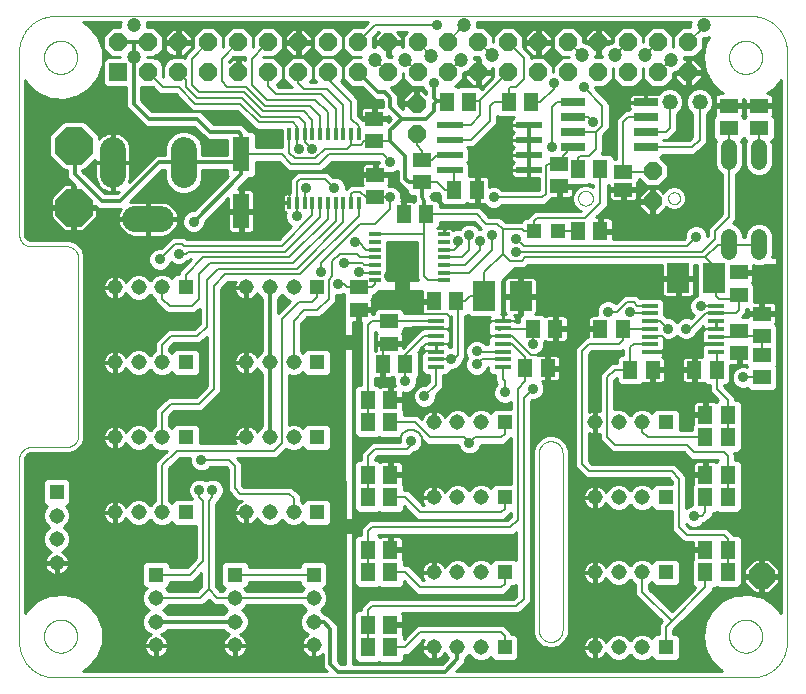
<source format=gtl>
G75*
%MOIN*%
%OFA0B0*%
%FSLAX25Y25*%
%IPPOS*%
%LPD*%
%AMOC8*
5,1,8,0,0,1.08239X$1,22.5*
%
%ADD10C,0.00000*%
%ADD11R,0.06000X0.06000*%
%ADD12OC8,0.06000*%
%ADD13R,0.08661X0.02362*%
%ADD14R,0.05118X0.06299*%
%ADD15R,0.06299X0.05118*%
%ADD16R,0.04724X0.04724*%
%ADD17R,0.08000X0.02600*%
%ADD18C,0.05200*%
%ADD19R,0.05118X0.05906*%
%ADD20R,0.01200X0.03900*%
%ADD21R,0.05906X0.05118*%
%ADD22C,0.08600*%
%ADD23C,0.05200*%
%ADD24R,0.05512X0.11811*%
%ADD25OC8,0.08500*%
%ADD26OC8,0.12500*%
%ADD27R,0.07677X0.09843*%
%ADD28R,0.06300X0.04600*%
%ADD29R,0.03900X0.01200*%
%ADD30R,0.05800X0.01400*%
%ADD31C,0.04724*%
%ADD32R,0.05150X0.05150*%
%ADD33C,0.05150*%
%ADD34C,0.01200*%
%ADD35C,0.03562*%
%ADD36C,0.00800*%
%ADD37C,0.01000*%
%ADD38C,0.05000*%
%ADD39C,0.02400*%
D10*
X0005500Y0014811D02*
X0005500Y0075835D01*
X0005502Y0075959D01*
X0005508Y0076082D01*
X0005517Y0076206D01*
X0005531Y0076328D01*
X0005548Y0076451D01*
X0005570Y0076573D01*
X0005595Y0076694D01*
X0005624Y0076814D01*
X0005656Y0076933D01*
X0005693Y0077052D01*
X0005733Y0077169D01*
X0005776Y0077284D01*
X0005824Y0077399D01*
X0005875Y0077511D01*
X0005929Y0077622D01*
X0005987Y0077732D01*
X0006048Y0077839D01*
X0006113Y0077945D01*
X0006181Y0078048D01*
X0006252Y0078149D01*
X0006326Y0078248D01*
X0006403Y0078345D01*
X0006484Y0078439D01*
X0006567Y0078530D01*
X0006653Y0078619D01*
X0006742Y0078705D01*
X0006833Y0078788D01*
X0006927Y0078869D01*
X0007024Y0078946D01*
X0007123Y0079020D01*
X0007224Y0079091D01*
X0007327Y0079159D01*
X0007433Y0079224D01*
X0007540Y0079285D01*
X0007650Y0079343D01*
X0007761Y0079397D01*
X0007873Y0079448D01*
X0007988Y0079496D01*
X0008103Y0079539D01*
X0008220Y0079579D01*
X0008339Y0079616D01*
X0008458Y0079648D01*
X0008578Y0079677D01*
X0008699Y0079702D01*
X0008821Y0079724D01*
X0008944Y0079741D01*
X0009066Y0079755D01*
X0009190Y0079764D01*
X0009313Y0079770D01*
X0009437Y0079772D01*
X0021248Y0079772D01*
X0021372Y0079774D01*
X0021495Y0079780D01*
X0021619Y0079789D01*
X0021741Y0079803D01*
X0021864Y0079820D01*
X0021986Y0079842D01*
X0022107Y0079867D01*
X0022227Y0079896D01*
X0022346Y0079928D01*
X0022465Y0079965D01*
X0022582Y0080005D01*
X0022697Y0080048D01*
X0022812Y0080096D01*
X0022924Y0080147D01*
X0023035Y0080201D01*
X0023145Y0080259D01*
X0023252Y0080320D01*
X0023358Y0080385D01*
X0023461Y0080453D01*
X0023562Y0080524D01*
X0023661Y0080598D01*
X0023758Y0080675D01*
X0023852Y0080756D01*
X0023943Y0080839D01*
X0024032Y0080925D01*
X0024118Y0081014D01*
X0024201Y0081105D01*
X0024282Y0081199D01*
X0024359Y0081296D01*
X0024433Y0081395D01*
X0024504Y0081496D01*
X0024572Y0081599D01*
X0024637Y0081705D01*
X0024698Y0081812D01*
X0024756Y0081922D01*
X0024810Y0082033D01*
X0024861Y0082145D01*
X0024909Y0082260D01*
X0024952Y0082375D01*
X0024992Y0082492D01*
X0025029Y0082611D01*
X0025061Y0082730D01*
X0025090Y0082850D01*
X0025115Y0082971D01*
X0025137Y0083093D01*
X0025154Y0083216D01*
X0025168Y0083338D01*
X0025177Y0083462D01*
X0025183Y0083585D01*
X0025185Y0083709D01*
X0025185Y0142764D01*
X0025183Y0142888D01*
X0025177Y0143011D01*
X0025168Y0143135D01*
X0025154Y0143257D01*
X0025137Y0143380D01*
X0025115Y0143502D01*
X0025090Y0143623D01*
X0025061Y0143743D01*
X0025029Y0143862D01*
X0024992Y0143981D01*
X0024952Y0144098D01*
X0024909Y0144213D01*
X0024861Y0144328D01*
X0024810Y0144440D01*
X0024756Y0144551D01*
X0024698Y0144661D01*
X0024637Y0144768D01*
X0024572Y0144874D01*
X0024504Y0144977D01*
X0024433Y0145078D01*
X0024359Y0145177D01*
X0024282Y0145274D01*
X0024201Y0145368D01*
X0024118Y0145459D01*
X0024032Y0145548D01*
X0023943Y0145634D01*
X0023852Y0145717D01*
X0023758Y0145798D01*
X0023661Y0145875D01*
X0023562Y0145949D01*
X0023461Y0146020D01*
X0023358Y0146088D01*
X0023252Y0146153D01*
X0023145Y0146214D01*
X0023035Y0146272D01*
X0022924Y0146326D01*
X0022812Y0146377D01*
X0022697Y0146425D01*
X0022582Y0146468D01*
X0022465Y0146508D01*
X0022346Y0146545D01*
X0022227Y0146577D01*
X0022107Y0146606D01*
X0021986Y0146631D01*
X0021864Y0146653D01*
X0021741Y0146670D01*
X0021619Y0146684D01*
X0021495Y0146693D01*
X0021372Y0146699D01*
X0021248Y0146701D01*
X0009437Y0146701D01*
X0009313Y0146703D01*
X0009190Y0146709D01*
X0009066Y0146718D01*
X0008944Y0146732D01*
X0008821Y0146749D01*
X0008699Y0146771D01*
X0008578Y0146796D01*
X0008458Y0146825D01*
X0008339Y0146857D01*
X0008220Y0146894D01*
X0008103Y0146934D01*
X0007988Y0146977D01*
X0007873Y0147025D01*
X0007761Y0147076D01*
X0007650Y0147130D01*
X0007540Y0147188D01*
X0007433Y0147249D01*
X0007327Y0147314D01*
X0007224Y0147382D01*
X0007123Y0147453D01*
X0007024Y0147527D01*
X0006927Y0147604D01*
X0006833Y0147685D01*
X0006742Y0147768D01*
X0006653Y0147854D01*
X0006567Y0147943D01*
X0006484Y0148034D01*
X0006403Y0148128D01*
X0006326Y0148225D01*
X0006252Y0148324D01*
X0006181Y0148425D01*
X0006113Y0148528D01*
X0006048Y0148634D01*
X0005987Y0148741D01*
X0005929Y0148851D01*
X0005875Y0148962D01*
X0005824Y0149074D01*
X0005776Y0149189D01*
X0005733Y0149304D01*
X0005693Y0149421D01*
X0005656Y0149540D01*
X0005624Y0149659D01*
X0005595Y0149779D01*
X0005570Y0149900D01*
X0005548Y0150022D01*
X0005531Y0150145D01*
X0005517Y0150267D01*
X0005508Y0150391D01*
X0005502Y0150514D01*
X0005500Y0150638D01*
X0005500Y0211661D01*
X0005503Y0211946D01*
X0005514Y0212232D01*
X0005531Y0212517D01*
X0005555Y0212801D01*
X0005586Y0213085D01*
X0005624Y0213368D01*
X0005669Y0213649D01*
X0005720Y0213930D01*
X0005778Y0214210D01*
X0005843Y0214488D01*
X0005915Y0214764D01*
X0005993Y0215038D01*
X0006078Y0215311D01*
X0006170Y0215581D01*
X0006268Y0215849D01*
X0006372Y0216115D01*
X0006483Y0216378D01*
X0006600Y0216638D01*
X0006723Y0216896D01*
X0006853Y0217150D01*
X0006989Y0217401D01*
X0007130Y0217649D01*
X0007278Y0217893D01*
X0007431Y0218134D01*
X0007591Y0218370D01*
X0007756Y0218603D01*
X0007926Y0218832D01*
X0008102Y0219057D01*
X0008284Y0219277D01*
X0008470Y0219493D01*
X0008662Y0219704D01*
X0008859Y0219911D01*
X0009061Y0220113D01*
X0009268Y0220310D01*
X0009479Y0220502D01*
X0009695Y0220688D01*
X0009915Y0220870D01*
X0010140Y0221046D01*
X0010369Y0221216D01*
X0010602Y0221381D01*
X0010838Y0221541D01*
X0011079Y0221694D01*
X0011323Y0221842D01*
X0011571Y0221983D01*
X0011822Y0222119D01*
X0012076Y0222249D01*
X0012334Y0222372D01*
X0012594Y0222489D01*
X0012857Y0222600D01*
X0013123Y0222704D01*
X0013391Y0222802D01*
X0013661Y0222894D01*
X0013934Y0222979D01*
X0014208Y0223057D01*
X0014484Y0223129D01*
X0014762Y0223194D01*
X0015042Y0223252D01*
X0015323Y0223303D01*
X0015604Y0223348D01*
X0015887Y0223386D01*
X0016171Y0223417D01*
X0016455Y0223441D01*
X0016740Y0223458D01*
X0017026Y0223469D01*
X0017311Y0223472D01*
X0249594Y0223472D01*
X0249879Y0223469D01*
X0250165Y0223458D01*
X0250450Y0223441D01*
X0250734Y0223417D01*
X0251018Y0223386D01*
X0251301Y0223348D01*
X0251582Y0223303D01*
X0251863Y0223252D01*
X0252143Y0223194D01*
X0252421Y0223129D01*
X0252697Y0223057D01*
X0252971Y0222979D01*
X0253244Y0222894D01*
X0253514Y0222802D01*
X0253782Y0222704D01*
X0254048Y0222600D01*
X0254311Y0222489D01*
X0254571Y0222372D01*
X0254829Y0222249D01*
X0255083Y0222119D01*
X0255334Y0221983D01*
X0255582Y0221842D01*
X0255826Y0221694D01*
X0256067Y0221541D01*
X0256303Y0221381D01*
X0256536Y0221216D01*
X0256765Y0221046D01*
X0256990Y0220870D01*
X0257210Y0220688D01*
X0257426Y0220502D01*
X0257637Y0220310D01*
X0257844Y0220113D01*
X0258046Y0219911D01*
X0258243Y0219704D01*
X0258435Y0219493D01*
X0258621Y0219277D01*
X0258803Y0219057D01*
X0258979Y0218832D01*
X0259149Y0218603D01*
X0259314Y0218370D01*
X0259474Y0218134D01*
X0259627Y0217893D01*
X0259775Y0217649D01*
X0259916Y0217401D01*
X0260052Y0217150D01*
X0260182Y0216896D01*
X0260305Y0216638D01*
X0260422Y0216378D01*
X0260533Y0216115D01*
X0260637Y0215849D01*
X0260735Y0215581D01*
X0260827Y0215311D01*
X0260912Y0215038D01*
X0260990Y0214764D01*
X0261062Y0214488D01*
X0261127Y0214210D01*
X0261185Y0213930D01*
X0261236Y0213649D01*
X0261281Y0213368D01*
X0261319Y0213085D01*
X0261350Y0212801D01*
X0261374Y0212517D01*
X0261391Y0212232D01*
X0261402Y0211946D01*
X0261405Y0211661D01*
X0261406Y0211661D02*
X0261406Y0014811D01*
X0261405Y0014811D02*
X0261402Y0014526D01*
X0261391Y0014240D01*
X0261374Y0013955D01*
X0261350Y0013671D01*
X0261319Y0013387D01*
X0261281Y0013104D01*
X0261236Y0012823D01*
X0261185Y0012542D01*
X0261127Y0012262D01*
X0261062Y0011984D01*
X0260990Y0011708D01*
X0260912Y0011434D01*
X0260827Y0011161D01*
X0260735Y0010891D01*
X0260637Y0010623D01*
X0260533Y0010357D01*
X0260422Y0010094D01*
X0260305Y0009834D01*
X0260182Y0009576D01*
X0260052Y0009322D01*
X0259916Y0009071D01*
X0259775Y0008823D01*
X0259627Y0008579D01*
X0259474Y0008338D01*
X0259314Y0008102D01*
X0259149Y0007869D01*
X0258979Y0007640D01*
X0258803Y0007415D01*
X0258621Y0007195D01*
X0258435Y0006979D01*
X0258243Y0006768D01*
X0258046Y0006561D01*
X0257844Y0006359D01*
X0257637Y0006162D01*
X0257426Y0005970D01*
X0257210Y0005784D01*
X0256990Y0005602D01*
X0256765Y0005426D01*
X0256536Y0005256D01*
X0256303Y0005091D01*
X0256067Y0004931D01*
X0255826Y0004778D01*
X0255582Y0004630D01*
X0255334Y0004489D01*
X0255083Y0004353D01*
X0254829Y0004223D01*
X0254571Y0004100D01*
X0254311Y0003983D01*
X0254048Y0003872D01*
X0253782Y0003768D01*
X0253514Y0003670D01*
X0253244Y0003578D01*
X0252971Y0003493D01*
X0252697Y0003415D01*
X0252421Y0003343D01*
X0252143Y0003278D01*
X0251863Y0003220D01*
X0251582Y0003169D01*
X0251301Y0003124D01*
X0251018Y0003086D01*
X0250734Y0003055D01*
X0250450Y0003031D01*
X0250165Y0003014D01*
X0249879Y0003003D01*
X0249594Y0003000D01*
X0017311Y0003000D01*
X0017026Y0003003D01*
X0016740Y0003014D01*
X0016455Y0003031D01*
X0016171Y0003055D01*
X0015887Y0003086D01*
X0015604Y0003124D01*
X0015323Y0003169D01*
X0015042Y0003220D01*
X0014762Y0003278D01*
X0014484Y0003343D01*
X0014208Y0003415D01*
X0013934Y0003493D01*
X0013661Y0003578D01*
X0013391Y0003670D01*
X0013123Y0003768D01*
X0012857Y0003872D01*
X0012594Y0003983D01*
X0012334Y0004100D01*
X0012076Y0004223D01*
X0011822Y0004353D01*
X0011571Y0004489D01*
X0011323Y0004630D01*
X0011079Y0004778D01*
X0010838Y0004931D01*
X0010602Y0005091D01*
X0010369Y0005256D01*
X0010140Y0005426D01*
X0009915Y0005602D01*
X0009695Y0005784D01*
X0009479Y0005970D01*
X0009268Y0006162D01*
X0009061Y0006359D01*
X0008859Y0006561D01*
X0008662Y0006768D01*
X0008470Y0006979D01*
X0008284Y0007195D01*
X0008102Y0007415D01*
X0007926Y0007640D01*
X0007756Y0007869D01*
X0007591Y0008102D01*
X0007431Y0008338D01*
X0007278Y0008579D01*
X0007130Y0008823D01*
X0006989Y0009071D01*
X0006853Y0009322D01*
X0006723Y0009576D01*
X0006600Y0009834D01*
X0006483Y0010094D01*
X0006372Y0010357D01*
X0006268Y0010623D01*
X0006170Y0010891D01*
X0006078Y0011161D01*
X0005993Y0011434D01*
X0005915Y0011708D01*
X0005843Y0011984D01*
X0005778Y0012262D01*
X0005720Y0012542D01*
X0005669Y0012823D01*
X0005624Y0013104D01*
X0005586Y0013387D01*
X0005555Y0013671D01*
X0005531Y0013955D01*
X0005514Y0014240D01*
X0005503Y0014526D01*
X0005500Y0014811D01*
X0013768Y0016780D02*
X0013770Y0016928D01*
X0013776Y0017076D01*
X0013786Y0017224D01*
X0013800Y0017371D01*
X0013818Y0017518D01*
X0013839Y0017664D01*
X0013865Y0017810D01*
X0013895Y0017955D01*
X0013928Y0018099D01*
X0013966Y0018242D01*
X0014007Y0018384D01*
X0014052Y0018525D01*
X0014100Y0018665D01*
X0014153Y0018804D01*
X0014209Y0018941D01*
X0014269Y0019076D01*
X0014332Y0019210D01*
X0014399Y0019342D01*
X0014470Y0019472D01*
X0014544Y0019600D01*
X0014621Y0019726D01*
X0014702Y0019850D01*
X0014786Y0019972D01*
X0014873Y0020091D01*
X0014964Y0020208D01*
X0015058Y0020323D01*
X0015154Y0020435D01*
X0015254Y0020545D01*
X0015356Y0020651D01*
X0015462Y0020755D01*
X0015570Y0020856D01*
X0015681Y0020954D01*
X0015794Y0021050D01*
X0015910Y0021142D01*
X0016028Y0021231D01*
X0016149Y0021316D01*
X0016272Y0021399D01*
X0016397Y0021478D01*
X0016524Y0021554D01*
X0016653Y0021626D01*
X0016784Y0021695D01*
X0016917Y0021760D01*
X0017052Y0021821D01*
X0017188Y0021879D01*
X0017325Y0021934D01*
X0017464Y0021984D01*
X0017605Y0022031D01*
X0017746Y0022074D01*
X0017889Y0022114D01*
X0018033Y0022149D01*
X0018177Y0022181D01*
X0018323Y0022208D01*
X0018469Y0022232D01*
X0018616Y0022252D01*
X0018763Y0022268D01*
X0018910Y0022280D01*
X0019058Y0022288D01*
X0019206Y0022292D01*
X0019354Y0022292D01*
X0019502Y0022288D01*
X0019650Y0022280D01*
X0019797Y0022268D01*
X0019944Y0022252D01*
X0020091Y0022232D01*
X0020237Y0022208D01*
X0020383Y0022181D01*
X0020527Y0022149D01*
X0020671Y0022114D01*
X0020814Y0022074D01*
X0020955Y0022031D01*
X0021096Y0021984D01*
X0021235Y0021934D01*
X0021372Y0021879D01*
X0021508Y0021821D01*
X0021643Y0021760D01*
X0021776Y0021695D01*
X0021907Y0021626D01*
X0022036Y0021554D01*
X0022163Y0021478D01*
X0022288Y0021399D01*
X0022411Y0021316D01*
X0022532Y0021231D01*
X0022650Y0021142D01*
X0022766Y0021050D01*
X0022879Y0020954D01*
X0022990Y0020856D01*
X0023098Y0020755D01*
X0023204Y0020651D01*
X0023306Y0020545D01*
X0023406Y0020435D01*
X0023502Y0020323D01*
X0023596Y0020208D01*
X0023687Y0020091D01*
X0023774Y0019972D01*
X0023858Y0019850D01*
X0023939Y0019726D01*
X0024016Y0019600D01*
X0024090Y0019472D01*
X0024161Y0019342D01*
X0024228Y0019210D01*
X0024291Y0019076D01*
X0024351Y0018941D01*
X0024407Y0018804D01*
X0024460Y0018665D01*
X0024508Y0018525D01*
X0024553Y0018384D01*
X0024594Y0018242D01*
X0024632Y0018099D01*
X0024665Y0017955D01*
X0024695Y0017810D01*
X0024721Y0017664D01*
X0024742Y0017518D01*
X0024760Y0017371D01*
X0024774Y0017224D01*
X0024784Y0017076D01*
X0024790Y0016928D01*
X0024792Y0016780D01*
X0024790Y0016632D01*
X0024784Y0016484D01*
X0024774Y0016336D01*
X0024760Y0016189D01*
X0024742Y0016042D01*
X0024721Y0015896D01*
X0024695Y0015750D01*
X0024665Y0015605D01*
X0024632Y0015461D01*
X0024594Y0015318D01*
X0024553Y0015176D01*
X0024508Y0015035D01*
X0024460Y0014895D01*
X0024407Y0014756D01*
X0024351Y0014619D01*
X0024291Y0014484D01*
X0024228Y0014350D01*
X0024161Y0014218D01*
X0024090Y0014088D01*
X0024016Y0013960D01*
X0023939Y0013834D01*
X0023858Y0013710D01*
X0023774Y0013588D01*
X0023687Y0013469D01*
X0023596Y0013352D01*
X0023502Y0013237D01*
X0023406Y0013125D01*
X0023306Y0013015D01*
X0023204Y0012909D01*
X0023098Y0012805D01*
X0022990Y0012704D01*
X0022879Y0012606D01*
X0022766Y0012510D01*
X0022650Y0012418D01*
X0022532Y0012329D01*
X0022411Y0012244D01*
X0022288Y0012161D01*
X0022163Y0012082D01*
X0022036Y0012006D01*
X0021907Y0011934D01*
X0021776Y0011865D01*
X0021643Y0011800D01*
X0021508Y0011739D01*
X0021372Y0011681D01*
X0021235Y0011626D01*
X0021096Y0011576D01*
X0020955Y0011529D01*
X0020814Y0011486D01*
X0020671Y0011446D01*
X0020527Y0011411D01*
X0020383Y0011379D01*
X0020237Y0011352D01*
X0020091Y0011328D01*
X0019944Y0011308D01*
X0019797Y0011292D01*
X0019650Y0011280D01*
X0019502Y0011272D01*
X0019354Y0011268D01*
X0019206Y0011268D01*
X0019058Y0011272D01*
X0018910Y0011280D01*
X0018763Y0011292D01*
X0018616Y0011308D01*
X0018469Y0011328D01*
X0018323Y0011352D01*
X0018177Y0011379D01*
X0018033Y0011411D01*
X0017889Y0011446D01*
X0017746Y0011486D01*
X0017605Y0011529D01*
X0017464Y0011576D01*
X0017325Y0011626D01*
X0017188Y0011681D01*
X0017052Y0011739D01*
X0016917Y0011800D01*
X0016784Y0011865D01*
X0016653Y0011934D01*
X0016524Y0012006D01*
X0016397Y0012082D01*
X0016272Y0012161D01*
X0016149Y0012244D01*
X0016028Y0012329D01*
X0015910Y0012418D01*
X0015794Y0012510D01*
X0015681Y0012606D01*
X0015570Y0012704D01*
X0015462Y0012805D01*
X0015356Y0012909D01*
X0015254Y0013015D01*
X0015154Y0013125D01*
X0015058Y0013237D01*
X0014964Y0013352D01*
X0014873Y0013469D01*
X0014786Y0013588D01*
X0014702Y0013710D01*
X0014621Y0013834D01*
X0014544Y0013960D01*
X0014470Y0014088D01*
X0014399Y0014218D01*
X0014332Y0014350D01*
X0014269Y0014484D01*
X0014209Y0014619D01*
X0014153Y0014756D01*
X0014100Y0014895D01*
X0014052Y0015035D01*
X0014007Y0015176D01*
X0013966Y0015318D01*
X0013928Y0015461D01*
X0013895Y0015605D01*
X0013865Y0015750D01*
X0013839Y0015896D01*
X0013818Y0016042D01*
X0013800Y0016189D01*
X0013786Y0016336D01*
X0013776Y0016484D01*
X0013770Y0016632D01*
X0013768Y0016780D01*
X0178728Y0018787D02*
X0178728Y0077803D01*
X0178730Y0077927D01*
X0178736Y0078050D01*
X0178745Y0078174D01*
X0178759Y0078296D01*
X0178776Y0078419D01*
X0178798Y0078541D01*
X0178823Y0078662D01*
X0178852Y0078782D01*
X0178884Y0078901D01*
X0178921Y0079020D01*
X0178961Y0079137D01*
X0179004Y0079252D01*
X0179052Y0079367D01*
X0179103Y0079479D01*
X0179157Y0079590D01*
X0179215Y0079700D01*
X0179276Y0079807D01*
X0179341Y0079913D01*
X0179409Y0080016D01*
X0179480Y0080117D01*
X0179554Y0080216D01*
X0179631Y0080313D01*
X0179712Y0080407D01*
X0179795Y0080498D01*
X0179881Y0080587D01*
X0179970Y0080673D01*
X0180061Y0080756D01*
X0180155Y0080837D01*
X0180252Y0080914D01*
X0180351Y0080988D01*
X0180452Y0081059D01*
X0180555Y0081127D01*
X0180661Y0081192D01*
X0180768Y0081253D01*
X0180878Y0081311D01*
X0180989Y0081365D01*
X0181101Y0081416D01*
X0181216Y0081464D01*
X0181331Y0081507D01*
X0181448Y0081547D01*
X0181567Y0081584D01*
X0181686Y0081616D01*
X0181806Y0081645D01*
X0181927Y0081670D01*
X0182049Y0081692D01*
X0182172Y0081709D01*
X0182294Y0081723D01*
X0182418Y0081732D01*
X0182541Y0081738D01*
X0182665Y0081740D01*
X0182789Y0081738D01*
X0182912Y0081732D01*
X0183036Y0081723D01*
X0183158Y0081709D01*
X0183281Y0081692D01*
X0183403Y0081670D01*
X0183524Y0081645D01*
X0183644Y0081616D01*
X0183763Y0081584D01*
X0183882Y0081547D01*
X0183999Y0081507D01*
X0184114Y0081464D01*
X0184229Y0081416D01*
X0184341Y0081365D01*
X0184452Y0081311D01*
X0184562Y0081253D01*
X0184669Y0081192D01*
X0184775Y0081127D01*
X0184878Y0081059D01*
X0184979Y0080988D01*
X0185078Y0080914D01*
X0185175Y0080837D01*
X0185269Y0080756D01*
X0185360Y0080673D01*
X0185449Y0080587D01*
X0185535Y0080498D01*
X0185618Y0080407D01*
X0185699Y0080313D01*
X0185776Y0080216D01*
X0185850Y0080117D01*
X0185921Y0080016D01*
X0185989Y0079913D01*
X0186054Y0079807D01*
X0186115Y0079700D01*
X0186173Y0079590D01*
X0186227Y0079479D01*
X0186278Y0079367D01*
X0186326Y0079252D01*
X0186369Y0079137D01*
X0186409Y0079020D01*
X0186446Y0078901D01*
X0186478Y0078782D01*
X0186507Y0078662D01*
X0186532Y0078541D01*
X0186554Y0078419D01*
X0186571Y0078296D01*
X0186585Y0078174D01*
X0186594Y0078050D01*
X0186600Y0077927D01*
X0186602Y0077803D01*
X0186602Y0018787D01*
X0186600Y0018663D01*
X0186594Y0018540D01*
X0186585Y0018416D01*
X0186571Y0018294D01*
X0186554Y0018171D01*
X0186532Y0018049D01*
X0186507Y0017928D01*
X0186478Y0017808D01*
X0186446Y0017689D01*
X0186409Y0017570D01*
X0186369Y0017453D01*
X0186326Y0017338D01*
X0186278Y0017223D01*
X0186227Y0017111D01*
X0186173Y0017000D01*
X0186115Y0016890D01*
X0186054Y0016783D01*
X0185989Y0016677D01*
X0185921Y0016574D01*
X0185850Y0016473D01*
X0185776Y0016374D01*
X0185699Y0016277D01*
X0185618Y0016183D01*
X0185535Y0016092D01*
X0185449Y0016003D01*
X0185360Y0015917D01*
X0185269Y0015834D01*
X0185175Y0015753D01*
X0185078Y0015676D01*
X0184979Y0015602D01*
X0184878Y0015531D01*
X0184775Y0015463D01*
X0184669Y0015398D01*
X0184562Y0015337D01*
X0184452Y0015279D01*
X0184341Y0015225D01*
X0184229Y0015174D01*
X0184114Y0015126D01*
X0183999Y0015083D01*
X0183882Y0015043D01*
X0183763Y0015006D01*
X0183644Y0014974D01*
X0183524Y0014945D01*
X0183403Y0014920D01*
X0183281Y0014898D01*
X0183158Y0014881D01*
X0183036Y0014867D01*
X0182912Y0014858D01*
X0182789Y0014852D01*
X0182665Y0014850D01*
X0182541Y0014852D01*
X0182418Y0014858D01*
X0182294Y0014867D01*
X0182172Y0014881D01*
X0182049Y0014898D01*
X0181927Y0014920D01*
X0181806Y0014945D01*
X0181686Y0014974D01*
X0181567Y0015006D01*
X0181448Y0015043D01*
X0181331Y0015083D01*
X0181216Y0015126D01*
X0181101Y0015174D01*
X0180989Y0015225D01*
X0180878Y0015279D01*
X0180768Y0015337D01*
X0180661Y0015398D01*
X0180555Y0015463D01*
X0180452Y0015531D01*
X0180351Y0015602D01*
X0180252Y0015676D01*
X0180155Y0015753D01*
X0180061Y0015834D01*
X0179970Y0015917D01*
X0179881Y0016003D01*
X0179795Y0016092D01*
X0179712Y0016183D01*
X0179631Y0016277D01*
X0179554Y0016374D01*
X0179480Y0016473D01*
X0179409Y0016574D01*
X0179341Y0016677D01*
X0179276Y0016783D01*
X0179215Y0016890D01*
X0179157Y0017000D01*
X0179103Y0017111D01*
X0179052Y0017223D01*
X0179004Y0017338D01*
X0178961Y0017453D01*
X0178921Y0017570D01*
X0178884Y0017689D01*
X0178852Y0017808D01*
X0178823Y0017928D01*
X0178798Y0018049D01*
X0178776Y0018171D01*
X0178759Y0018294D01*
X0178745Y0018416D01*
X0178736Y0018540D01*
X0178730Y0018663D01*
X0178728Y0018787D01*
X0242114Y0016780D02*
X0242116Y0016928D01*
X0242122Y0017076D01*
X0242132Y0017224D01*
X0242146Y0017371D01*
X0242164Y0017518D01*
X0242185Y0017664D01*
X0242211Y0017810D01*
X0242241Y0017955D01*
X0242274Y0018099D01*
X0242312Y0018242D01*
X0242353Y0018384D01*
X0242398Y0018525D01*
X0242446Y0018665D01*
X0242499Y0018804D01*
X0242555Y0018941D01*
X0242615Y0019076D01*
X0242678Y0019210D01*
X0242745Y0019342D01*
X0242816Y0019472D01*
X0242890Y0019600D01*
X0242967Y0019726D01*
X0243048Y0019850D01*
X0243132Y0019972D01*
X0243219Y0020091D01*
X0243310Y0020208D01*
X0243404Y0020323D01*
X0243500Y0020435D01*
X0243600Y0020545D01*
X0243702Y0020651D01*
X0243808Y0020755D01*
X0243916Y0020856D01*
X0244027Y0020954D01*
X0244140Y0021050D01*
X0244256Y0021142D01*
X0244374Y0021231D01*
X0244495Y0021316D01*
X0244618Y0021399D01*
X0244743Y0021478D01*
X0244870Y0021554D01*
X0244999Y0021626D01*
X0245130Y0021695D01*
X0245263Y0021760D01*
X0245398Y0021821D01*
X0245534Y0021879D01*
X0245671Y0021934D01*
X0245810Y0021984D01*
X0245951Y0022031D01*
X0246092Y0022074D01*
X0246235Y0022114D01*
X0246379Y0022149D01*
X0246523Y0022181D01*
X0246669Y0022208D01*
X0246815Y0022232D01*
X0246962Y0022252D01*
X0247109Y0022268D01*
X0247256Y0022280D01*
X0247404Y0022288D01*
X0247552Y0022292D01*
X0247700Y0022292D01*
X0247848Y0022288D01*
X0247996Y0022280D01*
X0248143Y0022268D01*
X0248290Y0022252D01*
X0248437Y0022232D01*
X0248583Y0022208D01*
X0248729Y0022181D01*
X0248873Y0022149D01*
X0249017Y0022114D01*
X0249160Y0022074D01*
X0249301Y0022031D01*
X0249442Y0021984D01*
X0249581Y0021934D01*
X0249718Y0021879D01*
X0249854Y0021821D01*
X0249989Y0021760D01*
X0250122Y0021695D01*
X0250253Y0021626D01*
X0250382Y0021554D01*
X0250509Y0021478D01*
X0250634Y0021399D01*
X0250757Y0021316D01*
X0250878Y0021231D01*
X0250996Y0021142D01*
X0251112Y0021050D01*
X0251225Y0020954D01*
X0251336Y0020856D01*
X0251444Y0020755D01*
X0251550Y0020651D01*
X0251652Y0020545D01*
X0251752Y0020435D01*
X0251848Y0020323D01*
X0251942Y0020208D01*
X0252033Y0020091D01*
X0252120Y0019972D01*
X0252204Y0019850D01*
X0252285Y0019726D01*
X0252362Y0019600D01*
X0252436Y0019472D01*
X0252507Y0019342D01*
X0252574Y0019210D01*
X0252637Y0019076D01*
X0252697Y0018941D01*
X0252753Y0018804D01*
X0252806Y0018665D01*
X0252854Y0018525D01*
X0252899Y0018384D01*
X0252940Y0018242D01*
X0252978Y0018099D01*
X0253011Y0017955D01*
X0253041Y0017810D01*
X0253067Y0017664D01*
X0253088Y0017518D01*
X0253106Y0017371D01*
X0253120Y0017224D01*
X0253130Y0017076D01*
X0253136Y0016928D01*
X0253138Y0016780D01*
X0253136Y0016632D01*
X0253130Y0016484D01*
X0253120Y0016336D01*
X0253106Y0016189D01*
X0253088Y0016042D01*
X0253067Y0015896D01*
X0253041Y0015750D01*
X0253011Y0015605D01*
X0252978Y0015461D01*
X0252940Y0015318D01*
X0252899Y0015176D01*
X0252854Y0015035D01*
X0252806Y0014895D01*
X0252753Y0014756D01*
X0252697Y0014619D01*
X0252637Y0014484D01*
X0252574Y0014350D01*
X0252507Y0014218D01*
X0252436Y0014088D01*
X0252362Y0013960D01*
X0252285Y0013834D01*
X0252204Y0013710D01*
X0252120Y0013588D01*
X0252033Y0013469D01*
X0251942Y0013352D01*
X0251848Y0013237D01*
X0251752Y0013125D01*
X0251652Y0013015D01*
X0251550Y0012909D01*
X0251444Y0012805D01*
X0251336Y0012704D01*
X0251225Y0012606D01*
X0251112Y0012510D01*
X0250996Y0012418D01*
X0250878Y0012329D01*
X0250757Y0012244D01*
X0250634Y0012161D01*
X0250509Y0012082D01*
X0250382Y0012006D01*
X0250253Y0011934D01*
X0250122Y0011865D01*
X0249989Y0011800D01*
X0249854Y0011739D01*
X0249718Y0011681D01*
X0249581Y0011626D01*
X0249442Y0011576D01*
X0249301Y0011529D01*
X0249160Y0011486D01*
X0249017Y0011446D01*
X0248873Y0011411D01*
X0248729Y0011379D01*
X0248583Y0011352D01*
X0248437Y0011328D01*
X0248290Y0011308D01*
X0248143Y0011292D01*
X0247996Y0011280D01*
X0247848Y0011272D01*
X0247700Y0011268D01*
X0247552Y0011268D01*
X0247404Y0011272D01*
X0247256Y0011280D01*
X0247109Y0011292D01*
X0246962Y0011308D01*
X0246815Y0011328D01*
X0246669Y0011352D01*
X0246523Y0011379D01*
X0246379Y0011411D01*
X0246235Y0011446D01*
X0246092Y0011486D01*
X0245951Y0011529D01*
X0245810Y0011576D01*
X0245671Y0011626D01*
X0245534Y0011681D01*
X0245398Y0011739D01*
X0245263Y0011800D01*
X0245130Y0011865D01*
X0244999Y0011934D01*
X0244870Y0012006D01*
X0244743Y0012082D01*
X0244618Y0012161D01*
X0244495Y0012244D01*
X0244374Y0012329D01*
X0244256Y0012418D01*
X0244140Y0012510D01*
X0244027Y0012606D01*
X0243916Y0012704D01*
X0243808Y0012805D01*
X0243702Y0012909D01*
X0243600Y0013015D01*
X0243500Y0013125D01*
X0243404Y0013237D01*
X0243310Y0013352D01*
X0243219Y0013469D01*
X0243132Y0013588D01*
X0243048Y0013710D01*
X0242967Y0013834D01*
X0242890Y0013960D01*
X0242816Y0014088D01*
X0242745Y0014218D01*
X0242678Y0014350D01*
X0242615Y0014484D01*
X0242555Y0014619D01*
X0242499Y0014756D01*
X0242446Y0014895D01*
X0242398Y0015035D01*
X0242353Y0015176D01*
X0242312Y0015318D01*
X0242274Y0015461D01*
X0242241Y0015605D01*
X0242211Y0015750D01*
X0242185Y0015896D01*
X0242164Y0016042D01*
X0242146Y0016189D01*
X0242132Y0016336D01*
X0242122Y0016484D01*
X0242116Y0016632D01*
X0242114Y0016780D01*
X0221828Y0162754D02*
X0221830Y0162842D01*
X0221836Y0162930D01*
X0221846Y0163018D01*
X0221860Y0163106D01*
X0221877Y0163192D01*
X0221899Y0163278D01*
X0221924Y0163362D01*
X0221954Y0163446D01*
X0221986Y0163528D01*
X0222023Y0163608D01*
X0222063Y0163687D01*
X0222107Y0163764D01*
X0222154Y0163839D01*
X0222204Y0163911D01*
X0222258Y0163982D01*
X0222314Y0164049D01*
X0222374Y0164115D01*
X0222436Y0164177D01*
X0222502Y0164237D01*
X0222569Y0164293D01*
X0222640Y0164347D01*
X0222712Y0164397D01*
X0222787Y0164444D01*
X0222864Y0164488D01*
X0222943Y0164528D01*
X0223023Y0164565D01*
X0223105Y0164597D01*
X0223189Y0164627D01*
X0223273Y0164652D01*
X0223359Y0164674D01*
X0223445Y0164691D01*
X0223533Y0164705D01*
X0223621Y0164715D01*
X0223709Y0164721D01*
X0223797Y0164723D01*
X0223885Y0164721D01*
X0223973Y0164715D01*
X0224061Y0164705D01*
X0224149Y0164691D01*
X0224235Y0164674D01*
X0224321Y0164652D01*
X0224405Y0164627D01*
X0224489Y0164597D01*
X0224571Y0164565D01*
X0224651Y0164528D01*
X0224730Y0164488D01*
X0224807Y0164444D01*
X0224882Y0164397D01*
X0224954Y0164347D01*
X0225025Y0164293D01*
X0225092Y0164237D01*
X0225158Y0164177D01*
X0225220Y0164115D01*
X0225280Y0164049D01*
X0225336Y0163982D01*
X0225390Y0163911D01*
X0225440Y0163839D01*
X0225487Y0163764D01*
X0225531Y0163687D01*
X0225571Y0163608D01*
X0225608Y0163528D01*
X0225640Y0163446D01*
X0225670Y0163362D01*
X0225695Y0163278D01*
X0225717Y0163192D01*
X0225734Y0163106D01*
X0225748Y0163018D01*
X0225758Y0162930D01*
X0225764Y0162842D01*
X0225766Y0162754D01*
X0225764Y0162666D01*
X0225758Y0162578D01*
X0225748Y0162490D01*
X0225734Y0162402D01*
X0225717Y0162316D01*
X0225695Y0162230D01*
X0225670Y0162146D01*
X0225640Y0162062D01*
X0225608Y0161980D01*
X0225571Y0161900D01*
X0225531Y0161821D01*
X0225487Y0161744D01*
X0225440Y0161669D01*
X0225390Y0161597D01*
X0225336Y0161526D01*
X0225280Y0161459D01*
X0225220Y0161393D01*
X0225158Y0161331D01*
X0225092Y0161271D01*
X0225025Y0161215D01*
X0224954Y0161161D01*
X0224882Y0161111D01*
X0224807Y0161064D01*
X0224730Y0161020D01*
X0224651Y0160980D01*
X0224571Y0160943D01*
X0224489Y0160911D01*
X0224405Y0160881D01*
X0224321Y0160856D01*
X0224235Y0160834D01*
X0224149Y0160817D01*
X0224061Y0160803D01*
X0223973Y0160793D01*
X0223885Y0160787D01*
X0223797Y0160785D01*
X0223709Y0160787D01*
X0223621Y0160793D01*
X0223533Y0160803D01*
X0223445Y0160817D01*
X0223359Y0160834D01*
X0223273Y0160856D01*
X0223189Y0160881D01*
X0223105Y0160911D01*
X0223023Y0160943D01*
X0222943Y0160980D01*
X0222864Y0161020D01*
X0222787Y0161064D01*
X0222712Y0161111D01*
X0222640Y0161161D01*
X0222569Y0161215D01*
X0222502Y0161271D01*
X0222436Y0161331D01*
X0222374Y0161393D01*
X0222314Y0161459D01*
X0222258Y0161526D01*
X0222204Y0161597D01*
X0222154Y0161669D01*
X0222107Y0161744D01*
X0222063Y0161821D01*
X0222023Y0161900D01*
X0221986Y0161980D01*
X0221954Y0162062D01*
X0221924Y0162146D01*
X0221899Y0162230D01*
X0221877Y0162316D01*
X0221860Y0162402D01*
X0221846Y0162490D01*
X0221836Y0162578D01*
X0221830Y0162666D01*
X0221828Y0162754D01*
X0191809Y0162754D02*
X0191811Y0162853D01*
X0191817Y0162952D01*
X0191827Y0163051D01*
X0191841Y0163149D01*
X0191859Y0163246D01*
X0191881Y0163343D01*
X0191906Y0163439D01*
X0191936Y0163533D01*
X0191969Y0163627D01*
X0192006Y0163719D01*
X0192047Y0163809D01*
X0192091Y0163898D01*
X0192139Y0163984D01*
X0192190Y0164069D01*
X0192245Y0164152D01*
X0192303Y0164232D01*
X0192364Y0164310D01*
X0192428Y0164386D01*
X0192495Y0164459D01*
X0192565Y0164529D01*
X0192638Y0164596D01*
X0192714Y0164660D01*
X0192792Y0164721D01*
X0192872Y0164779D01*
X0192955Y0164834D01*
X0193039Y0164885D01*
X0193126Y0164933D01*
X0193215Y0164977D01*
X0193305Y0165018D01*
X0193397Y0165055D01*
X0193491Y0165088D01*
X0193585Y0165118D01*
X0193681Y0165143D01*
X0193778Y0165165D01*
X0193875Y0165183D01*
X0193973Y0165197D01*
X0194072Y0165207D01*
X0194171Y0165213D01*
X0194270Y0165215D01*
X0194369Y0165213D01*
X0194468Y0165207D01*
X0194567Y0165197D01*
X0194665Y0165183D01*
X0194762Y0165165D01*
X0194859Y0165143D01*
X0194955Y0165118D01*
X0195049Y0165088D01*
X0195143Y0165055D01*
X0195235Y0165018D01*
X0195325Y0164977D01*
X0195414Y0164933D01*
X0195500Y0164885D01*
X0195585Y0164834D01*
X0195668Y0164779D01*
X0195748Y0164721D01*
X0195826Y0164660D01*
X0195902Y0164596D01*
X0195975Y0164529D01*
X0196045Y0164459D01*
X0196112Y0164386D01*
X0196176Y0164310D01*
X0196237Y0164232D01*
X0196295Y0164152D01*
X0196350Y0164069D01*
X0196401Y0163985D01*
X0196449Y0163898D01*
X0196493Y0163809D01*
X0196534Y0163719D01*
X0196571Y0163627D01*
X0196604Y0163533D01*
X0196634Y0163439D01*
X0196659Y0163343D01*
X0196681Y0163246D01*
X0196699Y0163149D01*
X0196713Y0163051D01*
X0196723Y0162952D01*
X0196729Y0162853D01*
X0196731Y0162754D01*
X0196729Y0162655D01*
X0196723Y0162556D01*
X0196713Y0162457D01*
X0196699Y0162359D01*
X0196681Y0162262D01*
X0196659Y0162165D01*
X0196634Y0162069D01*
X0196604Y0161975D01*
X0196571Y0161881D01*
X0196534Y0161789D01*
X0196493Y0161699D01*
X0196449Y0161610D01*
X0196401Y0161524D01*
X0196350Y0161439D01*
X0196295Y0161356D01*
X0196237Y0161276D01*
X0196176Y0161198D01*
X0196112Y0161122D01*
X0196045Y0161049D01*
X0195975Y0160979D01*
X0195902Y0160912D01*
X0195826Y0160848D01*
X0195748Y0160787D01*
X0195668Y0160729D01*
X0195585Y0160674D01*
X0195501Y0160623D01*
X0195414Y0160575D01*
X0195325Y0160531D01*
X0195235Y0160490D01*
X0195143Y0160453D01*
X0195049Y0160420D01*
X0194955Y0160390D01*
X0194859Y0160365D01*
X0194762Y0160343D01*
X0194665Y0160325D01*
X0194567Y0160311D01*
X0194468Y0160301D01*
X0194369Y0160295D01*
X0194270Y0160293D01*
X0194171Y0160295D01*
X0194072Y0160301D01*
X0193973Y0160311D01*
X0193875Y0160325D01*
X0193778Y0160343D01*
X0193681Y0160365D01*
X0193585Y0160390D01*
X0193491Y0160420D01*
X0193397Y0160453D01*
X0193305Y0160490D01*
X0193215Y0160531D01*
X0193126Y0160575D01*
X0193040Y0160623D01*
X0192955Y0160674D01*
X0192872Y0160729D01*
X0192792Y0160787D01*
X0192714Y0160848D01*
X0192638Y0160912D01*
X0192565Y0160979D01*
X0192495Y0161049D01*
X0192428Y0161122D01*
X0192364Y0161198D01*
X0192303Y0161276D01*
X0192245Y0161356D01*
X0192190Y0161439D01*
X0192139Y0161523D01*
X0192091Y0161610D01*
X0192047Y0161699D01*
X0192006Y0161789D01*
X0191969Y0161881D01*
X0191936Y0161975D01*
X0191906Y0162069D01*
X0191881Y0162165D01*
X0191859Y0162262D01*
X0191841Y0162359D01*
X0191827Y0162457D01*
X0191817Y0162556D01*
X0191811Y0162655D01*
X0191809Y0162754D01*
X0242114Y0209693D02*
X0242116Y0209841D01*
X0242122Y0209989D01*
X0242132Y0210137D01*
X0242146Y0210284D01*
X0242164Y0210431D01*
X0242185Y0210577D01*
X0242211Y0210723D01*
X0242241Y0210868D01*
X0242274Y0211012D01*
X0242312Y0211155D01*
X0242353Y0211297D01*
X0242398Y0211438D01*
X0242446Y0211578D01*
X0242499Y0211717D01*
X0242555Y0211854D01*
X0242615Y0211989D01*
X0242678Y0212123D01*
X0242745Y0212255D01*
X0242816Y0212385D01*
X0242890Y0212513D01*
X0242967Y0212639D01*
X0243048Y0212763D01*
X0243132Y0212885D01*
X0243219Y0213004D01*
X0243310Y0213121D01*
X0243404Y0213236D01*
X0243500Y0213348D01*
X0243600Y0213458D01*
X0243702Y0213564D01*
X0243808Y0213668D01*
X0243916Y0213769D01*
X0244027Y0213867D01*
X0244140Y0213963D01*
X0244256Y0214055D01*
X0244374Y0214144D01*
X0244495Y0214229D01*
X0244618Y0214312D01*
X0244743Y0214391D01*
X0244870Y0214467D01*
X0244999Y0214539D01*
X0245130Y0214608D01*
X0245263Y0214673D01*
X0245398Y0214734D01*
X0245534Y0214792D01*
X0245671Y0214847D01*
X0245810Y0214897D01*
X0245951Y0214944D01*
X0246092Y0214987D01*
X0246235Y0215027D01*
X0246379Y0215062D01*
X0246523Y0215094D01*
X0246669Y0215121D01*
X0246815Y0215145D01*
X0246962Y0215165D01*
X0247109Y0215181D01*
X0247256Y0215193D01*
X0247404Y0215201D01*
X0247552Y0215205D01*
X0247700Y0215205D01*
X0247848Y0215201D01*
X0247996Y0215193D01*
X0248143Y0215181D01*
X0248290Y0215165D01*
X0248437Y0215145D01*
X0248583Y0215121D01*
X0248729Y0215094D01*
X0248873Y0215062D01*
X0249017Y0215027D01*
X0249160Y0214987D01*
X0249301Y0214944D01*
X0249442Y0214897D01*
X0249581Y0214847D01*
X0249718Y0214792D01*
X0249854Y0214734D01*
X0249989Y0214673D01*
X0250122Y0214608D01*
X0250253Y0214539D01*
X0250382Y0214467D01*
X0250509Y0214391D01*
X0250634Y0214312D01*
X0250757Y0214229D01*
X0250878Y0214144D01*
X0250996Y0214055D01*
X0251112Y0213963D01*
X0251225Y0213867D01*
X0251336Y0213769D01*
X0251444Y0213668D01*
X0251550Y0213564D01*
X0251652Y0213458D01*
X0251752Y0213348D01*
X0251848Y0213236D01*
X0251942Y0213121D01*
X0252033Y0213004D01*
X0252120Y0212885D01*
X0252204Y0212763D01*
X0252285Y0212639D01*
X0252362Y0212513D01*
X0252436Y0212385D01*
X0252507Y0212255D01*
X0252574Y0212123D01*
X0252637Y0211989D01*
X0252697Y0211854D01*
X0252753Y0211717D01*
X0252806Y0211578D01*
X0252854Y0211438D01*
X0252899Y0211297D01*
X0252940Y0211155D01*
X0252978Y0211012D01*
X0253011Y0210868D01*
X0253041Y0210723D01*
X0253067Y0210577D01*
X0253088Y0210431D01*
X0253106Y0210284D01*
X0253120Y0210137D01*
X0253130Y0209989D01*
X0253136Y0209841D01*
X0253138Y0209693D01*
X0253136Y0209545D01*
X0253130Y0209397D01*
X0253120Y0209249D01*
X0253106Y0209102D01*
X0253088Y0208955D01*
X0253067Y0208809D01*
X0253041Y0208663D01*
X0253011Y0208518D01*
X0252978Y0208374D01*
X0252940Y0208231D01*
X0252899Y0208089D01*
X0252854Y0207948D01*
X0252806Y0207808D01*
X0252753Y0207669D01*
X0252697Y0207532D01*
X0252637Y0207397D01*
X0252574Y0207263D01*
X0252507Y0207131D01*
X0252436Y0207001D01*
X0252362Y0206873D01*
X0252285Y0206747D01*
X0252204Y0206623D01*
X0252120Y0206501D01*
X0252033Y0206382D01*
X0251942Y0206265D01*
X0251848Y0206150D01*
X0251752Y0206038D01*
X0251652Y0205928D01*
X0251550Y0205822D01*
X0251444Y0205718D01*
X0251336Y0205617D01*
X0251225Y0205519D01*
X0251112Y0205423D01*
X0250996Y0205331D01*
X0250878Y0205242D01*
X0250757Y0205157D01*
X0250634Y0205074D01*
X0250509Y0204995D01*
X0250382Y0204919D01*
X0250253Y0204847D01*
X0250122Y0204778D01*
X0249989Y0204713D01*
X0249854Y0204652D01*
X0249718Y0204594D01*
X0249581Y0204539D01*
X0249442Y0204489D01*
X0249301Y0204442D01*
X0249160Y0204399D01*
X0249017Y0204359D01*
X0248873Y0204324D01*
X0248729Y0204292D01*
X0248583Y0204265D01*
X0248437Y0204241D01*
X0248290Y0204221D01*
X0248143Y0204205D01*
X0247996Y0204193D01*
X0247848Y0204185D01*
X0247700Y0204181D01*
X0247552Y0204181D01*
X0247404Y0204185D01*
X0247256Y0204193D01*
X0247109Y0204205D01*
X0246962Y0204221D01*
X0246815Y0204241D01*
X0246669Y0204265D01*
X0246523Y0204292D01*
X0246379Y0204324D01*
X0246235Y0204359D01*
X0246092Y0204399D01*
X0245951Y0204442D01*
X0245810Y0204489D01*
X0245671Y0204539D01*
X0245534Y0204594D01*
X0245398Y0204652D01*
X0245263Y0204713D01*
X0245130Y0204778D01*
X0244999Y0204847D01*
X0244870Y0204919D01*
X0244743Y0204995D01*
X0244618Y0205074D01*
X0244495Y0205157D01*
X0244374Y0205242D01*
X0244256Y0205331D01*
X0244140Y0205423D01*
X0244027Y0205519D01*
X0243916Y0205617D01*
X0243808Y0205718D01*
X0243702Y0205822D01*
X0243600Y0205928D01*
X0243500Y0206038D01*
X0243404Y0206150D01*
X0243310Y0206265D01*
X0243219Y0206382D01*
X0243132Y0206501D01*
X0243048Y0206623D01*
X0242967Y0206747D01*
X0242890Y0206873D01*
X0242816Y0207001D01*
X0242745Y0207131D01*
X0242678Y0207263D01*
X0242615Y0207397D01*
X0242555Y0207532D01*
X0242499Y0207669D01*
X0242446Y0207808D01*
X0242398Y0207948D01*
X0242353Y0208089D01*
X0242312Y0208231D01*
X0242274Y0208374D01*
X0242241Y0208518D01*
X0242211Y0208663D01*
X0242185Y0208809D01*
X0242164Y0208955D01*
X0242146Y0209102D01*
X0242132Y0209249D01*
X0242122Y0209397D01*
X0242116Y0209545D01*
X0242114Y0209693D01*
X0013768Y0209693D02*
X0013770Y0209841D01*
X0013776Y0209989D01*
X0013786Y0210137D01*
X0013800Y0210284D01*
X0013818Y0210431D01*
X0013839Y0210577D01*
X0013865Y0210723D01*
X0013895Y0210868D01*
X0013928Y0211012D01*
X0013966Y0211155D01*
X0014007Y0211297D01*
X0014052Y0211438D01*
X0014100Y0211578D01*
X0014153Y0211717D01*
X0014209Y0211854D01*
X0014269Y0211989D01*
X0014332Y0212123D01*
X0014399Y0212255D01*
X0014470Y0212385D01*
X0014544Y0212513D01*
X0014621Y0212639D01*
X0014702Y0212763D01*
X0014786Y0212885D01*
X0014873Y0213004D01*
X0014964Y0213121D01*
X0015058Y0213236D01*
X0015154Y0213348D01*
X0015254Y0213458D01*
X0015356Y0213564D01*
X0015462Y0213668D01*
X0015570Y0213769D01*
X0015681Y0213867D01*
X0015794Y0213963D01*
X0015910Y0214055D01*
X0016028Y0214144D01*
X0016149Y0214229D01*
X0016272Y0214312D01*
X0016397Y0214391D01*
X0016524Y0214467D01*
X0016653Y0214539D01*
X0016784Y0214608D01*
X0016917Y0214673D01*
X0017052Y0214734D01*
X0017188Y0214792D01*
X0017325Y0214847D01*
X0017464Y0214897D01*
X0017605Y0214944D01*
X0017746Y0214987D01*
X0017889Y0215027D01*
X0018033Y0215062D01*
X0018177Y0215094D01*
X0018323Y0215121D01*
X0018469Y0215145D01*
X0018616Y0215165D01*
X0018763Y0215181D01*
X0018910Y0215193D01*
X0019058Y0215201D01*
X0019206Y0215205D01*
X0019354Y0215205D01*
X0019502Y0215201D01*
X0019650Y0215193D01*
X0019797Y0215181D01*
X0019944Y0215165D01*
X0020091Y0215145D01*
X0020237Y0215121D01*
X0020383Y0215094D01*
X0020527Y0215062D01*
X0020671Y0215027D01*
X0020814Y0214987D01*
X0020955Y0214944D01*
X0021096Y0214897D01*
X0021235Y0214847D01*
X0021372Y0214792D01*
X0021508Y0214734D01*
X0021643Y0214673D01*
X0021776Y0214608D01*
X0021907Y0214539D01*
X0022036Y0214467D01*
X0022163Y0214391D01*
X0022288Y0214312D01*
X0022411Y0214229D01*
X0022532Y0214144D01*
X0022650Y0214055D01*
X0022766Y0213963D01*
X0022879Y0213867D01*
X0022990Y0213769D01*
X0023098Y0213668D01*
X0023204Y0213564D01*
X0023306Y0213458D01*
X0023406Y0213348D01*
X0023502Y0213236D01*
X0023596Y0213121D01*
X0023687Y0213004D01*
X0023774Y0212885D01*
X0023858Y0212763D01*
X0023939Y0212639D01*
X0024016Y0212513D01*
X0024090Y0212385D01*
X0024161Y0212255D01*
X0024228Y0212123D01*
X0024291Y0211989D01*
X0024351Y0211854D01*
X0024407Y0211717D01*
X0024460Y0211578D01*
X0024508Y0211438D01*
X0024553Y0211297D01*
X0024594Y0211155D01*
X0024632Y0211012D01*
X0024665Y0210868D01*
X0024695Y0210723D01*
X0024721Y0210577D01*
X0024742Y0210431D01*
X0024760Y0210284D01*
X0024774Y0210137D01*
X0024784Y0209989D01*
X0024790Y0209841D01*
X0024792Y0209693D01*
X0024790Y0209545D01*
X0024784Y0209397D01*
X0024774Y0209249D01*
X0024760Y0209102D01*
X0024742Y0208955D01*
X0024721Y0208809D01*
X0024695Y0208663D01*
X0024665Y0208518D01*
X0024632Y0208374D01*
X0024594Y0208231D01*
X0024553Y0208089D01*
X0024508Y0207948D01*
X0024460Y0207808D01*
X0024407Y0207669D01*
X0024351Y0207532D01*
X0024291Y0207397D01*
X0024228Y0207263D01*
X0024161Y0207131D01*
X0024090Y0207001D01*
X0024016Y0206873D01*
X0023939Y0206747D01*
X0023858Y0206623D01*
X0023774Y0206501D01*
X0023687Y0206382D01*
X0023596Y0206265D01*
X0023502Y0206150D01*
X0023406Y0206038D01*
X0023306Y0205928D01*
X0023204Y0205822D01*
X0023098Y0205718D01*
X0022990Y0205617D01*
X0022879Y0205519D01*
X0022766Y0205423D01*
X0022650Y0205331D01*
X0022532Y0205242D01*
X0022411Y0205157D01*
X0022288Y0205074D01*
X0022163Y0204995D01*
X0022036Y0204919D01*
X0021907Y0204847D01*
X0021776Y0204778D01*
X0021643Y0204713D01*
X0021508Y0204652D01*
X0021372Y0204594D01*
X0021235Y0204539D01*
X0021096Y0204489D01*
X0020955Y0204442D01*
X0020814Y0204399D01*
X0020671Y0204359D01*
X0020527Y0204324D01*
X0020383Y0204292D01*
X0020237Y0204265D01*
X0020091Y0204241D01*
X0019944Y0204221D01*
X0019797Y0204205D01*
X0019650Y0204193D01*
X0019502Y0204185D01*
X0019354Y0204181D01*
X0019206Y0204181D01*
X0019058Y0204185D01*
X0018910Y0204193D01*
X0018763Y0204205D01*
X0018616Y0204221D01*
X0018469Y0204241D01*
X0018323Y0204265D01*
X0018177Y0204292D01*
X0018033Y0204324D01*
X0017889Y0204359D01*
X0017746Y0204399D01*
X0017605Y0204442D01*
X0017464Y0204489D01*
X0017325Y0204539D01*
X0017188Y0204594D01*
X0017052Y0204652D01*
X0016917Y0204713D01*
X0016784Y0204778D01*
X0016653Y0204847D01*
X0016524Y0204919D01*
X0016397Y0204995D01*
X0016272Y0205074D01*
X0016149Y0205157D01*
X0016028Y0205242D01*
X0015910Y0205331D01*
X0015794Y0205423D01*
X0015681Y0205519D01*
X0015570Y0205617D01*
X0015462Y0205718D01*
X0015356Y0205822D01*
X0015254Y0205928D01*
X0015154Y0206038D01*
X0015058Y0206150D01*
X0014964Y0206265D01*
X0014873Y0206382D01*
X0014786Y0206501D01*
X0014702Y0206623D01*
X0014621Y0206747D01*
X0014544Y0206873D01*
X0014470Y0207001D01*
X0014399Y0207131D01*
X0014332Y0207263D01*
X0014269Y0207397D01*
X0014209Y0207532D01*
X0014153Y0207669D01*
X0014100Y0207808D01*
X0014052Y0207948D01*
X0014007Y0208089D01*
X0013966Y0208231D01*
X0013928Y0208374D01*
X0013895Y0208518D01*
X0013865Y0208663D01*
X0013839Y0208809D01*
X0013818Y0208955D01*
X0013800Y0209102D01*
X0013786Y0209249D01*
X0013776Y0209397D01*
X0013770Y0209545D01*
X0013768Y0209693D01*
D11*
X0038453Y0204693D03*
D12*
X0048453Y0204693D03*
X0058453Y0204693D03*
X0068453Y0204693D03*
X0078453Y0204693D03*
X0088453Y0204693D03*
X0098453Y0204693D03*
X0108453Y0204693D03*
X0118453Y0204693D03*
X0128453Y0204693D03*
X0138453Y0204693D03*
X0148453Y0204693D03*
X0158453Y0204693D03*
X0168453Y0204693D03*
X0178453Y0204693D03*
X0188453Y0204693D03*
X0198453Y0204693D03*
X0208453Y0204693D03*
X0218453Y0204693D03*
X0228453Y0204693D03*
X0228453Y0214693D03*
X0218453Y0214693D03*
X0208453Y0214693D03*
X0198453Y0214693D03*
X0188453Y0214693D03*
X0178453Y0214693D03*
X0168453Y0214693D03*
X0158453Y0214693D03*
X0148453Y0214693D03*
X0138453Y0214693D03*
X0128453Y0214693D03*
X0118453Y0214693D03*
X0108453Y0214693D03*
X0098453Y0214693D03*
X0088453Y0214693D03*
X0078453Y0214693D03*
X0068453Y0214693D03*
X0058453Y0214693D03*
X0048453Y0214693D03*
X0038453Y0214693D03*
X0138000Y0194250D03*
X0138000Y0184250D03*
X0216750Y0171750D03*
X0216750Y0161750D03*
D13*
X0175313Y0172193D03*
X0175313Y0177193D03*
X0175313Y0182193D03*
X0175313Y0187193D03*
X0149093Y0187193D03*
X0149093Y0182193D03*
X0149093Y0177193D03*
X0149093Y0172193D03*
D14*
X0150313Y0165500D03*
X0158187Y0165500D03*
X0191760Y0172375D03*
X0199240Y0172375D03*
X0199240Y0151750D03*
X0191760Y0151750D03*
X0176115Y0194875D03*
X0168635Y0194875D03*
X0155490Y0194875D03*
X0148010Y0194875D03*
X0129240Y0095500D03*
X0121760Y0095500D03*
X0121760Y0088000D03*
X0129240Y0088000D03*
X0129240Y0070500D03*
X0121760Y0070500D03*
X0121760Y0063000D03*
X0129240Y0063000D03*
X0129240Y0045500D03*
X0121760Y0045500D03*
X0121760Y0038000D03*
X0129240Y0038000D03*
X0129240Y0020500D03*
X0121760Y0020500D03*
X0121760Y0013000D03*
X0129240Y0013000D03*
X0234260Y0038000D03*
X0241740Y0038000D03*
X0241740Y0045500D03*
X0234260Y0045500D03*
X0234260Y0063000D03*
X0241740Y0063000D03*
X0241740Y0070500D03*
X0234260Y0070500D03*
X0234260Y0083000D03*
X0241740Y0083000D03*
X0241740Y0090500D03*
X0234260Y0090500D03*
D15*
X0253000Y0103010D03*
X0253000Y0110490D03*
X0253000Y0116760D03*
X0253000Y0124240D03*
X0252119Y0186135D03*
X0252119Y0193615D03*
X0242000Y0193615D03*
X0242000Y0186135D03*
X0139875Y0175490D03*
X0139875Y0168010D03*
D16*
X0176991Y0151750D03*
X0185259Y0151750D03*
D17*
X0190122Y0179703D03*
X0190122Y0184703D03*
X0190122Y0189703D03*
X0190122Y0194703D03*
X0214322Y0194703D03*
X0214322Y0189703D03*
X0214322Y0184703D03*
X0214322Y0179703D03*
D18*
X0222281Y0194826D03*
X0232281Y0194826D03*
D19*
X0151233Y0128369D03*
X0143753Y0128369D03*
X0134240Y0107375D03*
X0126760Y0107375D03*
X0174260Y0106125D03*
X0181740Y0106125D03*
X0184240Y0119250D03*
X0176760Y0119250D03*
X0199260Y0119250D03*
X0206740Y0119250D03*
X0209260Y0105500D03*
X0216740Y0105500D03*
X0230510Y0105500D03*
X0237990Y0105500D03*
X0141115Y0157375D03*
X0133635Y0157375D03*
D20*
X0118620Y0161153D03*
X0116061Y0161153D03*
X0113502Y0161153D03*
X0110943Y0161153D03*
X0108384Y0161153D03*
X0105825Y0161153D03*
X0103266Y0161153D03*
X0100707Y0161153D03*
X0098148Y0161153D03*
X0095589Y0161153D03*
X0095589Y0184128D03*
X0098148Y0184128D03*
X0100707Y0184128D03*
X0103266Y0184128D03*
X0105825Y0184128D03*
X0108384Y0184128D03*
X0110943Y0184128D03*
X0113502Y0184128D03*
X0116061Y0184128D03*
X0118620Y0184128D03*
D21*
X0123875Y0181760D03*
X0123875Y0189240D03*
X0124250Y0170490D03*
X0124250Y0163010D03*
X0118625Y0132990D03*
X0118625Y0125510D03*
X0128875Y0121740D03*
X0128875Y0114260D03*
X0185500Y0166760D03*
X0185500Y0174240D03*
X0245500Y0137990D03*
X0245500Y0130510D03*
X0245500Y0118615D03*
X0245500Y0111135D03*
D22*
X0060283Y0170373D02*
X0060283Y0178973D01*
X0036661Y0178973D02*
X0036661Y0170373D01*
X0044172Y0155776D02*
X0052772Y0155776D01*
D23*
X0242035Y0149881D02*
X0242035Y0144681D01*
X0252035Y0144681D02*
X0252035Y0149881D01*
X0252035Y0174681D02*
X0252035Y0179881D01*
X0242035Y0179881D02*
X0242035Y0174681D01*
D24*
X0079516Y0177341D03*
X0079516Y0158443D03*
D25*
X0253000Y0036750D03*
D26*
X0023719Y0159619D03*
X0023846Y0180244D03*
D27*
X0160594Y0130131D03*
X0172601Y0130131D03*
X0225121Y0136125D03*
X0237129Y0136125D03*
D28*
X0206878Y0165620D03*
X0206878Y0171620D03*
D29*
X0146987Y0150677D03*
X0146987Y0148118D03*
X0146987Y0145559D03*
X0146987Y0143000D03*
X0146987Y0140441D03*
X0146987Y0137882D03*
X0146987Y0135323D03*
X0124013Y0135323D03*
X0124013Y0137882D03*
X0124013Y0140441D03*
X0124013Y0143000D03*
X0124013Y0145559D03*
X0124013Y0148118D03*
X0124013Y0150677D03*
D30*
X0144400Y0121950D03*
X0144400Y0119350D03*
X0144400Y0116850D03*
X0144400Y0114250D03*
X0144400Y0111650D03*
X0144400Y0109150D03*
X0144400Y0106550D03*
X0166600Y0106550D03*
X0166600Y0109150D03*
X0166600Y0111650D03*
X0166600Y0114250D03*
X0166600Y0116850D03*
X0166600Y0119350D03*
X0166600Y0121950D03*
X0215650Y0121850D03*
X0215650Y0124350D03*
X0215650Y0126950D03*
X0215650Y0119250D03*
X0215650Y0116650D03*
X0215650Y0114150D03*
X0215650Y0111550D03*
X0237850Y0111550D03*
X0237850Y0114150D03*
X0237850Y0116650D03*
X0237850Y0119250D03*
X0237850Y0121850D03*
X0237850Y0124350D03*
X0237850Y0126950D03*
D31*
X0222687Y0208937D03*
X0214250Y0210500D03*
X0204250Y0210500D03*
X0193000Y0210500D03*
X0163000Y0210500D03*
X0152688Y0208937D03*
X0142688Y0210187D03*
X0133938Y0208937D03*
X0123937Y0208937D03*
X0153625Y0220500D03*
X0233625Y0220500D03*
X0053625Y0209875D03*
X0043625Y0209875D03*
X0043625Y0220500D03*
D32*
X0061061Y0133000D03*
X0061061Y0108000D03*
X0061061Y0083000D03*
X0061061Y0058000D03*
X0051125Y0037311D03*
X0077375Y0037311D03*
X0103625Y0037311D03*
X0104811Y0058000D03*
X0104811Y0083000D03*
X0104811Y0108000D03*
X0104811Y0133000D03*
X0167311Y0088000D03*
X0167311Y0063000D03*
X0167311Y0038000D03*
X0167311Y0013000D03*
X0221061Y0013000D03*
X0221061Y0038000D03*
X0221061Y0063000D03*
X0221061Y0088000D03*
X0018000Y0064811D03*
D33*
X0018000Y0056937D03*
X0018000Y0049063D03*
X0018000Y0041189D03*
X0037439Y0058000D03*
X0045313Y0058000D03*
X0053187Y0058000D03*
X0081189Y0058000D03*
X0089063Y0058000D03*
X0096937Y0058000D03*
X0096937Y0083000D03*
X0089063Y0083000D03*
X0081189Y0083000D03*
X0053187Y0083000D03*
X0045313Y0083000D03*
X0037439Y0083000D03*
X0037439Y0108000D03*
X0045313Y0108000D03*
X0053187Y0108000D03*
X0081189Y0108000D03*
X0089063Y0108000D03*
X0096937Y0108000D03*
X0096937Y0133000D03*
X0089063Y0133000D03*
X0081189Y0133000D03*
X0053187Y0133000D03*
X0045313Y0133000D03*
X0037439Y0133000D03*
X0143689Y0088000D03*
X0151563Y0088000D03*
X0159437Y0088000D03*
X0159437Y0063000D03*
X0151563Y0063000D03*
X0143689Y0063000D03*
X0143689Y0038000D03*
X0151563Y0038000D03*
X0159437Y0038000D03*
X0159437Y0013000D03*
X0151563Y0013000D03*
X0143689Y0013000D03*
X0103625Y0013689D03*
X0103625Y0021563D03*
X0103625Y0029437D03*
X0077375Y0029437D03*
X0077375Y0021563D03*
X0077375Y0013689D03*
X0051125Y0013689D03*
X0051125Y0021563D03*
X0051125Y0029437D03*
X0197439Y0038000D03*
X0205313Y0038000D03*
X0213187Y0038000D03*
X0213187Y0013000D03*
X0205313Y0013000D03*
X0197439Y0013000D03*
X0197439Y0063000D03*
X0205313Y0063000D03*
X0213187Y0063000D03*
X0213187Y0088000D03*
X0205313Y0088000D03*
X0197439Y0088000D03*
D34*
X0174260Y0106125D02*
X0173000Y0104885D01*
X0176750Y0118615D02*
X0176760Y0119250D01*
X0166600Y0119350D02*
X0165450Y0119250D01*
X0144400Y0119350D02*
X0136850Y0119350D01*
X0136750Y0118000D01*
X0144300Y0116750D02*
X0144400Y0116850D01*
X0134240Y0107375D02*
X0135500Y0106115D01*
X0121760Y0095500D02*
X0121750Y0095510D01*
X0121750Y0070510D02*
X0121760Y0070500D01*
X0089063Y0083000D02*
X0089063Y0108000D01*
X0089063Y0133000D01*
X0063625Y0154875D02*
X0079516Y0170766D01*
X0079516Y0174250D01*
X0079093Y0174673D01*
X0060283Y0174673D01*
X0052173Y0174673D01*
X0039250Y0161750D01*
X0033000Y0161750D01*
X0023994Y0170756D01*
X0023994Y0177744D01*
X0043625Y0194250D02*
X0043625Y0209875D01*
X0043625Y0214693D01*
X0048453Y0214693D01*
X0043625Y0214693D02*
X0038453Y0214693D01*
X0043625Y0194250D02*
X0048625Y0189250D01*
X0064875Y0189250D01*
X0069250Y0184875D01*
X0078625Y0184875D01*
X0079516Y0183984D01*
X0079516Y0177341D01*
X0079516Y0174250D01*
X0090500Y0161125D02*
X0095500Y0161125D01*
X0095589Y0161661D01*
X0095589Y0161153D01*
X0129250Y0181750D02*
X0129250Y0183000D01*
X0129250Y0185500D01*
X0133000Y0189250D01*
X0129250Y0193000D01*
X0129250Y0196125D01*
X0127375Y0198000D01*
X0125146Y0198000D01*
X0118453Y0204693D01*
X0133000Y0189250D02*
X0141125Y0189250D01*
X0143625Y0191750D01*
X0143625Y0193989D01*
X0144693Y0195057D01*
X0147828Y0195057D01*
X0148010Y0194875D01*
X0144693Y0195057D02*
X0143625Y0196125D01*
X0143625Y0201125D01*
X0129250Y0181750D02*
X0134250Y0176750D01*
X0134250Y0169250D01*
X0135500Y0168000D01*
X0137990Y0168000D01*
X0139875Y0168010D01*
X0139875Y0163000D01*
X0140500Y0161750D01*
X0140500Y0156750D01*
X0149535Y0171750D02*
X0149093Y0172193D01*
X0139875Y0175490D02*
X0138010Y0175500D01*
X0206740Y0119250D02*
X0206750Y0119240D01*
X0215650Y0111550D02*
X0221550Y0111550D01*
X0221750Y0111750D01*
X0231750Y0114250D02*
X0231850Y0114150D01*
X0233000Y0114150D01*
X0237850Y0114150D01*
X0237850Y0111550D02*
X0237990Y0111410D01*
X0252990Y0103000D02*
X0253000Y0103010D01*
X0241750Y0090510D02*
X0241740Y0090500D01*
X0151563Y0013000D02*
X0151563Y0009063D01*
X0147375Y0004875D01*
X0111750Y0004875D01*
X0109250Y0007375D01*
X0109250Y0019250D01*
X0106937Y0021563D01*
X0103625Y0021563D01*
X0077375Y0021563D02*
X0051125Y0021563D01*
D35*
X0056750Y0025500D03*
X0056750Y0033625D03*
X0049250Y0063625D03*
X0062375Y0071750D03*
X0066125Y0075500D03*
X0065500Y0065500D03*
X0069875Y0065500D03*
X0100500Y0064250D03*
X0136125Y0081750D03*
X0140500Y0096750D03*
X0134250Y0101750D03*
X0149500Y0109250D03*
X0158000Y0107375D03*
X0158000Y0111750D03*
X0167375Y0098000D03*
X0176750Y0099250D03*
X0182375Y0089250D03*
X0197375Y0098000D03*
X0176750Y0114250D03*
X0201750Y0124875D03*
X0209250Y0124875D03*
X0221750Y0119250D03*
X0227750Y0119250D03*
X0232687Y0126750D03*
X0223625Y0106750D03*
X0216125Y0093625D03*
X0226125Y0075500D03*
X0216125Y0068000D03*
X0230500Y0056750D03*
X0215500Y0044250D03*
X0182375Y0009250D03*
X0160500Y0022375D03*
X0162375Y0043625D03*
X0162375Y0068625D03*
X0155500Y0081125D03*
X0134875Y0118000D03*
X0135500Y0125500D03*
X0128625Y0136750D03*
X0118625Y0138000D03*
X0113625Y0141125D03*
X0111750Y0134250D03*
X0106125Y0138000D03*
X0117375Y0148000D03*
X0129250Y0163000D03*
X0134250Y0163000D03*
X0144250Y0163000D03*
X0147375Y0153625D03*
X0151750Y0148625D03*
X0155500Y0150500D03*
X0159250Y0148625D03*
X0163000Y0150500D03*
X0171125Y0149250D03*
X0171125Y0144875D03*
X0163625Y0163000D03*
X0183000Y0179875D03*
X0196750Y0188000D03*
X0202375Y0180500D03*
X0193625Y0199875D03*
X0183625Y0201125D03*
X0164250Y0182375D03*
X0143625Y0201125D03*
X0144875Y0220500D03*
X0103000Y0179250D03*
X0098625Y0179250D03*
X0089875Y0181750D03*
X0101125Y0166125D03*
X0110500Y0166125D03*
X0117375Y0172375D03*
X0129250Y0174875D03*
X0098000Y0156750D03*
X0093000Y0128000D03*
X0105500Y0100500D03*
X0058625Y0144250D03*
X0052375Y0142375D03*
X0063625Y0154875D03*
X0050500Y0119875D03*
X0049875Y0095500D03*
X0098000Y0033000D03*
X0098000Y0025500D03*
X0231125Y0149875D03*
X0208000Y0151750D03*
X0227375Y0184875D03*
X0246750Y0103000D03*
X0043625Y0220500D03*
D36*
X0048453Y0204693D02*
X0053271Y0199875D01*
X0058625Y0199875D01*
X0064250Y0194250D01*
X0079250Y0194250D01*
X0085500Y0188000D01*
X0096750Y0188000D01*
X0098148Y0186602D01*
X0098148Y0184128D01*
X0098148Y0180023D01*
X0098625Y0179250D01*
X0100707Y0181543D02*
X0103000Y0179250D01*
X0100707Y0181543D02*
X0100707Y0184128D01*
X0100707Y0187793D01*
X0098625Y0189875D01*
X0086125Y0189875D01*
X0079875Y0196125D01*
X0064875Y0196125D01*
X0061125Y0199875D01*
X0061125Y0202021D01*
X0058453Y0204693D01*
X0063000Y0200500D02*
X0063000Y0209240D01*
X0068453Y0214693D01*
X0073000Y0209250D02*
X0073000Y0201750D01*
X0074875Y0199875D01*
X0081125Y0199875D01*
X0087375Y0193625D01*
X0102375Y0193625D01*
X0105825Y0190175D01*
X0105825Y0184128D01*
X0108384Y0184128D02*
X0108384Y0191366D01*
X0104250Y0195500D01*
X0088000Y0195500D01*
X0083000Y0200500D01*
X0083000Y0209250D01*
X0087193Y0213443D01*
X0088453Y0214693D01*
X0078443Y0214693D02*
X0073000Y0209250D01*
X0063000Y0200500D02*
X0065500Y0198000D01*
X0080500Y0198000D01*
X0086750Y0191750D01*
X0100500Y0191750D01*
X0103266Y0188984D01*
X0103266Y0184128D01*
X0107375Y0179250D02*
X0114747Y0179250D01*
X0116061Y0180564D01*
X0119314Y0180564D01*
X0120500Y0181750D01*
X0123865Y0181750D01*
X0123875Y0181760D01*
X0129240Y0181760D01*
X0129250Y0183000D01*
X0124250Y0189240D02*
X0124250Y0194875D01*
X0121750Y0194875D01*
X0116120Y0194880D02*
X0108453Y0202547D01*
X0108453Y0204693D01*
X0108000Y0199250D02*
X0100500Y0199250D01*
X0098453Y0201297D01*
X0098453Y0204693D01*
X0091125Y0197375D02*
X0088453Y0200047D01*
X0088453Y0204693D01*
X0091125Y0197375D02*
X0106125Y0197375D01*
X0110943Y0192557D01*
X0110943Y0184128D01*
X0113502Y0184128D02*
X0113502Y0193748D01*
X0108000Y0199250D01*
X0116120Y0194880D02*
X0116120Y0189255D01*
X0118625Y0186750D01*
X0118620Y0184128D01*
X0116061Y0184128D02*
X0116061Y0180564D01*
X0108625Y0177375D02*
X0126750Y0177375D01*
X0129250Y0174875D01*
X0129240Y0174865D01*
X0138010Y0175500D02*
X0143000Y0175500D01*
X0144693Y0177193D01*
X0149093Y0177193D01*
X0149093Y0182193D02*
X0155943Y0182193D01*
X0162375Y0188625D01*
X0162375Y0193625D01*
X0163625Y0194875D01*
X0168635Y0194875D01*
X0168635Y0199260D01*
X0169250Y0199875D01*
X0171125Y0199875D01*
X0173625Y0202375D01*
X0173625Y0209521D01*
X0168453Y0214693D01*
X0163000Y0210500D02*
X0158453Y0214703D01*
X0158453Y0214693D01*
X0153625Y0220500D02*
X0148453Y0214703D01*
X0148453Y0214693D01*
X0144875Y0220500D02*
X0124250Y0220500D01*
X0118453Y0214703D01*
X0118453Y0214693D01*
X0123937Y0208937D02*
X0124521Y0208625D01*
X0128453Y0204693D01*
X0133938Y0208937D02*
X0134521Y0208625D01*
X0138453Y0204693D01*
X0142688Y0210187D02*
X0138453Y0214703D01*
X0138453Y0214693D01*
X0148453Y0204693D02*
X0152375Y0208615D01*
X0152688Y0208937D01*
X0155490Y0194875D02*
X0158807Y0195057D01*
X0159250Y0195500D01*
X0159250Y0190500D01*
X0155943Y0187193D01*
X0149093Y0187193D01*
X0139875Y0178625D02*
X0138000Y0180500D01*
X0138000Y0184250D01*
X0139875Y0178625D02*
X0139875Y0175490D01*
X0139875Y0168010D02*
X0144865Y0168010D01*
X0147375Y0165500D01*
X0150313Y0165500D01*
X0150313Y0172163D01*
X0149093Y0172193D01*
X0163625Y0163000D02*
X0179875Y0163000D01*
X0181125Y0164250D01*
X0181125Y0173625D01*
X0181750Y0174250D01*
X0186115Y0174250D01*
X0185500Y0174240D01*
X0186750Y0176750D01*
X0188000Y0178000D01*
X0188000Y0179455D01*
X0190122Y0179703D01*
X0192375Y0176750D02*
X0191750Y0176125D01*
X0191750Y0171760D01*
X0191760Y0172375D01*
X0192375Y0176750D02*
X0195500Y0176750D01*
X0197828Y0179078D01*
X0197828Y0184703D01*
X0199875Y0186750D01*
X0199875Y0193625D01*
X0193625Y0199875D01*
X0190122Y0194703D02*
X0184703Y0194703D01*
X0183000Y0193000D01*
X0183000Y0179875D01*
X0190122Y0184703D02*
X0197828Y0184703D01*
X0196750Y0188000D02*
X0195047Y0189703D01*
X0190122Y0189703D01*
X0183625Y0199250D02*
X0179068Y0194693D01*
X0176115Y0194875D01*
X0183625Y0199250D02*
X0183625Y0201125D01*
X0193000Y0210500D02*
X0188453Y0214703D01*
X0188453Y0214693D01*
X0204250Y0210500D02*
X0208453Y0214703D01*
X0208453Y0214693D01*
X0214250Y0210500D02*
X0218453Y0214703D01*
X0218453Y0214693D01*
X0222687Y0208937D02*
X0218453Y0204703D01*
X0218453Y0204693D01*
X0222281Y0194826D02*
X0222281Y0186031D01*
X0220953Y0184703D01*
X0214322Y0184703D01*
X0214322Y0179703D02*
X0229703Y0179703D01*
X0232281Y0182281D01*
X0232281Y0194826D01*
X0242000Y0186135D02*
X0242000Y0177317D01*
X0242035Y0177281D01*
X0242035Y0156410D01*
X0237375Y0151750D01*
X0237375Y0149250D01*
X0233000Y0144875D01*
X0171125Y0144875D01*
X0173625Y0146750D02*
X0228000Y0146750D01*
X0231125Y0149875D01*
X0234250Y0143000D02*
X0236504Y0140746D01*
X0236504Y0135746D01*
X0236750Y0135500D01*
X0237129Y0136125D01*
X0237754Y0130121D01*
X0238625Y0129250D01*
X0245490Y0129250D01*
X0245500Y0130510D01*
X0245500Y0125500D01*
X0244350Y0124350D01*
X0237850Y0124350D01*
X0234350Y0124350D01*
X0229250Y0119250D01*
X0227750Y0119250D01*
X0233000Y0118000D02*
X0233000Y0114150D01*
X0233000Y0118000D02*
X0234250Y0119250D01*
X0237850Y0119250D01*
X0237850Y0116650D02*
X0242910Y0116650D01*
X0245500Y0118615D01*
X0245510Y0119240D01*
X0248000Y0116750D01*
X0252990Y0116750D01*
X0253000Y0116760D01*
X0253000Y0110490D01*
X0252990Y0103000D02*
X0246750Y0103000D01*
X0241750Y0095500D02*
X0238000Y0099250D01*
X0238000Y0105490D01*
X0237990Y0105500D01*
X0237990Y0111410D01*
X0221750Y0119250D02*
X0219150Y0121850D01*
X0215650Y0121850D01*
X0215650Y0124350D02*
X0209775Y0124350D01*
X0209250Y0124875D01*
X0211550Y0126950D02*
X0210500Y0128000D01*
X0208000Y0128000D01*
X0204875Y0124875D01*
X0201750Y0124875D01*
X0206740Y0119250D02*
X0215650Y0119250D01*
X0215750Y0116750D02*
X0215650Y0116650D01*
X0215750Y0116750D02*
X0219875Y0116750D01*
X0220500Y0116125D01*
X0220500Y0112375D01*
X0219675Y0111550D01*
X0215650Y0111550D01*
X0215650Y0114150D02*
X0210420Y0114150D01*
X0209260Y0112990D01*
X0209250Y0113000D01*
X0209260Y0112990D02*
X0209260Y0105500D01*
X0203937Y0105500D01*
X0201437Y0103000D01*
X0201437Y0083313D01*
X0204250Y0080500D01*
X0228000Y0080500D01*
X0230500Y0078000D01*
X0240500Y0078000D01*
X0241740Y0076760D01*
X0241740Y0070500D01*
X0241740Y0063000D01*
X0234260Y0063000D02*
X0234260Y0058010D01*
X0233000Y0056750D01*
X0230500Y0056750D01*
X0225500Y0053000D02*
X0225500Y0069250D01*
X0223000Y0071750D01*
X0195500Y0071750D01*
X0193000Y0074250D01*
X0193000Y0111750D01*
X0195500Y0114250D01*
X0205500Y0114250D01*
X0206750Y0115500D01*
X0206750Y0119240D01*
X0211550Y0126950D02*
X0215650Y0126950D01*
X0232687Y0126750D02*
X0232887Y0126950D01*
X0237850Y0126950D01*
X0234250Y0143000D02*
X0238531Y0147281D01*
X0242035Y0147281D01*
X0252035Y0147281D01*
X0234250Y0143000D02*
X0174250Y0143000D01*
X0173000Y0141750D01*
X0169250Y0141750D01*
X0166750Y0144250D01*
X0166750Y0152375D01*
X0173000Y0152375D01*
X0173625Y0151750D01*
X0176991Y0151750D01*
X0176991Y0155116D01*
X0178000Y0156125D01*
X0194250Y0156125D01*
X0199240Y0161115D01*
X0199240Y0172375D01*
X0206750Y0171748D02*
X0206750Y0188000D01*
X0208453Y0189703D01*
X0214322Y0189703D01*
X0216750Y0171750D02*
X0216620Y0171620D01*
X0206878Y0171620D01*
X0191760Y0151750D02*
X0185259Y0151750D01*
X0173625Y0146750D02*
X0171125Y0149250D01*
X0166750Y0152375D02*
X0164875Y0154250D01*
X0161125Y0154250D01*
X0158000Y0157375D01*
X0141115Y0157375D01*
X0140500Y0156750D01*
X0140500Y0150500D01*
X0140323Y0150677D01*
X0124013Y0150677D01*
X0124250Y0154250D02*
X0119250Y0154250D01*
X0106125Y0141125D01*
X0106125Y0138000D01*
X0108625Y0135500D02*
X0109875Y0136750D01*
X0109875Y0141750D01*
X0112375Y0144250D01*
X0118000Y0144250D01*
X0119250Y0143000D01*
X0124013Y0143000D01*
X0124013Y0140441D02*
X0120500Y0140500D01*
X0119934Y0141066D01*
X0118059Y0141066D01*
X0113625Y0141125D01*
X0118625Y0138000D02*
X0118743Y0137882D01*
X0124013Y0137882D01*
X0124013Y0135323D02*
X0124013Y0134013D01*
X0123000Y0133000D01*
X0118635Y0133000D01*
X0114875Y0133000D01*
X0113625Y0134250D01*
X0111750Y0134250D01*
X0108625Y0135500D02*
X0108625Y0129250D01*
X0104875Y0125500D01*
X0100500Y0125500D01*
X0096937Y0121937D01*
X0096937Y0108000D01*
X0093000Y0122375D02*
X0098625Y0128000D01*
X0103000Y0128000D01*
X0104811Y0129811D01*
X0104811Y0133000D01*
X0099250Y0137375D02*
X0118620Y0156745D01*
X0118620Y0161153D01*
X0116061Y0161153D02*
X0116061Y0164186D01*
X0116750Y0164875D01*
X0119250Y0164875D01*
X0121125Y0163000D01*
X0124240Y0163000D01*
X0124250Y0163010D01*
X0129240Y0163010D01*
X0129250Y0163000D01*
X0129250Y0159250D01*
X0124250Y0154250D01*
X0118625Y0148000D02*
X0117375Y0148000D01*
X0118625Y0148000D02*
X0121066Y0145559D01*
X0124013Y0145559D01*
X0113502Y0154752D02*
X0113502Y0161153D01*
X0116061Y0161153D02*
X0116061Y0161686D01*
X0110943Y0161153D02*
X0110943Y0155318D01*
X0096750Y0141125D01*
X0069250Y0141125D01*
X0065500Y0137375D01*
X0065500Y0129250D01*
X0063000Y0126750D01*
X0055687Y0126750D01*
X0053187Y0129250D01*
X0053187Y0133000D01*
X0061061Y0133000D02*
X0061061Y0137311D01*
X0066750Y0143000D01*
X0095500Y0143000D01*
X0108384Y0155884D01*
X0108384Y0161153D01*
X0105825Y0161153D02*
X0105825Y0156450D01*
X0094250Y0144875D01*
X0061750Y0144875D01*
X0061125Y0144250D01*
X0058625Y0144250D01*
X0060500Y0146750D02*
X0059875Y0147375D01*
X0057375Y0147375D01*
X0052375Y0142375D01*
X0060500Y0146750D02*
X0093000Y0146750D01*
X0103266Y0157016D01*
X0103266Y0161153D01*
X0100707Y0161153D02*
X0100707Y0165707D01*
X0101125Y0166125D01*
X0098148Y0168148D02*
X0099250Y0169250D01*
X0107375Y0169250D01*
X0110500Y0166125D01*
X0105500Y0174250D02*
X0108625Y0177375D01*
X0107375Y0179250D02*
X0104250Y0176125D01*
X0097375Y0176125D01*
X0095589Y0177911D01*
X0095589Y0184128D01*
X0093034Y0177341D02*
X0079516Y0177341D01*
X0093034Y0177341D02*
X0096125Y0174250D01*
X0105500Y0174250D01*
X0098148Y0168148D02*
X0098148Y0161153D01*
X0098148Y0156898D01*
X0098000Y0156750D01*
X0113502Y0154752D02*
X0098000Y0139250D01*
X0071750Y0139250D01*
X0068000Y0135500D01*
X0068000Y0119875D01*
X0064875Y0116750D01*
X0056125Y0116750D01*
X0053187Y0113812D01*
X0053187Y0108000D01*
X0056125Y0094250D02*
X0065500Y0094250D01*
X0070500Y0099250D01*
X0070500Y0133625D01*
X0074250Y0137375D01*
X0099250Y0137375D01*
X0093000Y0122375D02*
X0093000Y0081125D01*
X0090500Y0078625D01*
X0058000Y0078625D01*
X0053187Y0073812D01*
X0053187Y0058000D01*
X0065500Y0063000D02*
X0065500Y0065500D01*
X0065500Y0063000D02*
X0066750Y0061750D01*
X0066750Y0041750D01*
X0062311Y0037311D01*
X0051125Y0037311D01*
X0051125Y0029437D02*
X0065687Y0029437D01*
X0068625Y0032375D01*
X0071563Y0029437D01*
X0077375Y0029437D01*
X0103625Y0029437D01*
X0103625Y0037311D02*
X0077375Y0037311D01*
X0068625Y0032375D02*
X0068625Y0061750D01*
X0069875Y0063000D01*
X0069875Y0065500D01*
X0077375Y0066125D02*
X0077375Y0073625D01*
X0075500Y0075500D01*
X0066125Y0075500D01*
X0077375Y0066125D02*
X0079250Y0064250D01*
X0095500Y0064250D01*
X0096937Y0062813D01*
X0096937Y0058000D01*
X0121760Y0063000D02*
X0121760Y0070500D01*
X0121750Y0070510D02*
X0121750Y0076750D01*
X0124250Y0079250D01*
X0134875Y0079250D01*
X0136125Y0080500D01*
X0136125Y0081750D01*
X0136750Y0078000D02*
X0136871Y0078022D01*
X0136990Y0078048D01*
X0137109Y0078078D01*
X0137227Y0078111D01*
X0137344Y0078149D01*
X0137459Y0078190D01*
X0137573Y0078235D01*
X0137685Y0078283D01*
X0137796Y0078335D01*
X0137905Y0078391D01*
X0138013Y0078450D01*
X0138118Y0078512D01*
X0138221Y0078578D01*
X0138322Y0078647D01*
X0138421Y0078720D01*
X0138518Y0078795D01*
X0138612Y0078874D01*
X0138703Y0078956D01*
X0138792Y0079040D01*
X0138878Y0079127D01*
X0138961Y0079217D01*
X0139041Y0079310D01*
X0139118Y0079405D01*
X0139192Y0079503D01*
X0139263Y0079603D01*
X0139330Y0079705D01*
X0139394Y0079809D01*
X0139455Y0079916D01*
X0139513Y0080024D01*
X0139566Y0080134D01*
X0139617Y0080246D01*
X0139663Y0080359D01*
X0139706Y0080474D01*
X0139746Y0080590D01*
X0139781Y0080707D01*
X0139813Y0080825D01*
X0139841Y0080945D01*
X0139865Y0081065D01*
X0139885Y0081186D01*
X0139901Y0081307D01*
X0139913Y0081429D01*
X0139922Y0081551D01*
X0139926Y0081673D01*
X0139927Y0081796D01*
X0139923Y0081918D01*
X0139916Y0082041D01*
X0139905Y0082163D01*
X0139889Y0082284D01*
X0139870Y0082405D01*
X0139847Y0082526D01*
X0139820Y0082645D01*
X0139789Y0082764D01*
X0139755Y0082881D01*
X0139717Y0082997D01*
X0139674Y0083113D01*
X0139629Y0083226D01*
X0139579Y0083338D01*
X0139526Y0083449D01*
X0139470Y0083557D01*
X0139410Y0083664D01*
X0139347Y0083769D01*
X0139280Y0083872D01*
X0139210Y0083972D01*
X0139137Y0084071D01*
X0139060Y0084166D01*
X0138981Y0084260D01*
X0138899Y0084350D01*
X0138813Y0084438D01*
X0138725Y0084524D01*
X0138635Y0084606D01*
X0138541Y0084685D01*
X0138446Y0084762D01*
X0138347Y0084835D01*
X0138247Y0084905D01*
X0138144Y0084972D01*
X0138039Y0085035D01*
X0137932Y0085095D01*
X0137824Y0085151D01*
X0137713Y0085204D01*
X0137601Y0085254D01*
X0137488Y0085299D01*
X0137372Y0085342D01*
X0137256Y0085380D01*
X0137139Y0085414D01*
X0137020Y0085445D01*
X0136901Y0085472D01*
X0136780Y0085495D01*
X0136659Y0085514D01*
X0136538Y0085530D01*
X0136416Y0085541D01*
X0136293Y0085548D01*
X0136171Y0085552D01*
X0136048Y0085551D01*
X0135926Y0085547D01*
X0135804Y0085538D01*
X0135682Y0085526D01*
X0135561Y0085510D01*
X0135440Y0085490D01*
X0135320Y0085466D01*
X0135200Y0085438D01*
X0135082Y0085406D01*
X0134965Y0085371D01*
X0134849Y0085331D01*
X0134734Y0085288D01*
X0134621Y0085242D01*
X0134509Y0085191D01*
X0134399Y0085138D01*
X0134291Y0085080D01*
X0134184Y0085019D01*
X0134080Y0084955D01*
X0133978Y0084888D01*
X0133878Y0084817D01*
X0133780Y0084743D01*
X0133685Y0084666D01*
X0133592Y0084586D01*
X0133502Y0084503D01*
X0133415Y0084417D01*
X0133331Y0084328D01*
X0133249Y0084237D01*
X0133170Y0084143D01*
X0133095Y0084046D01*
X0133022Y0083947D01*
X0132953Y0083846D01*
X0132887Y0083743D01*
X0132825Y0083638D01*
X0132766Y0083530D01*
X0132710Y0083421D01*
X0132658Y0083310D01*
X0132610Y0083198D01*
X0132565Y0083084D01*
X0132524Y0082969D01*
X0132486Y0082852D01*
X0132453Y0082734D01*
X0132423Y0082615D01*
X0132397Y0082496D01*
X0132375Y0082375D01*
X0136750Y0078000D02*
X0136750Y0072375D01*
X0134875Y0070500D01*
X0129240Y0070500D01*
X0129240Y0063000D02*
X0134250Y0063000D01*
X0139250Y0058000D01*
X0166125Y0058000D01*
X0167311Y0059186D01*
X0167311Y0063000D01*
X0171750Y0055500D02*
X0171750Y0099250D01*
X0174250Y0101750D01*
X0174250Y0106115D01*
X0174260Y0106125D01*
X0174250Y0106135D01*
X0174250Y0109875D01*
X0169875Y0114250D01*
X0166600Y0114250D01*
X0166750Y0116750D02*
X0169875Y0116750D01*
X0176125Y0110500D01*
X0181125Y0110500D01*
X0176760Y0114260D02*
X0176750Y0114250D01*
X0176760Y0114260D02*
X0176760Y0119250D01*
X0165450Y0119250D01*
X0165250Y0116750D02*
X0161750Y0116750D01*
X0161125Y0117375D01*
X0161125Y0121125D01*
X0161950Y0121950D01*
X0166600Y0121950D01*
X0167375Y0121750D02*
X0171750Y0121750D01*
X0166600Y0116850D02*
X0165250Y0116750D01*
X0166600Y0111650D02*
X0158725Y0111650D01*
X0158000Y0111750D01*
X0159775Y0109150D02*
X0158000Y0107375D01*
X0159775Y0109150D02*
X0166600Y0109150D01*
X0166600Y0106550D02*
X0166600Y0102525D01*
X0167375Y0101750D01*
X0167375Y0098000D01*
X0173625Y0096125D02*
X0176750Y0099250D01*
X0173625Y0096125D02*
X0173625Y0029250D01*
X0171125Y0026750D01*
X0123000Y0026750D01*
X0121760Y0025510D01*
X0121760Y0020500D01*
X0121760Y0013000D01*
X0129240Y0013000D02*
X0134250Y0013000D01*
X0139250Y0018000D01*
X0166125Y0018000D01*
X0167311Y0016814D01*
X0167311Y0013000D01*
X0166125Y0033000D02*
X0167311Y0034186D01*
X0167311Y0038000D01*
X0166125Y0033000D02*
X0139250Y0033000D01*
X0134250Y0038000D01*
X0129240Y0038000D01*
X0121760Y0038000D02*
X0121760Y0045500D01*
X0121760Y0051760D01*
X0123000Y0053000D01*
X0169250Y0053000D01*
X0171750Y0055500D01*
X0155500Y0081125D02*
X0157375Y0083000D01*
X0166125Y0083000D01*
X0167311Y0084186D01*
X0167311Y0088000D01*
X0155500Y0081125D02*
X0153625Y0083000D01*
X0142375Y0083000D01*
X0137375Y0088000D01*
X0129240Y0088000D01*
X0121760Y0088000D02*
X0121760Y0095500D01*
X0121750Y0095510D02*
X0121750Y0120500D01*
X0123000Y0121750D01*
X0128885Y0121750D01*
X0128875Y0121740D01*
X0129085Y0121950D01*
X0144400Y0121950D01*
X0144400Y0119350D02*
X0144500Y0119250D01*
X0148000Y0119250D01*
X0149250Y0118000D01*
X0149250Y0114875D01*
X0148625Y0114250D01*
X0144400Y0114250D01*
X0141125Y0114250D01*
X0139250Y0112375D01*
X0139250Y0111750D01*
X0144250Y0111750D01*
X0144400Y0109150D02*
X0149400Y0109150D01*
X0149500Y0109250D01*
X0150500Y0109250D01*
X0151750Y0110500D01*
X0151750Y0128000D01*
X0151233Y0128517D01*
X0151233Y0128369D01*
X0153994Y0128369D01*
X0155756Y0130131D01*
X0160594Y0130131D01*
X0160500Y0128974D01*
X0160500Y0138000D01*
X0166750Y0144250D01*
X0163000Y0145500D02*
X0163000Y0150500D01*
X0159250Y0148625D02*
X0159250Y0145500D01*
X0154191Y0140441D01*
X0146987Y0140441D01*
X0146987Y0143000D02*
X0153000Y0143000D01*
X0155500Y0145500D01*
X0155500Y0150500D01*
X0151750Y0148625D02*
X0151750Y0146750D01*
X0150559Y0145559D01*
X0146987Y0145559D01*
X0140500Y0150500D02*
X0140500Y0136750D01*
X0141927Y0135323D01*
X0146987Y0135323D01*
X0146987Y0137882D02*
X0155382Y0137882D01*
X0163000Y0145500D01*
X0148000Y0124250D02*
X0139250Y0124250D01*
X0140500Y0116750D02*
X0134250Y0110500D01*
X0134250Y0104885D01*
X0134240Y0107375D01*
X0134240Y0104260D01*
X0134250Y0101750D01*
X0126750Y0108000D02*
X0126750Y0111750D01*
X0129250Y0114250D01*
X0118625Y0117375D02*
X0116125Y0114875D01*
X0118625Y0117375D02*
X0118625Y0125510D01*
X0118625Y0132990D02*
X0118635Y0133000D01*
X0140500Y0116750D02*
X0144300Y0116750D01*
X0149250Y0119875D02*
X0149250Y0123000D01*
X0148000Y0124250D01*
X0144400Y0106550D02*
X0144400Y0100650D01*
X0140500Y0096750D01*
X0213187Y0088000D02*
X0213187Y0084875D01*
X0215062Y0083000D01*
X0234260Y0083000D01*
X0241740Y0083000D02*
X0241740Y0090500D01*
X0241750Y0090510D02*
X0241750Y0095500D01*
X0225500Y0053000D02*
X0228000Y0050500D01*
X0240500Y0050500D01*
X0241740Y0049260D01*
X0241740Y0045500D01*
X0241740Y0038000D01*
X0234260Y0038000D02*
X0234260Y0033010D01*
X0223000Y0021750D01*
X0213187Y0031563D01*
X0213187Y0038000D01*
X0223000Y0021750D02*
X0221061Y0019811D01*
X0221061Y0013000D01*
X0056125Y0094250D02*
X0053187Y0091312D01*
X0053187Y0083000D01*
X0123875Y0189240D02*
X0124250Y0189240D01*
X0159250Y0195500D02*
X0168443Y0204693D01*
X0168453Y0204693D01*
X0228453Y0214693D02*
X0228453Y0214703D01*
X0233625Y0219875D01*
X0233625Y0220500D01*
X0252119Y0186135D02*
X0252119Y0177365D01*
X0252035Y0177281D01*
D37*
X0247435Y0177739D02*
X0246635Y0177739D01*
X0246635Y0176741D02*
X0247435Y0176741D01*
X0247435Y0175742D02*
X0246635Y0175742D01*
X0246635Y0174744D02*
X0247435Y0174744D01*
X0247435Y0173766D02*
X0248136Y0172076D01*
X0249430Y0170782D01*
X0251120Y0170081D01*
X0252950Y0170081D01*
X0254641Y0170782D01*
X0255935Y0172076D01*
X0256635Y0173766D01*
X0256635Y0180796D01*
X0256249Y0181728D01*
X0257269Y0182747D01*
X0257269Y0189522D01*
X0256537Y0190254D01*
X0256666Y0190477D01*
X0256769Y0190859D01*
X0256769Y0193115D01*
X0252619Y0193115D01*
X0252619Y0194115D01*
X0256769Y0194115D01*
X0256769Y0196372D01*
X0256666Y0196753D01*
X0256469Y0197095D01*
X0256190Y0197374D01*
X0255848Y0197572D01*
X0255466Y0197674D01*
X0254847Y0197674D01*
X0257247Y0199242D01*
X0259406Y0202016D01*
X0259406Y0143281D01*
X0256434Y0143281D01*
X0256635Y0143766D01*
X0256635Y0150796D01*
X0255935Y0152487D01*
X0254641Y0153781D01*
X0252950Y0154481D01*
X0251120Y0154481D01*
X0249430Y0153781D01*
X0248136Y0152487D01*
X0247435Y0150796D01*
X0247435Y0149681D01*
X0246635Y0149681D01*
X0246635Y0150796D01*
X0245935Y0152487D01*
X0244641Y0153781D01*
X0243339Y0154320D01*
X0243395Y0154376D01*
X0244070Y0155051D01*
X0244435Y0155933D01*
X0244435Y0170697D01*
X0244641Y0170782D01*
X0245935Y0172076D01*
X0246635Y0173766D01*
X0246635Y0180796D01*
X0246215Y0181812D01*
X0247060Y0182657D01*
X0247870Y0181846D01*
X0247435Y0180796D01*
X0247435Y0173766D01*
X0247444Y0173745D02*
X0246627Y0173745D01*
X0246213Y0172747D02*
X0247858Y0172747D01*
X0248463Y0171748D02*
X0245608Y0171748D01*
X0244564Y0170750D02*
X0249507Y0170750D01*
X0254564Y0170750D02*
X0259406Y0170750D01*
X0259406Y0171748D02*
X0255608Y0171748D01*
X0256213Y0172747D02*
X0259406Y0172747D01*
X0259406Y0173745D02*
X0256627Y0173745D01*
X0256635Y0174744D02*
X0259406Y0174744D01*
X0259406Y0175742D02*
X0256635Y0175742D01*
X0256635Y0176741D02*
X0259406Y0176741D01*
X0259406Y0177739D02*
X0256635Y0177739D01*
X0256635Y0178738D02*
X0259406Y0178738D01*
X0259406Y0179737D02*
X0256635Y0179737D01*
X0256635Y0180735D02*
X0259406Y0180735D01*
X0259406Y0181734D02*
X0256255Y0181734D01*
X0257253Y0182732D02*
X0259406Y0182732D01*
X0259406Y0183731D02*
X0257269Y0183731D01*
X0257269Y0184729D02*
X0259406Y0184729D01*
X0259406Y0185728D02*
X0257269Y0185728D01*
X0257269Y0186726D02*
X0259406Y0186726D01*
X0259406Y0187725D02*
X0257269Y0187725D01*
X0257269Y0188723D02*
X0259406Y0188723D01*
X0259406Y0189722D02*
X0257069Y0189722D01*
X0256732Y0190720D02*
X0259406Y0190720D01*
X0259406Y0191719D02*
X0256769Y0191719D01*
X0256769Y0192717D02*
X0259406Y0192717D01*
X0259406Y0193716D02*
X0252619Y0193716D01*
X0251619Y0193716D02*
X0242500Y0193716D01*
X0242500Y0194115D02*
X0242500Y0193115D01*
X0246650Y0193115D01*
X0246650Y0190859D01*
X0246547Y0190477D01*
X0246418Y0190254D01*
X0247060Y0189612D01*
X0247701Y0190254D01*
X0247572Y0190477D01*
X0247469Y0190859D01*
X0247469Y0193115D01*
X0251619Y0193115D01*
X0251619Y0194115D01*
X0247469Y0194115D01*
X0247469Y0195647D01*
X0246650Y0195715D01*
X0246650Y0194115D01*
X0242500Y0194115D01*
X0241500Y0194115D02*
X0241500Y0193115D01*
X0237350Y0193115D01*
X0237350Y0190859D01*
X0237453Y0190477D01*
X0237582Y0190254D01*
X0236850Y0189522D01*
X0236850Y0182747D01*
X0237835Y0181762D01*
X0237435Y0180796D01*
X0237435Y0173766D01*
X0238136Y0172076D01*
X0239430Y0170782D01*
X0239635Y0170697D01*
X0239635Y0157405D01*
X0235340Y0153109D01*
X0234975Y0152227D01*
X0234975Y0150244D01*
X0234906Y0150175D01*
X0234906Y0150627D01*
X0234330Y0152017D01*
X0233267Y0153080D01*
X0231877Y0153656D01*
X0230373Y0153656D01*
X0228983Y0153080D01*
X0227920Y0152017D01*
X0227344Y0150627D01*
X0227344Y0149488D01*
X0227006Y0149150D01*
X0203299Y0149150D01*
X0203299Y0151250D01*
X0199740Y0151250D01*
X0199740Y0152250D01*
X0198740Y0152250D01*
X0198740Y0156400D01*
X0197919Y0156400D01*
X0200600Y0159081D01*
X0201275Y0159756D01*
X0201640Y0160638D01*
X0201640Y0167225D01*
X0202228Y0167225D01*
X0202228Y0166120D01*
X0206378Y0166120D01*
X0206378Y0165120D01*
X0207378Y0165120D01*
X0207378Y0166120D01*
X0211528Y0166120D01*
X0211528Y0167992D01*
X0212028Y0168492D01*
X0212028Y0169220D01*
X0212209Y0169220D01*
X0214679Y0166750D01*
X0218821Y0166750D01*
X0221750Y0169679D01*
X0221750Y0173821D01*
X0219160Y0176411D01*
X0220051Y0177303D01*
X0230180Y0177303D01*
X0231062Y0177668D01*
X0231737Y0178343D01*
X0231737Y0178343D01*
X0234316Y0180922D01*
X0234681Y0181804D01*
X0234681Y0190841D01*
X0234887Y0190926D01*
X0236181Y0192220D01*
X0236881Y0193911D01*
X0236881Y0195741D01*
X0236181Y0197431D01*
X0234887Y0198725D01*
X0233196Y0199426D01*
X0231366Y0199426D01*
X0229676Y0198725D01*
X0228382Y0197431D01*
X0227681Y0195741D01*
X0227681Y0193911D01*
X0228382Y0192220D01*
X0229676Y0190926D01*
X0229881Y0190841D01*
X0229881Y0183276D01*
X0228709Y0182103D01*
X0220051Y0182103D01*
X0219951Y0182203D01*
X0220051Y0182303D01*
X0221430Y0182303D01*
X0222312Y0182668D01*
X0223641Y0183997D01*
X0224316Y0184672D01*
X0224681Y0185554D01*
X0224681Y0190841D01*
X0224887Y0190926D01*
X0226181Y0192220D01*
X0226881Y0193911D01*
X0226881Y0195741D01*
X0226181Y0197431D01*
X0224887Y0198725D01*
X0223196Y0199426D01*
X0221366Y0199426D01*
X0219676Y0198725D01*
X0218453Y0197503D01*
X0214472Y0197503D01*
X0214472Y0194853D01*
X0214172Y0194853D01*
X0214172Y0194553D01*
X0208822Y0194553D01*
X0208822Y0193205D01*
X0208925Y0192824D01*
X0209068Y0192576D01*
X0208594Y0192103D01*
X0207975Y0192103D01*
X0207093Y0191737D01*
X0205391Y0190035D01*
X0204715Y0189359D01*
X0204350Y0188477D01*
X0204350Y0175920D01*
X0203799Y0175920D01*
X0203799Y0176353D01*
X0202628Y0177525D01*
X0199669Y0177525D01*
X0199862Y0177718D01*
X0200228Y0178600D01*
X0200228Y0183709D01*
X0201234Y0184715D01*
X0201910Y0185391D01*
X0202275Y0186273D01*
X0202275Y0194102D01*
X0201910Y0194984D01*
X0201234Y0195660D01*
X0197406Y0199488D01*
X0197406Y0199693D01*
X0200524Y0199693D01*
X0203453Y0202622D01*
X0206382Y0199693D01*
X0210524Y0199693D01*
X0213453Y0202622D01*
X0216382Y0199693D01*
X0220524Y0199693D01*
X0223453Y0202622D01*
X0223453Y0204575D01*
X0223555Y0204575D01*
X0225046Y0205193D01*
X0227953Y0205193D01*
X0227953Y0209193D01*
X0227050Y0209193D01*
X0227050Y0209693D01*
X0230524Y0209693D01*
X0233453Y0212622D01*
X0233453Y0216138D01*
X0234493Y0216138D01*
X0235382Y0216506D01*
X0234191Y0214305D01*
X0233421Y0209693D01*
X0234191Y0205081D01*
X0236416Y0200968D01*
X0239857Y0197801D01*
X0240146Y0197674D01*
X0238653Y0197674D01*
X0238271Y0197572D01*
X0237929Y0197374D01*
X0237650Y0197095D01*
X0237453Y0196753D01*
X0237350Y0196372D01*
X0237350Y0194115D01*
X0241500Y0194115D01*
X0241500Y0193716D02*
X0236801Y0193716D01*
X0236881Y0194714D02*
X0237350Y0194714D01*
X0237350Y0195713D02*
X0236881Y0195713D01*
X0236480Y0196711D02*
X0237441Y0196711D01*
X0235903Y0197710D02*
X0240065Y0197710D01*
X0238871Y0198708D02*
X0234904Y0198708D01*
X0236702Y0200705D02*
X0230829Y0200705D01*
X0230317Y0200193D02*
X0232953Y0202829D01*
X0232953Y0204193D01*
X0228953Y0204193D01*
X0228953Y0205193D01*
X0232953Y0205193D01*
X0232953Y0206557D01*
X0230317Y0209193D01*
X0228953Y0209193D01*
X0228953Y0205193D01*
X0227953Y0205193D01*
X0227953Y0204193D01*
X0228953Y0204193D01*
X0228953Y0200193D01*
X0230317Y0200193D01*
X0228953Y0200705D02*
X0227953Y0200705D01*
X0227953Y0200193D02*
X0227953Y0204193D01*
X0223953Y0204193D01*
X0223953Y0202829D01*
X0226589Y0200193D01*
X0227953Y0200193D01*
X0227953Y0201704D02*
X0228953Y0201704D01*
X0228953Y0202702D02*
X0227953Y0202702D01*
X0227953Y0203701D02*
X0228953Y0203701D01*
X0228953Y0204699D02*
X0234397Y0204699D01*
X0234088Y0205698D02*
X0232953Y0205698D01*
X0232813Y0206696D02*
X0233921Y0206696D01*
X0233755Y0207695D02*
X0231815Y0207695D01*
X0230816Y0208693D02*
X0233588Y0208693D01*
X0233421Y0209692D02*
X0227050Y0209692D01*
X0227953Y0208693D02*
X0228953Y0208693D01*
X0228953Y0207695D02*
X0227953Y0207695D01*
X0227953Y0206696D02*
X0228953Y0206696D01*
X0228953Y0205698D02*
X0227953Y0205698D01*
X0227953Y0204699D02*
X0223855Y0204699D01*
X0223953Y0203701D02*
X0223453Y0203701D01*
X0223453Y0202702D02*
X0224079Y0202702D01*
X0225078Y0201704D02*
X0222535Y0201704D01*
X0221536Y0200705D02*
X0226076Y0200705D01*
X0224904Y0198708D02*
X0229659Y0198708D01*
X0228660Y0197710D02*
X0225903Y0197710D01*
X0226480Y0196711D02*
X0228083Y0196711D01*
X0227681Y0195713D02*
X0226881Y0195713D01*
X0226881Y0194714D02*
X0227681Y0194714D01*
X0227762Y0193716D02*
X0226801Y0193716D01*
X0226387Y0192717D02*
X0228176Y0192717D01*
X0228883Y0191719D02*
X0225680Y0191719D01*
X0224681Y0190720D02*
X0229881Y0190720D01*
X0229881Y0189722D02*
X0224681Y0189722D01*
X0224681Y0188723D02*
X0229881Y0188723D01*
X0229881Y0187725D02*
X0224681Y0187725D01*
X0224681Y0186726D02*
X0229881Y0186726D01*
X0229881Y0185728D02*
X0224681Y0185728D01*
X0224340Y0184729D02*
X0229881Y0184729D01*
X0229881Y0183731D02*
X0223375Y0183731D01*
X0222376Y0182732D02*
X0229338Y0182732D01*
X0234129Y0180735D02*
X0237435Y0180735D01*
X0237435Y0179737D02*
X0233131Y0179737D01*
X0232132Y0178738D02*
X0237435Y0178738D01*
X0237435Y0177739D02*
X0231134Y0177739D01*
X0234652Y0181734D02*
X0237824Y0181734D01*
X0236866Y0182732D02*
X0234681Y0182732D01*
X0234681Y0183731D02*
X0236850Y0183731D01*
X0236850Y0184729D02*
X0234681Y0184729D01*
X0234681Y0185728D02*
X0236850Y0185728D01*
X0236850Y0186726D02*
X0234681Y0186726D01*
X0234681Y0187725D02*
X0236850Y0187725D01*
X0236850Y0188723D02*
X0234681Y0188723D01*
X0234681Y0189722D02*
X0237050Y0189722D01*
X0237387Y0190720D02*
X0234681Y0190720D01*
X0235680Y0191719D02*
X0237350Y0191719D01*
X0237350Y0192717D02*
X0236387Y0192717D01*
X0237787Y0199707D02*
X0220538Y0199707D01*
X0219659Y0198708D02*
X0198186Y0198708D01*
X0199184Y0197710D02*
X0218660Y0197710D01*
X0216368Y0199707D02*
X0210538Y0199707D01*
X0211536Y0200705D02*
X0215369Y0200705D01*
X0214371Y0201704D02*
X0212535Y0201704D01*
X0213453Y0202622D02*
X0213453Y0206138D01*
X0213453Y0206138D01*
X0213453Y0202622D01*
X0213453Y0202702D02*
X0213453Y0202702D01*
X0213453Y0203701D02*
X0213453Y0203701D01*
X0213453Y0204699D02*
X0213453Y0204699D01*
X0213453Y0205698D02*
X0213453Y0205698D01*
X0206368Y0199707D02*
X0200538Y0199707D01*
X0201536Y0200705D02*
X0205369Y0200705D01*
X0204371Y0201704D02*
X0202535Y0201704D01*
X0203453Y0202622D02*
X0203453Y0206138D01*
X0203453Y0206138D01*
X0203453Y0202622D01*
X0203453Y0202702D02*
X0203453Y0202702D01*
X0203453Y0203701D02*
X0203453Y0203701D01*
X0203453Y0204699D02*
X0203453Y0204699D01*
X0203453Y0205698D02*
X0203453Y0205698D01*
X0199888Y0209693D02*
X0199888Y0210193D01*
X0198953Y0210193D01*
X0198953Y0214193D01*
X0198953Y0215193D01*
X0202953Y0215193D01*
X0202953Y0216557D01*
X0200317Y0219193D01*
X0198953Y0219193D01*
X0198953Y0215193D01*
X0197953Y0215193D01*
X0197953Y0219193D01*
X0196589Y0219193D01*
X0193953Y0216557D01*
X0193953Y0215193D01*
X0197953Y0215193D01*
X0197953Y0214193D01*
X0198953Y0214193D01*
X0201774Y0214193D01*
X0201779Y0214198D01*
X0203382Y0214862D01*
X0203453Y0214862D01*
X0203453Y0216764D01*
X0206382Y0219693D01*
X0210524Y0219693D01*
X0213453Y0216764D01*
X0213453Y0214862D01*
X0213453Y0214862D01*
X0213453Y0216764D01*
X0216382Y0219693D01*
X0220524Y0219693D01*
X0223453Y0216764D01*
X0223453Y0213300D01*
X0223453Y0216764D01*
X0226382Y0219693D01*
X0229263Y0219693D01*
X0229263Y0221368D01*
X0229306Y0221472D01*
X0157944Y0221472D01*
X0157987Y0221368D01*
X0157987Y0219693D01*
X0160524Y0219693D01*
X0163453Y0216764D01*
X0163453Y0214862D01*
X0163453Y0214862D01*
X0163453Y0216764D01*
X0166382Y0219693D01*
X0170524Y0219693D01*
X0173453Y0216764D01*
X0173453Y0213087D01*
X0175660Y0210880D01*
X0176025Y0209998D01*
X0176025Y0209336D01*
X0176382Y0209693D01*
X0180524Y0209693D01*
X0183453Y0206764D01*
X0183453Y0204906D01*
X0183453Y0204906D01*
X0183453Y0206764D01*
X0186382Y0209693D01*
X0188638Y0209693D01*
X0186382Y0209693D01*
X0183453Y0212622D01*
X0183453Y0216764D01*
X0186382Y0219693D01*
X0190524Y0219693D01*
X0193453Y0216764D01*
X0193453Y0214862D01*
X0193868Y0214862D01*
X0195471Y0214198D01*
X0195476Y0214193D01*
X0197953Y0214193D01*
X0197953Y0210193D01*
X0197362Y0210193D01*
X0197362Y0209693D01*
X0199888Y0209693D01*
X0198953Y0210690D02*
X0197953Y0210690D01*
X0197953Y0211689D02*
X0198953Y0211689D01*
X0198953Y0212687D02*
X0197953Y0212687D01*
X0197953Y0213686D02*
X0198953Y0213686D01*
X0198953Y0214684D02*
X0202953Y0214684D01*
X0202953Y0215683D02*
X0203453Y0215683D01*
X0203453Y0216681D02*
X0202828Y0216681D01*
X0201830Y0217680D02*
X0204369Y0217680D01*
X0205367Y0218678D02*
X0200831Y0218678D01*
X0198953Y0218678D02*
X0197953Y0218678D01*
X0197953Y0217680D02*
X0198953Y0217680D01*
X0198953Y0216681D02*
X0197953Y0216681D01*
X0197953Y0215683D02*
X0198953Y0215683D01*
X0197953Y0214684D02*
X0194297Y0214684D01*
X0193953Y0215683D02*
X0193453Y0215683D01*
X0193453Y0216681D02*
X0194077Y0216681D01*
X0195076Y0217680D02*
X0192537Y0217680D01*
X0191538Y0218678D02*
X0196074Y0218678D01*
X0190540Y0219677D02*
X0206366Y0219677D01*
X0210540Y0219677D02*
X0216366Y0219677D01*
X0215367Y0218678D02*
X0211538Y0218678D01*
X0212537Y0217680D02*
X0214369Y0217680D01*
X0213453Y0216681D02*
X0213453Y0216681D01*
X0213453Y0215683D02*
X0213453Y0215683D01*
X0220540Y0219677D02*
X0226366Y0219677D01*
X0225367Y0218678D02*
X0221538Y0218678D01*
X0222537Y0217680D02*
X0224369Y0217680D01*
X0223453Y0216681D02*
X0223453Y0216681D01*
X0223453Y0215683D02*
X0223453Y0215683D01*
X0223453Y0214684D02*
X0223453Y0214684D01*
X0223453Y0213686D02*
X0223453Y0213686D01*
X0223453Y0213300D02*
X0223453Y0213300D01*
X0231521Y0210690D02*
X0233588Y0210690D01*
X0233754Y0211689D02*
X0232520Y0211689D01*
X0233453Y0212687D02*
X0233921Y0212687D01*
X0234088Y0213686D02*
X0233453Y0213686D01*
X0233453Y0214684D02*
X0234396Y0214684D01*
X0234937Y0215683D02*
X0233453Y0215683D01*
X0229263Y0220675D02*
X0157987Y0220675D01*
X0160540Y0219677D02*
X0166366Y0219677D01*
X0165367Y0218678D02*
X0161538Y0218678D01*
X0162537Y0217680D02*
X0164369Y0217680D01*
X0163453Y0216681D02*
X0163453Y0216681D01*
X0163453Y0215683D02*
X0163453Y0215683D01*
X0170540Y0219677D02*
X0186366Y0219677D01*
X0185367Y0218678D02*
X0180831Y0218678D01*
X0180317Y0219193D02*
X0178953Y0219193D01*
X0178953Y0215193D01*
X0182953Y0215193D01*
X0182953Y0216557D01*
X0180317Y0219193D01*
X0178953Y0218678D02*
X0177953Y0218678D01*
X0177953Y0219193D02*
X0177953Y0215193D01*
X0178953Y0215193D01*
X0178953Y0214193D01*
X0182953Y0214193D01*
X0182953Y0212829D01*
X0180317Y0210193D01*
X0178953Y0210193D01*
X0178953Y0214193D01*
X0177953Y0214193D01*
X0177953Y0210193D01*
X0176589Y0210193D01*
X0173953Y0212829D01*
X0173953Y0214193D01*
X0177953Y0214193D01*
X0177953Y0215193D01*
X0173953Y0215193D01*
X0173953Y0216557D01*
X0176589Y0219193D01*
X0177953Y0219193D01*
X0177953Y0217680D02*
X0178953Y0217680D01*
X0178953Y0216681D02*
X0177953Y0216681D01*
X0177953Y0215683D02*
X0178953Y0215683D01*
X0178953Y0214684D02*
X0183453Y0214684D01*
X0183453Y0213686D02*
X0182953Y0213686D01*
X0182811Y0212687D02*
X0183453Y0212687D01*
X0184386Y0211689D02*
X0181813Y0211689D01*
X0180814Y0210690D02*
X0185384Y0210690D01*
X0186381Y0209692D02*
X0180525Y0209692D01*
X0181523Y0208693D02*
X0185382Y0208693D01*
X0184384Y0207695D02*
X0182522Y0207695D01*
X0183453Y0206696D02*
X0183453Y0206696D01*
X0183453Y0205698D02*
X0183453Y0205698D01*
X0188638Y0209693D02*
X0188638Y0209693D01*
X0183453Y0215683D02*
X0182953Y0215683D01*
X0182828Y0216681D02*
X0183453Y0216681D01*
X0184369Y0217680D02*
X0181830Y0217680D01*
X0177953Y0214684D02*
X0173453Y0214684D01*
X0173453Y0213686D02*
X0173953Y0213686D01*
X0173852Y0212687D02*
X0174094Y0212687D01*
X0174851Y0211689D02*
X0175093Y0211689D01*
X0175738Y0210690D02*
X0176091Y0210690D01*
X0176025Y0209692D02*
X0176381Y0209692D01*
X0177953Y0210690D02*
X0178953Y0210690D01*
X0178953Y0211689D02*
X0177953Y0211689D01*
X0177953Y0212687D02*
X0178953Y0212687D01*
X0178953Y0213686D02*
X0177953Y0213686D01*
X0173953Y0215683D02*
X0173453Y0215683D01*
X0173453Y0216681D02*
X0174077Y0216681D01*
X0175076Y0217680D02*
X0172537Y0217680D01*
X0171538Y0218678D02*
X0176074Y0218678D01*
X0163453Y0206138D02*
X0162953Y0206138D01*
X0162953Y0205193D01*
X0158953Y0205193D01*
X0158953Y0204193D01*
X0162953Y0204193D01*
X0162953Y0202829D01*
X0160317Y0200193D01*
X0158953Y0200193D01*
X0158953Y0204193D01*
X0157953Y0204193D01*
X0157953Y0200193D01*
X0156589Y0200193D01*
X0153953Y0202829D01*
X0153953Y0204193D01*
X0157953Y0204193D01*
X0157953Y0205193D01*
X0157953Y0209193D01*
X0157050Y0209193D01*
X0157050Y0209693D01*
X0158638Y0209693D01*
X0158638Y0209632D01*
X0158953Y0208872D01*
X0158953Y0205193D01*
X0157953Y0205193D01*
X0155046Y0205193D01*
X0153555Y0204575D01*
X0153453Y0204575D01*
X0153453Y0202622D01*
X0150855Y0200025D01*
X0151397Y0200025D01*
X0151750Y0199672D01*
X0152103Y0200025D01*
X0158878Y0200025D01*
X0159629Y0199273D01*
X0163453Y0203097D01*
X0163453Y0206138D01*
X0163453Y0205698D02*
X0162953Y0205698D01*
X0163453Y0204699D02*
X0158953Y0204699D01*
X0158953Y0203701D02*
X0157953Y0203701D01*
X0157953Y0204699D02*
X0153855Y0204699D01*
X0153953Y0203701D02*
X0153453Y0203701D01*
X0153453Y0202702D02*
X0154079Y0202702D01*
X0155078Y0201704D02*
X0152535Y0201704D01*
X0151536Y0200705D02*
X0156076Y0200705D01*
X0157953Y0200705D02*
X0158953Y0200705D01*
X0158953Y0201704D02*
X0157953Y0201704D01*
X0157953Y0202702D02*
X0158953Y0202702D01*
X0160829Y0200705D02*
X0161061Y0200705D01*
X0161828Y0201704D02*
X0162060Y0201704D01*
X0162826Y0202702D02*
X0163058Y0202702D01*
X0162953Y0203701D02*
X0163453Y0203701D01*
X0158953Y0205698D02*
X0157953Y0205698D01*
X0157953Y0206696D02*
X0158953Y0206696D01*
X0158953Y0207695D02*
X0157953Y0207695D01*
X0157953Y0208693D02*
X0158953Y0208693D01*
X0158638Y0209692D02*
X0157050Y0209692D01*
X0159195Y0199707D02*
X0160063Y0199707D01*
X0151785Y0199707D02*
X0151715Y0199707D01*
X0141025Y0198378D02*
X0141025Y0197589D01*
X0139864Y0198750D01*
X0138500Y0198750D01*
X0138500Y0194750D01*
X0137500Y0194750D01*
X0137500Y0198750D01*
X0136136Y0198750D01*
X0133500Y0196114D01*
X0133500Y0194750D01*
X0137500Y0194750D01*
X0137500Y0193750D01*
X0133500Y0193750D01*
X0133500Y0192427D01*
X0131850Y0194077D01*
X0131850Y0196642D01*
X0131454Y0197598D01*
X0129579Y0199473D01*
X0129359Y0199693D01*
X0130524Y0199693D01*
X0133453Y0202622D01*
X0136382Y0199693D01*
X0140126Y0199693D01*
X0140420Y0198983D01*
X0141025Y0198378D01*
X0140694Y0198708D02*
X0139906Y0198708D01*
X0138500Y0198708D02*
X0137500Y0198708D01*
X0137500Y0197710D02*
X0138500Y0197710D01*
X0138500Y0196711D02*
X0137500Y0196711D01*
X0137500Y0195713D02*
X0138500Y0195713D01*
X0137500Y0194714D02*
X0131850Y0194714D01*
X0131850Y0195713D02*
X0133500Y0195713D01*
X0134097Y0196711D02*
X0131821Y0196711D01*
X0131342Y0197710D02*
X0135096Y0197710D01*
X0136094Y0198708D02*
X0130344Y0198708D01*
X0130538Y0199707D02*
X0136368Y0199707D01*
X0135369Y0200705D02*
X0131536Y0200705D01*
X0132535Y0201704D02*
X0134371Y0201704D01*
X0133453Y0202622D02*
X0133453Y0204575D01*
X0133453Y0204575D01*
X0133453Y0202622D01*
X0133453Y0202702D02*
X0133453Y0202702D01*
X0133453Y0203701D02*
X0133453Y0203701D01*
X0129575Y0209693D02*
X0128300Y0209693D01*
X0128300Y0209805D01*
X0127953Y0210643D01*
X0127953Y0214193D01*
X0128953Y0214193D01*
X0128953Y0215193D01*
X0132953Y0215193D01*
X0132953Y0216557D01*
X0131410Y0218100D01*
X0134789Y0218100D01*
X0133453Y0216764D01*
X0133453Y0213300D01*
X0133070Y0213300D01*
X0132953Y0213251D01*
X0132953Y0214193D01*
X0128953Y0214193D01*
X0128953Y0210193D01*
X0129736Y0210193D01*
X0129575Y0209805D01*
X0129575Y0209693D01*
X0128953Y0210690D02*
X0127953Y0210690D01*
X0127953Y0211689D02*
X0128953Y0211689D01*
X0128953Y0212687D02*
X0127953Y0212687D01*
X0127953Y0213686D02*
X0128953Y0213686D01*
X0128953Y0214684D02*
X0133453Y0214684D01*
X0133453Y0213686D02*
X0132953Y0213686D01*
X0132953Y0215683D02*
X0133453Y0215683D01*
X0133453Y0216681D02*
X0132828Y0216681D01*
X0131830Y0217680D02*
X0134369Y0217680D01*
X0127953Y0215193D02*
X0127953Y0214193D01*
X0123953Y0214193D01*
X0123953Y0213300D01*
X0123453Y0213300D01*
X0123453Y0216309D01*
X0125244Y0218100D01*
X0125496Y0218100D01*
X0123953Y0216557D01*
X0123953Y0215193D01*
X0127953Y0215193D01*
X0127953Y0214684D02*
X0123453Y0214684D01*
X0123453Y0213686D02*
X0123953Y0213686D01*
X0123953Y0215683D02*
X0123453Y0215683D01*
X0123826Y0216681D02*
X0124077Y0216681D01*
X0124824Y0217680D02*
X0125076Y0217680D01*
X0121828Y0221472D02*
X0120049Y0219693D01*
X0116382Y0219693D01*
X0113453Y0216764D01*
X0113453Y0212622D01*
X0116382Y0209693D01*
X0119575Y0209693D01*
X0116382Y0209693D01*
X0113453Y0206764D01*
X0113453Y0202622D01*
X0116382Y0199693D01*
X0119776Y0199693D01*
X0123673Y0195796D01*
X0124628Y0195400D01*
X0126298Y0195400D01*
X0126650Y0195048D01*
X0126650Y0193299D01*
X0124375Y0193299D01*
X0124375Y0189740D01*
X0128328Y0189740D01*
X0128328Y0190245D01*
X0129323Y0189250D01*
X0128328Y0188255D01*
X0128328Y0188740D01*
X0124375Y0188740D01*
X0124375Y0189740D01*
X0123375Y0189740D01*
X0123375Y0188740D01*
X0120030Y0188740D01*
X0119988Y0188782D01*
X0119986Y0188783D01*
X0118520Y0190249D01*
X0118520Y0195357D01*
X0118155Y0196239D01*
X0112612Y0201782D01*
X0113453Y0202622D01*
X0113453Y0206764D01*
X0110524Y0209693D01*
X0113453Y0212622D01*
X0113453Y0216764D01*
X0110524Y0219693D01*
X0106382Y0219693D01*
X0103453Y0216764D01*
X0103453Y0212622D01*
X0106382Y0209693D01*
X0110524Y0209693D01*
X0106382Y0209693D01*
X0103453Y0206764D01*
X0103453Y0202622D01*
X0104425Y0201650D01*
X0102481Y0201650D01*
X0103453Y0202622D01*
X0103453Y0206764D01*
X0100524Y0209693D01*
X0096382Y0209693D01*
X0093453Y0206764D01*
X0093453Y0202622D01*
X0096300Y0199775D01*
X0092119Y0199775D01*
X0091362Y0200532D01*
X0093453Y0202622D01*
X0093453Y0206764D01*
X0090524Y0209693D01*
X0093453Y0212622D01*
X0093453Y0216764D01*
X0090524Y0219693D01*
X0086382Y0219693D01*
X0083453Y0216764D01*
X0083453Y0213097D01*
X0083453Y0213097D01*
X0083453Y0216764D01*
X0080524Y0219693D01*
X0076382Y0219693D01*
X0073453Y0216764D01*
X0073453Y0213097D01*
X0073453Y0213097D01*
X0073453Y0216764D01*
X0070524Y0219693D01*
X0066382Y0219693D01*
X0063453Y0216764D01*
X0063453Y0213087D01*
X0060965Y0210600D01*
X0060600Y0209718D01*
X0060600Y0209617D01*
X0060524Y0209693D01*
X0056382Y0209693D01*
X0056064Y0209375D01*
X0054125Y0209375D01*
X0054125Y0210375D01*
X0053125Y0210375D01*
X0053125Y0212294D01*
X0053453Y0212622D01*
X0053453Y0216764D01*
X0050524Y0219693D01*
X0047987Y0219693D01*
X0047987Y0221368D01*
X0047944Y0221472D01*
X0121828Y0221472D01*
X0121031Y0220675D02*
X0047987Y0220675D01*
X0050540Y0219677D02*
X0066366Y0219677D01*
X0065367Y0218678D02*
X0060831Y0218678D01*
X0060317Y0219193D02*
X0062953Y0216557D01*
X0062953Y0215193D01*
X0058953Y0215193D01*
X0058953Y0214193D01*
X0062953Y0214193D01*
X0062953Y0212829D01*
X0060317Y0210193D01*
X0058953Y0210193D01*
X0058953Y0214193D01*
X0057953Y0214193D01*
X0057953Y0210193D01*
X0056589Y0210193D01*
X0056407Y0210375D01*
X0054125Y0210375D01*
X0054125Y0212657D01*
X0053953Y0212829D01*
X0053953Y0214193D01*
X0057953Y0214193D01*
X0057953Y0215193D01*
X0057953Y0219193D01*
X0056589Y0219193D01*
X0053953Y0216557D01*
X0053953Y0215193D01*
X0057953Y0215193D01*
X0058953Y0215193D01*
X0058953Y0219193D01*
X0060317Y0219193D01*
X0058953Y0218678D02*
X0057953Y0218678D01*
X0057953Y0217680D02*
X0058953Y0217680D01*
X0058953Y0216681D02*
X0057953Y0216681D01*
X0057953Y0215683D02*
X0058953Y0215683D01*
X0058953Y0214684D02*
X0063453Y0214684D01*
X0063453Y0213686D02*
X0062953Y0213686D01*
X0063053Y0212687D02*
X0062811Y0212687D01*
X0062055Y0211689D02*
X0061813Y0211689D01*
X0061056Y0210690D02*
X0060814Y0210690D01*
X0060600Y0209692D02*
X0060525Y0209692D01*
X0058953Y0210690D02*
X0057953Y0210690D01*
X0057953Y0211689D02*
X0058953Y0211689D01*
X0058953Y0212687D02*
X0057953Y0212687D01*
X0057953Y0213686D02*
X0058953Y0213686D01*
X0057953Y0214684D02*
X0053453Y0214684D01*
X0053453Y0213686D02*
X0053953Y0213686D01*
X0054094Y0212687D02*
X0053453Y0212687D01*
X0053125Y0211689D02*
X0054125Y0211689D01*
X0054125Y0210690D02*
X0053125Y0210690D01*
X0053125Y0210375D02*
X0053125Y0209375D01*
X0050842Y0209375D01*
X0050524Y0209693D01*
X0051206Y0210375D01*
X0053125Y0210375D01*
X0053125Y0209692D02*
X0050525Y0209692D01*
X0050524Y0209693D02*
X0047987Y0209693D01*
X0050524Y0209693D01*
X0047987Y0209693D02*
X0047987Y0209693D01*
X0053125Y0209375D02*
X0053125Y0207092D01*
X0053453Y0206764D01*
X0053453Y0203087D01*
X0053453Y0203087D01*
X0053453Y0206764D01*
X0054125Y0207436D01*
X0054125Y0209375D01*
X0053125Y0209375D01*
X0053125Y0208693D02*
X0054125Y0208693D01*
X0054125Y0207695D02*
X0053125Y0207695D01*
X0053453Y0206696D02*
X0053453Y0206696D01*
X0053453Y0205698D02*
X0053453Y0205698D01*
X0053453Y0204699D02*
X0053453Y0204699D01*
X0053453Y0203701D02*
X0053453Y0203701D01*
X0050059Y0199693D02*
X0051911Y0197840D01*
X0052793Y0197475D01*
X0057631Y0197475D01*
X0062891Y0192215D01*
X0063773Y0191850D01*
X0078256Y0191850D01*
X0084141Y0185965D01*
X0085023Y0185600D01*
X0085977Y0185600D01*
X0092989Y0185600D01*
X0092989Y0181350D01*
X0093189Y0181150D01*
X0093189Y0179741D01*
X0084272Y0179741D01*
X0084272Y0184074D01*
X0083100Y0185246D01*
X0081807Y0185246D01*
X0081720Y0185457D01*
X0080098Y0187079D01*
X0079142Y0187475D01*
X0070327Y0187475D01*
X0066348Y0191454D01*
X0065392Y0191850D01*
X0049702Y0191850D01*
X0046225Y0195327D01*
X0046225Y0199850D01*
X0046382Y0199693D01*
X0050059Y0199693D01*
X0051043Y0198708D02*
X0046225Y0198708D01*
X0046225Y0197710D02*
X0052227Y0197710D01*
X0047836Y0193716D02*
X0061390Y0193716D01*
X0060392Y0194714D02*
X0046838Y0194714D01*
X0046225Y0195713D02*
X0059393Y0195713D01*
X0058395Y0196711D02*
X0046225Y0196711D01*
X0046225Y0199707D02*
X0046368Y0199707D01*
X0041025Y0199693D02*
X0041025Y0193733D01*
X0041421Y0192777D01*
X0042152Y0192046D01*
X0046421Y0187777D01*
X0047152Y0187046D01*
X0048108Y0186650D01*
X0063798Y0186650D01*
X0067046Y0183402D01*
X0067777Y0182671D01*
X0068733Y0182275D01*
X0074760Y0182275D01*
X0074760Y0177273D01*
X0066583Y0177273D01*
X0066583Y0180226D01*
X0065624Y0182542D01*
X0063852Y0184314D01*
X0061537Y0185273D01*
X0059030Y0185273D01*
X0056715Y0184314D01*
X0054943Y0182542D01*
X0053983Y0180226D01*
X0053983Y0177273D01*
X0051656Y0177273D01*
X0050700Y0176877D01*
X0042069Y0168245D01*
X0042319Y0169015D01*
X0042461Y0169917D01*
X0042461Y0174386D01*
X0036949Y0174386D01*
X0036949Y0174961D01*
X0036374Y0174961D01*
X0036374Y0184773D01*
X0036205Y0184773D01*
X0035303Y0184630D01*
X0034435Y0184348D01*
X0033622Y0183934D01*
X0032883Y0183397D01*
X0032237Y0182752D01*
X0032096Y0182558D01*
X0032096Y0183661D01*
X0027264Y0188494D01*
X0020429Y0188494D01*
X0015596Y0183661D01*
X0015596Y0176827D01*
X0020429Y0171994D01*
X0021394Y0171994D01*
X0021394Y0170239D01*
X0021790Y0169283D01*
X0024218Y0166855D01*
X0024218Y0160119D01*
X0023219Y0160119D01*
X0023219Y0167369D01*
X0020508Y0167369D01*
X0015969Y0162829D01*
X0015969Y0160119D01*
X0023218Y0160119D01*
X0023218Y0159119D01*
X0015969Y0159119D01*
X0015969Y0156409D01*
X0020508Y0151869D01*
X0023219Y0151869D01*
X0023219Y0159119D01*
X0024218Y0159119D01*
X0024218Y0151869D01*
X0026929Y0151869D01*
X0031468Y0156409D01*
X0031468Y0159119D01*
X0024219Y0159119D01*
X0024219Y0160119D01*
X0030954Y0160119D01*
X0031527Y0159546D01*
X0032483Y0159150D01*
X0039455Y0159150D01*
X0039212Y0158815D01*
X0038797Y0158002D01*
X0038515Y0157134D01*
X0038372Y0156232D01*
X0038372Y0156063D01*
X0048185Y0156063D01*
X0048185Y0155488D01*
X0048760Y0155488D01*
X0048760Y0156063D01*
X0058572Y0156063D01*
X0058572Y0156232D01*
X0058430Y0157134D01*
X0058148Y0158002D01*
X0057733Y0158815D01*
X0057196Y0159554D01*
X0056551Y0160200D01*
X0055812Y0160736D01*
X0054999Y0161151D01*
X0054131Y0161433D01*
X0053229Y0161576D01*
X0048760Y0161576D01*
X0048760Y0156063D01*
X0048185Y0156063D01*
X0048185Y0161576D01*
X0043716Y0161576D01*
X0042814Y0161433D01*
X0042511Y0161334D01*
X0053250Y0172073D01*
X0053983Y0172073D01*
X0053983Y0169120D01*
X0054943Y0166805D01*
X0056715Y0165032D01*
X0059030Y0164073D01*
X0061537Y0164073D01*
X0063852Y0165032D01*
X0065624Y0166805D01*
X0066583Y0169120D01*
X0066583Y0172073D01*
X0074760Y0172073D01*
X0074760Y0170607D01*
X0075220Y0170147D01*
X0063729Y0158656D01*
X0062873Y0158656D01*
X0061483Y0158080D01*
X0060420Y0157017D01*
X0059844Y0155627D01*
X0059844Y0154123D01*
X0060420Y0152733D01*
X0061483Y0151670D01*
X0062873Y0151094D01*
X0064377Y0151094D01*
X0065767Y0151670D01*
X0066830Y0152733D01*
X0067406Y0154123D01*
X0067406Y0154979D01*
X0075260Y0162833D01*
X0075260Y0158943D01*
X0079016Y0158943D01*
X0079016Y0165848D01*
X0078275Y0165848D01*
X0080989Y0168562D01*
X0081720Y0169293D01*
X0081779Y0169435D01*
X0083100Y0169435D01*
X0084272Y0170607D01*
X0084272Y0174941D01*
X0092040Y0174941D01*
X0094766Y0172215D01*
X0095648Y0171850D01*
X0105977Y0171850D01*
X0106859Y0172215D01*
X0109619Y0174975D01*
X0125469Y0174975D01*
X0125469Y0174549D01*
X0124750Y0174549D01*
X0124750Y0170990D01*
X0128703Y0170990D01*
X0128703Y0171094D01*
X0130002Y0171094D01*
X0131392Y0171670D01*
X0131650Y0171928D01*
X0131650Y0169767D01*
X0131650Y0168733D01*
X0132046Y0167777D01*
X0133296Y0166527D01*
X0134027Y0165796D01*
X0134725Y0165507D01*
X0134725Y0164622D01*
X0135897Y0163451D01*
X0137275Y0163451D01*
X0137275Y0163422D01*
X0137245Y0163332D01*
X0137275Y0162908D01*
X0137275Y0162483D01*
X0137311Y0162395D01*
X0137318Y0162300D01*
X0137445Y0162045D01*
X0136996Y0161596D01*
X0136773Y0161726D01*
X0136391Y0161828D01*
X0134135Y0161828D01*
X0134135Y0157875D01*
X0133135Y0157875D01*
X0133135Y0161828D01*
X0132857Y0161828D01*
X0133031Y0162248D01*
X0133031Y0163752D01*
X0132455Y0165142D01*
X0131392Y0166205D01*
X0130002Y0166781D01*
X0128819Y0166781D01*
X0128471Y0167129D01*
X0128601Y0167352D01*
X0128703Y0167734D01*
X0128703Y0169990D01*
X0124750Y0169990D01*
X0124750Y0170990D01*
X0123750Y0170990D01*
X0123750Y0169990D01*
X0119797Y0169990D01*
X0119797Y0167734D01*
X0119899Y0167352D01*
X0120012Y0167157D01*
X0119727Y0167275D01*
X0116273Y0167275D01*
X0115391Y0166910D01*
X0114715Y0166234D01*
X0114281Y0165800D01*
X0114281Y0166877D01*
X0113705Y0168267D01*
X0112642Y0169330D01*
X0111252Y0169906D01*
X0110113Y0169906D01*
X0108734Y0171285D01*
X0107852Y0171650D01*
X0098773Y0171650D01*
X0097891Y0171285D01*
X0096113Y0169507D01*
X0095748Y0168625D01*
X0095748Y0164603D01*
X0095589Y0164603D01*
X0095589Y0163973D01*
X0095589Y0163973D01*
X0095589Y0164603D01*
X0094791Y0164603D01*
X0094410Y0164501D01*
X0094068Y0164304D01*
X0093788Y0164024D01*
X0093591Y0163682D01*
X0093489Y0163301D01*
X0093489Y0161153D01*
X0093489Y0159006D01*
X0093591Y0158624D01*
X0093788Y0158282D01*
X0094068Y0158003D01*
X0094357Y0157836D01*
X0094219Y0157502D01*
X0094219Y0155998D01*
X0094795Y0154608D01*
X0095858Y0153545D01*
X0096242Y0153386D01*
X0092006Y0149150D01*
X0061494Y0149150D01*
X0061234Y0149410D01*
X0060352Y0149775D01*
X0056898Y0149775D01*
X0056016Y0149410D01*
X0055340Y0148734D01*
X0052762Y0146156D01*
X0051623Y0146156D01*
X0050233Y0145580D01*
X0049170Y0144517D01*
X0048594Y0143127D01*
X0048594Y0141623D01*
X0049170Y0140233D01*
X0050233Y0139170D01*
X0051623Y0138594D01*
X0053127Y0138594D01*
X0054517Y0139170D01*
X0055580Y0140233D01*
X0056082Y0141445D01*
X0056483Y0141045D01*
X0057873Y0140469D01*
X0059377Y0140469D01*
X0060767Y0141045D01*
X0061572Y0141850D01*
X0061602Y0141850D01*
X0062484Y0142215D01*
X0062744Y0142475D01*
X0062831Y0142475D01*
X0059702Y0139346D01*
X0059026Y0138671D01*
X0058661Y0137788D01*
X0058661Y0137575D01*
X0057658Y0137575D01*
X0056486Y0136403D01*
X0056486Y0136171D01*
X0055778Y0136878D01*
X0054097Y0137575D01*
X0052277Y0137575D01*
X0050596Y0136878D01*
X0049309Y0135591D01*
X0049250Y0135450D01*
X0049191Y0135591D01*
X0047904Y0136878D01*
X0046223Y0137575D01*
X0044403Y0137575D01*
X0042722Y0136878D01*
X0041435Y0135591D01*
X0041102Y0134787D01*
X0040924Y0135136D01*
X0040547Y0135655D01*
X0040094Y0136108D01*
X0039575Y0136485D01*
X0039003Y0136776D01*
X0038393Y0136974D01*
X0037760Y0137075D01*
X0037726Y0137075D01*
X0037726Y0133287D01*
X0037152Y0133287D01*
X0037151Y0133287D02*
X0037151Y0132713D01*
X0033364Y0132713D01*
X0033364Y0132679D01*
X0033465Y0132046D01*
X0033663Y0131436D01*
X0033954Y0130864D01*
X0034331Y0130345D01*
X0034784Y0129892D01*
X0035303Y0129515D01*
X0035875Y0129224D01*
X0036485Y0129026D01*
X0037118Y0128925D01*
X0037152Y0128925D01*
X0037152Y0132713D01*
X0037726Y0132713D01*
X0037726Y0128925D01*
X0037760Y0128925D01*
X0038393Y0129026D01*
X0039003Y0129224D01*
X0039575Y0129515D01*
X0040094Y0129892D01*
X0040547Y0130345D01*
X0040924Y0130864D01*
X0041102Y0131213D01*
X0041435Y0130409D01*
X0042722Y0129122D01*
X0044403Y0128425D01*
X0046223Y0128425D01*
X0047904Y0129122D01*
X0049191Y0130409D01*
X0049250Y0130550D01*
X0049309Y0130409D01*
X0050596Y0129122D01*
X0050787Y0129042D01*
X0050787Y0128773D01*
X0051152Y0127891D01*
X0051828Y0127215D01*
X0054328Y0124715D01*
X0055210Y0124350D01*
X0063477Y0124350D01*
X0064359Y0124715D01*
X0065035Y0125391D01*
X0065600Y0125956D01*
X0065600Y0120869D01*
X0063881Y0119150D01*
X0055648Y0119150D01*
X0054766Y0118785D01*
X0051828Y0115847D01*
X0051828Y0115847D01*
X0051152Y0115171D01*
X0050787Y0114289D01*
X0050787Y0111958D01*
X0050596Y0111878D01*
X0049309Y0110591D01*
X0049250Y0110450D01*
X0049191Y0110591D01*
X0047904Y0111878D01*
X0046223Y0112575D01*
X0044403Y0112575D01*
X0042722Y0111878D01*
X0041435Y0110591D01*
X0041102Y0109787D01*
X0040924Y0110136D01*
X0040547Y0110655D01*
X0040094Y0111108D01*
X0039575Y0111485D01*
X0039003Y0111776D01*
X0038393Y0111974D01*
X0037760Y0112075D01*
X0037726Y0112075D01*
X0037726Y0108287D01*
X0037152Y0108287D01*
X0037151Y0108287D02*
X0037151Y0107713D01*
X0033364Y0107713D01*
X0033364Y0107679D01*
X0033465Y0107046D01*
X0033663Y0106436D01*
X0033954Y0105864D01*
X0034331Y0105345D01*
X0034784Y0104892D01*
X0035303Y0104515D01*
X0035875Y0104224D01*
X0036485Y0104026D01*
X0037118Y0103925D01*
X0037152Y0103925D01*
X0037152Y0107713D01*
X0037726Y0107713D01*
X0037726Y0103925D01*
X0037760Y0103925D01*
X0038393Y0104026D01*
X0039003Y0104224D01*
X0039575Y0104515D01*
X0040094Y0104892D01*
X0040547Y0105345D01*
X0040924Y0105864D01*
X0041102Y0106213D01*
X0041435Y0105409D01*
X0042722Y0104122D01*
X0044403Y0103425D01*
X0046223Y0103425D01*
X0047904Y0104122D01*
X0049191Y0105409D01*
X0049250Y0105550D01*
X0049309Y0105409D01*
X0050596Y0104122D01*
X0052277Y0103425D01*
X0054097Y0103425D01*
X0055778Y0104122D01*
X0056486Y0104829D01*
X0056486Y0104597D01*
X0057658Y0103425D01*
X0064464Y0103425D01*
X0065636Y0104597D01*
X0065636Y0111403D01*
X0064464Y0112575D01*
X0057658Y0112575D01*
X0056486Y0111403D01*
X0056486Y0111171D01*
X0055778Y0111878D01*
X0055587Y0111958D01*
X0055587Y0112818D01*
X0057119Y0114350D01*
X0065352Y0114350D01*
X0066234Y0114715D01*
X0066910Y0115391D01*
X0068100Y0116581D01*
X0068100Y0100244D01*
X0064506Y0096650D01*
X0055648Y0096650D01*
X0054766Y0096285D01*
X0054090Y0095609D01*
X0051828Y0093347D01*
X0051828Y0093347D01*
X0051152Y0092671D01*
X0050787Y0091789D01*
X0050787Y0086958D01*
X0050596Y0086878D01*
X0049309Y0085591D01*
X0049250Y0085450D01*
X0049191Y0085591D01*
X0047904Y0086878D01*
X0046223Y0087575D01*
X0044403Y0087575D01*
X0042722Y0086878D01*
X0041435Y0085591D01*
X0041102Y0084787D01*
X0040924Y0085136D01*
X0040547Y0085655D01*
X0040094Y0086108D01*
X0039575Y0086485D01*
X0039003Y0086776D01*
X0038393Y0086974D01*
X0037760Y0087075D01*
X0037726Y0087075D01*
X0037726Y0083287D01*
X0037152Y0083287D01*
X0037151Y0083287D02*
X0037151Y0082713D01*
X0033364Y0082713D01*
X0033364Y0082679D01*
X0033465Y0082046D01*
X0033663Y0081436D01*
X0033954Y0080864D01*
X0034331Y0080345D01*
X0034784Y0079892D01*
X0035303Y0079515D01*
X0035875Y0079224D01*
X0036485Y0079026D01*
X0037118Y0078925D01*
X0037152Y0078925D01*
X0037152Y0082713D01*
X0037726Y0082713D01*
X0037726Y0078925D01*
X0037760Y0078925D01*
X0038393Y0079026D01*
X0039003Y0079224D01*
X0039575Y0079515D01*
X0040094Y0079892D01*
X0040547Y0080345D01*
X0040924Y0080864D01*
X0041102Y0081213D01*
X0041435Y0080409D01*
X0042722Y0079122D01*
X0044403Y0078425D01*
X0046223Y0078425D01*
X0047904Y0079122D01*
X0049191Y0080409D01*
X0049250Y0080550D01*
X0049309Y0080409D01*
X0050596Y0079122D01*
X0052277Y0078425D01*
X0054097Y0078425D01*
X0054625Y0078644D01*
X0051152Y0075171D01*
X0050787Y0074289D01*
X0050787Y0073335D01*
X0050787Y0061958D01*
X0050596Y0061878D01*
X0049309Y0060591D01*
X0049250Y0060450D01*
X0049191Y0060591D01*
X0047904Y0061878D01*
X0046223Y0062575D01*
X0044403Y0062575D01*
X0042722Y0061878D01*
X0041435Y0060591D01*
X0041102Y0059787D01*
X0040924Y0060136D01*
X0040547Y0060655D01*
X0040094Y0061108D01*
X0039575Y0061485D01*
X0039003Y0061776D01*
X0038393Y0061974D01*
X0037760Y0062075D01*
X0037726Y0062075D01*
X0037726Y0058287D01*
X0037152Y0058287D01*
X0037151Y0058287D02*
X0037151Y0057713D01*
X0033364Y0057713D01*
X0033364Y0057679D01*
X0033465Y0057046D01*
X0033663Y0056436D01*
X0033954Y0055864D01*
X0034331Y0055345D01*
X0034784Y0054892D01*
X0035303Y0054515D01*
X0035875Y0054224D01*
X0036485Y0054026D01*
X0037118Y0053925D01*
X0037152Y0053925D01*
X0037152Y0057713D01*
X0037726Y0057713D01*
X0037726Y0053925D01*
X0037760Y0053925D01*
X0038393Y0054026D01*
X0039003Y0054224D01*
X0039575Y0054515D01*
X0040094Y0054892D01*
X0040547Y0055345D01*
X0040924Y0055864D01*
X0041102Y0056213D01*
X0041435Y0055409D01*
X0042722Y0054122D01*
X0044403Y0053425D01*
X0046223Y0053425D01*
X0047904Y0054122D01*
X0049191Y0055409D01*
X0049250Y0055550D01*
X0049309Y0055409D01*
X0050596Y0054122D01*
X0052277Y0053425D01*
X0054097Y0053425D01*
X0055778Y0054122D01*
X0056486Y0054829D01*
X0056486Y0054597D01*
X0057658Y0053425D01*
X0064350Y0053425D01*
X0064350Y0042744D01*
X0061317Y0039711D01*
X0055700Y0039711D01*
X0055700Y0040714D01*
X0054528Y0041886D01*
X0047722Y0041886D01*
X0046550Y0040714D01*
X0046550Y0033908D01*
X0047722Y0032736D01*
X0047954Y0032736D01*
X0047247Y0032028D01*
X0046550Y0030347D01*
X0046550Y0028527D01*
X0047247Y0026846D01*
X0048534Y0025559D01*
X0048675Y0025500D01*
X0048534Y0025441D01*
X0047247Y0024154D01*
X0046550Y0022473D01*
X0046550Y0020653D01*
X0047247Y0018972D01*
X0048534Y0017685D01*
X0049338Y0017352D01*
X0048989Y0017174D01*
X0048470Y0016797D01*
X0048017Y0016344D01*
X0047640Y0015825D01*
X0047349Y0015253D01*
X0047151Y0014643D01*
X0047050Y0014010D01*
X0047050Y0013976D01*
X0050838Y0013976D01*
X0050838Y0013402D01*
X0050838Y0013401D02*
X0051412Y0013401D01*
X0051412Y0009614D01*
X0051446Y0009614D01*
X0052079Y0009715D01*
X0052689Y0009913D01*
X0053261Y0010204D01*
X0053780Y0010581D01*
X0054233Y0011034D01*
X0054610Y0011553D01*
X0054901Y0012125D01*
X0055099Y0012735D01*
X0055200Y0013368D01*
X0055200Y0013402D01*
X0051412Y0013402D01*
X0051412Y0013976D01*
X0055200Y0013976D01*
X0055200Y0014010D01*
X0055099Y0014643D01*
X0054901Y0015253D01*
X0054610Y0015825D01*
X0054233Y0016344D01*
X0053780Y0016797D01*
X0053261Y0017174D01*
X0052912Y0017352D01*
X0053716Y0017685D01*
X0054995Y0018963D01*
X0073505Y0018963D01*
X0074784Y0017685D01*
X0075588Y0017352D01*
X0075239Y0017174D01*
X0074720Y0016797D01*
X0074267Y0016344D01*
X0073890Y0015825D01*
X0073599Y0015253D01*
X0073401Y0014643D01*
X0073300Y0014010D01*
X0073300Y0013976D01*
X0077088Y0013976D01*
X0077088Y0013402D01*
X0077088Y0013401D02*
X0077662Y0013401D01*
X0077662Y0009614D01*
X0077696Y0009614D01*
X0078329Y0009715D01*
X0078939Y0009913D01*
X0079511Y0010204D01*
X0080030Y0010581D01*
X0080483Y0011034D01*
X0080860Y0011553D01*
X0081151Y0012125D01*
X0081349Y0012735D01*
X0081450Y0013368D01*
X0081450Y0013402D01*
X0077662Y0013402D01*
X0077662Y0013976D01*
X0081450Y0013976D01*
X0081450Y0014010D01*
X0081349Y0014643D01*
X0081151Y0015253D01*
X0080860Y0015825D01*
X0080483Y0016344D01*
X0080030Y0016797D01*
X0079511Y0017174D01*
X0079162Y0017352D01*
X0079966Y0017685D01*
X0081253Y0018972D01*
X0081950Y0020653D01*
X0081950Y0022473D01*
X0081253Y0024154D01*
X0079966Y0025441D01*
X0079825Y0025500D01*
X0079966Y0025559D01*
X0081253Y0026846D01*
X0081333Y0027037D01*
X0099667Y0027037D01*
X0099747Y0026846D01*
X0101034Y0025559D01*
X0101175Y0025500D01*
X0101034Y0025441D01*
X0099747Y0024154D01*
X0099050Y0022473D01*
X0099050Y0020653D01*
X0099747Y0018972D01*
X0101034Y0017685D01*
X0101838Y0017352D01*
X0101489Y0017174D01*
X0100970Y0016797D01*
X0100517Y0016344D01*
X0100140Y0015825D01*
X0099849Y0015253D01*
X0099651Y0014643D01*
X0099550Y0014010D01*
X0099550Y0013976D01*
X0103338Y0013976D01*
X0103338Y0013402D01*
X0103338Y0013401D02*
X0103912Y0013401D01*
X0103912Y0009614D01*
X0103946Y0009614D01*
X0104579Y0009715D01*
X0105189Y0009913D01*
X0105761Y0010204D01*
X0106280Y0010581D01*
X0106650Y0010951D01*
X0106650Y0006858D01*
X0107046Y0005902D01*
X0107948Y0005000D01*
X0026866Y0005000D01*
X0028900Y0006329D01*
X0031772Y0010019D01*
X0033291Y0014441D01*
X0033291Y0019118D01*
X0031772Y0023540D01*
X0028900Y0027230D01*
X0024985Y0029788D01*
X0020453Y0030936D01*
X0015792Y0030550D01*
X0011510Y0028671D01*
X0008070Y0025504D01*
X0007500Y0024451D01*
X0007500Y0075835D01*
X0007537Y0076213D01*
X0007826Y0076911D01*
X0008361Y0077445D01*
X0009059Y0077734D01*
X0009437Y0077772D01*
X0022429Y0077772D01*
X0024611Y0078676D01*
X0026281Y0080346D01*
X0027185Y0082528D01*
X0027185Y0143945D01*
X0026281Y0146127D01*
X0024611Y0147797D01*
X0022429Y0148701D01*
X0009437Y0148701D01*
X0009059Y0148738D01*
X0008361Y0149027D01*
X0007826Y0149562D01*
X0007537Y0150260D01*
X0007500Y0150638D01*
X0007500Y0202021D01*
X0008070Y0200968D01*
X0011510Y0197801D01*
X0015792Y0195923D01*
X0020453Y0195537D01*
X0024985Y0196685D01*
X0028900Y0199242D01*
X0031772Y0202932D01*
X0033291Y0207355D01*
X0033291Y0212031D01*
X0031772Y0216454D01*
X0028900Y0220144D01*
X0026866Y0221472D01*
X0039306Y0221472D01*
X0039263Y0221368D01*
X0039263Y0219693D01*
X0036382Y0219693D01*
X0033453Y0216764D01*
X0033453Y0212622D01*
X0036382Y0209693D01*
X0039263Y0209693D01*
X0034624Y0209693D01*
X0033453Y0208521D01*
X0033453Y0200864D01*
X0034624Y0199693D01*
X0041025Y0199693D01*
X0041025Y0198708D02*
X0028083Y0198708D01*
X0029262Y0199707D02*
X0034611Y0199707D01*
X0033612Y0200705D02*
X0030039Y0200705D01*
X0030816Y0201704D02*
X0033453Y0201704D01*
X0033453Y0202702D02*
X0031593Y0202702D01*
X0032036Y0203701D02*
X0033453Y0203701D01*
X0033453Y0204699D02*
X0032379Y0204699D01*
X0032722Y0205698D02*
X0033453Y0205698D01*
X0033453Y0206696D02*
X0033064Y0206696D01*
X0033291Y0207695D02*
X0033453Y0207695D01*
X0033291Y0208693D02*
X0033625Y0208693D01*
X0033291Y0209692D02*
X0034623Y0209692D01*
X0035384Y0210690D02*
X0033291Y0210690D01*
X0033291Y0211689D02*
X0034386Y0211689D01*
X0033453Y0212687D02*
X0033065Y0212687D01*
X0032722Y0213686D02*
X0033453Y0213686D01*
X0033453Y0214684D02*
X0032380Y0214684D01*
X0032037Y0215683D02*
X0033453Y0215683D01*
X0033453Y0216681D02*
X0031595Y0216681D01*
X0030818Y0217680D02*
X0034369Y0217680D01*
X0035367Y0218678D02*
X0030041Y0218678D01*
X0029263Y0219677D02*
X0036366Y0219677D01*
X0039263Y0220675D02*
X0028086Y0220675D01*
X0039263Y0209693D02*
X0039263Y0209693D01*
X0041025Y0197710D02*
X0026555Y0197710D01*
X0025026Y0196711D02*
X0041025Y0196711D01*
X0041025Y0195713D02*
X0021147Y0195713D01*
X0018329Y0195713D02*
X0007500Y0195713D01*
X0007500Y0196711D02*
X0013995Y0196711D01*
X0011719Y0197710D02*
X0007500Y0197710D01*
X0007500Y0198708D02*
X0010525Y0198708D01*
X0009440Y0199707D02*
X0007500Y0199707D01*
X0007500Y0200705D02*
X0008356Y0200705D01*
X0007672Y0201704D02*
X0007500Y0201704D01*
X0007500Y0194714D02*
X0041025Y0194714D01*
X0041032Y0193716D02*
X0007500Y0193716D01*
X0007500Y0192717D02*
X0041481Y0192717D01*
X0042152Y0192046D02*
X0042152Y0192046D01*
X0042479Y0191719D02*
X0007500Y0191719D01*
X0007500Y0190720D02*
X0043478Y0190720D01*
X0044476Y0189722D02*
X0007500Y0189722D01*
X0007500Y0188723D02*
X0045475Y0188723D01*
X0046421Y0187777D02*
X0046421Y0187777D01*
X0046473Y0187725D02*
X0028033Y0187725D01*
X0029032Y0186726D02*
X0047924Y0186726D01*
X0041100Y0182732D02*
X0055133Y0182732D01*
X0054608Y0181734D02*
X0041764Y0181734D01*
X0041622Y0182013D02*
X0041085Y0182752D01*
X0040440Y0183397D01*
X0039701Y0183934D01*
X0038888Y0184348D01*
X0038020Y0184630D01*
X0037118Y0184773D01*
X0036949Y0184773D01*
X0036949Y0174961D01*
X0042461Y0174961D01*
X0042461Y0179430D01*
X0042319Y0180331D01*
X0042036Y0181200D01*
X0041622Y0182013D01*
X0042187Y0180735D02*
X0054194Y0180735D01*
X0053983Y0179737D02*
X0042413Y0179737D01*
X0042461Y0178738D02*
X0053983Y0178738D01*
X0053983Y0177739D02*
X0042461Y0177739D01*
X0042461Y0176741D02*
X0050564Y0176741D01*
X0049566Y0175742D02*
X0042461Y0175742D01*
X0042461Y0173745D02*
X0047568Y0173745D01*
X0046570Y0172747D02*
X0042461Y0172747D01*
X0042461Y0171748D02*
X0045571Y0171748D01*
X0044573Y0170750D02*
X0042461Y0170750D01*
X0042435Y0169751D02*
X0043574Y0169751D01*
X0042576Y0168753D02*
X0042233Y0168753D01*
X0045936Y0164759D02*
X0057375Y0164759D01*
X0055990Y0165757D02*
X0046934Y0165757D01*
X0047933Y0166756D02*
X0054991Y0166756D01*
X0054549Y0167754D02*
X0048931Y0167754D01*
X0049930Y0168753D02*
X0054136Y0168753D01*
X0053983Y0169751D02*
X0050928Y0169751D01*
X0051927Y0170750D02*
X0053983Y0170750D01*
X0053983Y0171748D02*
X0052925Y0171748D01*
X0048567Y0174744D02*
X0036949Y0174744D01*
X0036949Y0174386D02*
X0036949Y0164573D01*
X0037118Y0164573D01*
X0038020Y0164716D01*
X0038789Y0164966D01*
X0038173Y0164350D01*
X0034077Y0164350D01*
X0026594Y0171833D01*
X0026594Y0171994D01*
X0027264Y0171994D01*
X0030861Y0175592D01*
X0030861Y0174961D01*
X0036374Y0174961D01*
X0036374Y0174386D01*
X0030861Y0174386D01*
X0030861Y0169917D01*
X0031004Y0169015D01*
X0031286Y0168147D01*
X0031701Y0167333D01*
X0032237Y0166595D01*
X0032883Y0165949D01*
X0033622Y0165413D01*
X0034435Y0164998D01*
X0035303Y0164716D01*
X0036205Y0164573D01*
X0036374Y0164573D01*
X0036374Y0174386D01*
X0036949Y0174386D01*
X0036949Y0173745D02*
X0036374Y0173745D01*
X0036374Y0172747D02*
X0036949Y0172747D01*
X0036949Y0171748D02*
X0036374Y0171748D01*
X0036374Y0170750D02*
X0036949Y0170750D01*
X0036949Y0169751D02*
X0036374Y0169751D01*
X0036374Y0168753D02*
X0036949Y0168753D01*
X0036949Y0167754D02*
X0036374Y0167754D01*
X0036374Y0166756D02*
X0036949Y0166756D01*
X0036949Y0165757D02*
X0036374Y0165757D01*
X0036374Y0164759D02*
X0036949Y0164759D01*
X0038151Y0164759D02*
X0038582Y0164759D01*
X0035172Y0164759D02*
X0033668Y0164759D01*
X0033147Y0165757D02*
X0032670Y0165757D01*
X0032120Y0166756D02*
X0031671Y0166756D01*
X0031486Y0167754D02*
X0030673Y0167754D01*
X0031089Y0168753D02*
X0029674Y0168753D01*
X0028676Y0169751D02*
X0030888Y0169751D01*
X0030861Y0170750D02*
X0027677Y0170750D01*
X0026679Y0171748D02*
X0030861Y0171748D01*
X0030861Y0172747D02*
X0028017Y0172747D01*
X0029015Y0173745D02*
X0030861Y0173745D01*
X0030014Y0174744D02*
X0036374Y0174744D01*
X0036374Y0175742D02*
X0036949Y0175742D01*
X0036949Y0176741D02*
X0036374Y0176741D01*
X0036374Y0177739D02*
X0036949Y0177739D01*
X0036949Y0178738D02*
X0036374Y0178738D01*
X0036374Y0179737D02*
X0036949Y0179737D01*
X0036949Y0180735D02*
X0036374Y0180735D01*
X0036374Y0181734D02*
X0036949Y0181734D01*
X0036949Y0182732D02*
X0036374Y0182732D01*
X0036374Y0183731D02*
X0036949Y0183731D01*
X0036949Y0184729D02*
X0036374Y0184729D01*
X0035926Y0184729D02*
X0031029Y0184729D01*
X0032027Y0183731D02*
X0033342Y0183731D01*
X0032223Y0182732D02*
X0032096Y0182732D01*
X0030030Y0185728D02*
X0064720Y0185728D01*
X0065719Y0184729D02*
X0062850Y0184729D01*
X0064436Y0183731D02*
X0066717Y0183731D01*
X0067716Y0182732D02*
X0065434Y0182732D01*
X0065959Y0181734D02*
X0074760Y0181734D01*
X0074760Y0180735D02*
X0066373Y0180735D01*
X0066583Y0179737D02*
X0074760Y0179737D01*
X0074760Y0178738D02*
X0066583Y0178738D01*
X0066583Y0177739D02*
X0074760Y0177739D01*
X0074760Y0171748D02*
X0066583Y0171748D01*
X0066583Y0170750D02*
X0074760Y0170750D01*
X0074824Y0169751D02*
X0066583Y0169751D01*
X0066431Y0168753D02*
X0073826Y0168753D01*
X0072827Y0167754D02*
X0066018Y0167754D01*
X0065576Y0166756D02*
X0071829Y0166756D01*
X0070830Y0165757D02*
X0064577Y0165757D01*
X0063192Y0164759D02*
X0069832Y0164759D01*
X0068833Y0163760D02*
X0044937Y0163760D01*
X0043939Y0162762D02*
X0067835Y0162762D01*
X0066836Y0161763D02*
X0042940Y0161763D01*
X0039188Y0158768D02*
X0031468Y0158768D01*
X0031468Y0157769D02*
X0038722Y0157769D01*
X0038458Y0156771D02*
X0031468Y0156771D01*
X0030832Y0155772D02*
X0048185Y0155772D01*
X0048185Y0155488D02*
X0038372Y0155488D01*
X0038372Y0155319D01*
X0038515Y0154417D01*
X0038797Y0153549D01*
X0039212Y0152736D01*
X0039748Y0151997D01*
X0040394Y0151352D01*
X0041133Y0150815D01*
X0041946Y0150401D01*
X0042814Y0150118D01*
X0043716Y0149976D01*
X0048185Y0149976D01*
X0048185Y0155488D01*
X0048760Y0155488D02*
X0048760Y0149976D01*
X0053229Y0149976D01*
X0054131Y0150118D01*
X0054999Y0150401D01*
X0055812Y0150815D01*
X0056551Y0151352D01*
X0057196Y0151997D01*
X0057733Y0152736D01*
X0058148Y0153549D01*
X0058430Y0154417D01*
X0058572Y0155319D01*
X0058572Y0155488D01*
X0048760Y0155488D01*
X0048760Y0155772D02*
X0059904Y0155772D01*
X0059844Y0154774D02*
X0058486Y0154774D01*
X0058221Y0153775D02*
X0059988Y0153775D01*
X0060402Y0152777D02*
X0057754Y0152777D01*
X0056977Y0151778D02*
X0061375Y0151778D01*
X0065875Y0151778D02*
X0075466Y0151778D01*
X0075560Y0151616D02*
X0075839Y0151337D01*
X0076181Y0151140D01*
X0076562Y0151037D01*
X0079016Y0151037D01*
X0079016Y0157943D01*
X0080016Y0157943D01*
X0080016Y0158943D01*
X0083772Y0158943D01*
X0083772Y0164546D01*
X0083669Y0164927D01*
X0083472Y0165269D01*
X0083193Y0165549D01*
X0082851Y0165746D01*
X0082469Y0165848D01*
X0080016Y0165848D01*
X0080016Y0158943D01*
X0079016Y0158943D01*
X0079016Y0157943D01*
X0075260Y0157943D01*
X0075260Y0152340D01*
X0075362Y0151958D01*
X0075560Y0151616D01*
X0075260Y0152777D02*
X0066848Y0152777D01*
X0067262Y0153775D02*
X0075260Y0153775D01*
X0075260Y0154774D02*
X0067406Y0154774D01*
X0068199Y0155772D02*
X0075260Y0155772D01*
X0075260Y0156771D02*
X0069198Y0156771D01*
X0070196Y0157769D02*
X0075260Y0157769D01*
X0075260Y0159766D02*
X0072193Y0159766D01*
X0071195Y0158768D02*
X0079016Y0158768D01*
X0079016Y0159766D02*
X0080016Y0159766D01*
X0080016Y0158768D02*
X0093552Y0158768D01*
X0093489Y0159766D02*
X0083772Y0159766D01*
X0083772Y0160765D02*
X0093489Y0160765D01*
X0093489Y0161153D02*
X0095548Y0161153D01*
X0095548Y0161153D01*
X0093489Y0161153D01*
X0093489Y0161763D02*
X0083772Y0161763D01*
X0083772Y0162762D02*
X0093489Y0162762D01*
X0093636Y0163760D02*
X0083772Y0163760D01*
X0083715Y0164759D02*
X0095748Y0164759D01*
X0095748Y0165757D02*
X0082809Y0165757D01*
X0080016Y0165757D02*
X0079016Y0165757D01*
X0079016Y0164759D02*
X0080016Y0164759D01*
X0080016Y0163760D02*
X0079016Y0163760D01*
X0079016Y0162762D02*
X0080016Y0162762D01*
X0080016Y0161763D02*
X0079016Y0161763D01*
X0079016Y0160765D02*
X0080016Y0160765D01*
X0080016Y0157943D02*
X0083772Y0157943D01*
X0083772Y0152340D01*
X0083669Y0151958D01*
X0083472Y0151616D01*
X0083193Y0151337D01*
X0082851Y0151140D01*
X0082469Y0151037D01*
X0080016Y0151037D01*
X0080016Y0157943D01*
X0080016Y0157769D02*
X0079016Y0157769D01*
X0079016Y0156771D02*
X0080016Y0156771D01*
X0080016Y0155772D02*
X0079016Y0155772D01*
X0079016Y0154774D02*
X0080016Y0154774D01*
X0080016Y0153775D02*
X0079016Y0153775D01*
X0079016Y0152777D02*
X0080016Y0152777D01*
X0080016Y0151778D02*
X0079016Y0151778D01*
X0083565Y0151778D02*
X0094634Y0151778D01*
X0093636Y0150780D02*
X0055743Y0150780D01*
X0055389Y0148783D02*
X0008951Y0148783D01*
X0007736Y0149781D02*
X0092637Y0149781D01*
X0095633Y0152777D02*
X0083772Y0152777D01*
X0083772Y0153775D02*
X0095627Y0153775D01*
X0094726Y0154774D02*
X0083772Y0154774D01*
X0083772Y0155772D02*
X0094312Y0155772D01*
X0094219Y0156771D02*
X0083772Y0156771D01*
X0083772Y0157769D02*
X0094330Y0157769D01*
X0095748Y0166756D02*
X0079183Y0166756D01*
X0080181Y0167754D02*
X0095748Y0167754D01*
X0095801Y0168753D02*
X0081180Y0168753D01*
X0083416Y0169751D02*
X0096357Y0169751D01*
X0097356Y0170750D02*
X0084272Y0170750D01*
X0084272Y0171748D02*
X0119797Y0171748D01*
X0119797Y0170990D02*
X0119797Y0173247D01*
X0119899Y0173628D01*
X0120097Y0173970D01*
X0120376Y0174249D01*
X0120718Y0174447D01*
X0121100Y0174549D01*
X0123750Y0174549D01*
X0123750Y0170990D01*
X0119797Y0170990D01*
X0119797Y0169751D02*
X0111626Y0169751D01*
X0113219Y0168753D02*
X0119797Y0168753D01*
X0119797Y0167754D02*
X0113918Y0167754D01*
X0114281Y0166756D02*
X0115237Y0166756D01*
X0109269Y0170750D02*
X0123750Y0170750D01*
X0123750Y0171748D02*
X0124750Y0171748D01*
X0124750Y0170750D02*
X0131650Y0170750D01*
X0131650Y0171748D02*
X0131471Y0171748D01*
X0131650Y0169751D02*
X0128703Y0169751D01*
X0128703Y0168753D02*
X0131650Y0168753D01*
X0132069Y0167754D02*
X0128703Y0167754D01*
X0130063Y0166756D02*
X0133067Y0166756D01*
X0134120Y0165757D02*
X0131840Y0165757D01*
X0132614Y0164759D02*
X0134725Y0164759D01*
X0135587Y0163760D02*
X0133028Y0163760D01*
X0133031Y0162762D02*
X0137275Y0162762D01*
X0137163Y0161763D02*
X0136632Y0161763D01*
X0134135Y0161763D02*
X0133135Y0161763D01*
X0133135Y0160765D02*
X0134135Y0160765D01*
X0134135Y0159766D02*
X0133135Y0159766D01*
X0133135Y0158768D02*
X0134135Y0158768D01*
X0143064Y0162355D02*
X0143057Y0162450D01*
X0142867Y0162830D01*
X0142704Y0163223D01*
X0142637Y0163290D01*
X0142556Y0163451D01*
X0143853Y0163451D01*
X0144942Y0164539D01*
X0145340Y0164141D01*
X0145754Y0163727D01*
X0145754Y0161522D01*
X0146926Y0160350D01*
X0153700Y0160350D01*
X0154604Y0161253D01*
X0154707Y0161150D01*
X0155049Y0160953D01*
X0155430Y0160850D01*
X0157687Y0160850D01*
X0157687Y0165000D01*
X0158687Y0165000D01*
X0158687Y0160850D01*
X0160427Y0160850D01*
X0161483Y0159795D01*
X0162873Y0159219D01*
X0164377Y0159219D01*
X0165767Y0159795D01*
X0166572Y0160600D01*
X0180352Y0160600D01*
X0181234Y0160965D01*
X0182484Y0162215D01*
X0182970Y0162701D01*
X0185000Y0162701D01*
X0185000Y0166260D01*
X0186000Y0166260D01*
X0186000Y0167260D01*
X0188338Y0167260D01*
X0188372Y0167225D01*
X0195147Y0167225D01*
X0195500Y0167578D01*
X0195853Y0167225D01*
X0196840Y0167225D01*
X0196840Y0166492D01*
X0196796Y0166535D01*
X0195157Y0167215D01*
X0193382Y0167215D01*
X0191743Y0166535D01*
X0190488Y0165281D01*
X0189941Y0163960D01*
X0189953Y0164003D01*
X0189953Y0166260D01*
X0186000Y0166260D01*
X0186000Y0162701D01*
X0188650Y0162701D01*
X0189032Y0162803D01*
X0189374Y0163000D01*
X0189653Y0163280D01*
X0189809Y0163550D01*
X0189809Y0161867D01*
X0190488Y0160227D01*
X0191743Y0158972D01*
X0192823Y0158525D01*
X0177523Y0158525D01*
X0176641Y0158160D01*
X0175965Y0157484D01*
X0174957Y0156476D01*
X0174806Y0156112D01*
X0173801Y0156112D01*
X0172629Y0154941D01*
X0172629Y0154775D01*
X0167744Y0154775D01*
X0166234Y0156285D01*
X0165352Y0156650D01*
X0162119Y0156650D01*
X0159359Y0159410D01*
X0158477Y0159775D01*
X0145674Y0159775D01*
X0145674Y0161156D01*
X0144503Y0162328D01*
X0143075Y0162328D01*
X0143064Y0162355D01*
X0142901Y0162762D02*
X0145754Y0162762D01*
X0145754Y0161763D02*
X0145067Y0161763D01*
X0145674Y0160765D02*
X0146511Y0160765D01*
X0145721Y0163760D02*
X0144163Y0163760D01*
X0145674Y0154975D02*
X0157006Y0154975D01*
X0159090Y0152891D01*
X0159575Y0152406D01*
X0158803Y0152406D01*
X0158705Y0152642D01*
X0157642Y0153705D01*
X0156252Y0154281D01*
X0154748Y0154281D01*
X0153358Y0153705D01*
X0152295Y0152642D01*
X0152197Y0152406D01*
X0150998Y0152406D01*
X0150207Y0152078D01*
X0150138Y0152198D01*
X0149858Y0152477D01*
X0149516Y0152675D01*
X0149135Y0152777D01*
X0146987Y0152777D01*
X0144858Y0152777D01*
X0145674Y0153594D01*
X0145674Y0154975D01*
X0145674Y0154774D02*
X0157207Y0154774D01*
X0157473Y0153775D02*
X0158206Y0153775D01*
X0158571Y0152777D02*
X0159204Y0152777D01*
X0161998Y0156771D02*
X0175252Y0156771D01*
X0175965Y0157484D02*
X0175965Y0157484D01*
X0176250Y0157769D02*
X0161000Y0157769D01*
X0160001Y0158768D02*
X0192237Y0158768D01*
X0190949Y0159766D02*
X0165699Y0159766D01*
X0166747Y0155772D02*
X0173461Y0155772D01*
X0180750Y0160765D02*
X0190265Y0160765D01*
X0189852Y0161763D02*
X0182032Y0161763D01*
X0185000Y0162762D02*
X0186000Y0162762D01*
X0186000Y0163760D02*
X0185000Y0163760D01*
X0185000Y0164759D02*
X0186000Y0164759D01*
X0186000Y0165757D02*
X0185000Y0165757D01*
X0186000Y0166756D02*
X0192275Y0166756D01*
X0190965Y0165757D02*
X0189953Y0165757D01*
X0189953Y0164759D02*
X0190272Y0164759D01*
X0189809Y0162762D02*
X0188878Y0162762D01*
X0196264Y0166756D02*
X0196840Y0166756D01*
X0201640Y0166756D02*
X0202228Y0166756D01*
X0201640Y0165757D02*
X0206378Y0165757D01*
X0206378Y0165120D02*
X0202228Y0165120D01*
X0202228Y0163123D01*
X0202330Y0162741D01*
X0202528Y0162399D01*
X0202807Y0162120D01*
X0203149Y0161922D01*
X0203530Y0161820D01*
X0206378Y0161820D01*
X0206378Y0165120D01*
X0206378Y0164759D02*
X0207378Y0164759D01*
X0207378Y0165120D02*
X0207378Y0161820D01*
X0210225Y0161820D01*
X0210607Y0161922D01*
X0210949Y0162120D01*
X0211228Y0162399D01*
X0211426Y0162741D01*
X0211528Y0163123D01*
X0211528Y0165120D01*
X0207378Y0165120D01*
X0207378Y0165757D02*
X0214393Y0165757D01*
X0214886Y0166250D02*
X0212250Y0163614D01*
X0212250Y0162250D01*
X0216250Y0162250D01*
X0216250Y0166250D01*
X0214886Y0166250D01*
X0214673Y0166756D02*
X0211528Y0166756D01*
X0211528Y0167754D02*
X0213675Y0167754D01*
X0212676Y0168753D02*
X0212028Y0168753D01*
X0211528Y0164759D02*
X0213395Y0164759D01*
X0212396Y0163760D02*
X0211528Y0163760D01*
X0211431Y0162762D02*
X0212250Y0162762D01*
X0212250Y0161250D02*
X0212250Y0159886D01*
X0214886Y0157250D01*
X0216250Y0157250D01*
X0216250Y0161250D01*
X0217250Y0161250D01*
X0217250Y0157250D01*
X0218614Y0157250D01*
X0221151Y0159787D01*
X0221549Y0159390D01*
X0223008Y0158785D01*
X0224587Y0158785D01*
X0226045Y0159390D01*
X0227162Y0160506D01*
X0227766Y0161965D01*
X0227766Y0163543D01*
X0227162Y0165002D01*
X0226045Y0166118D01*
X0224587Y0166722D01*
X0223008Y0166722D01*
X0221549Y0166118D01*
X0220433Y0165002D01*
X0220266Y0164598D01*
X0218614Y0166250D01*
X0217250Y0166250D01*
X0217250Y0162250D01*
X0216250Y0162250D01*
X0216250Y0161250D01*
X0212250Y0161250D01*
X0212250Y0160765D02*
X0201640Y0160765D01*
X0201640Y0161763D02*
X0216250Y0161763D01*
X0216250Y0160765D02*
X0217250Y0160765D01*
X0217250Y0159766D02*
X0216250Y0159766D01*
X0216250Y0158768D02*
X0217250Y0158768D01*
X0217250Y0157769D02*
X0216250Y0157769D01*
X0214367Y0157769D02*
X0199288Y0157769D01*
X0198290Y0156771D02*
X0239002Y0156771D01*
X0239635Y0157769D02*
X0219133Y0157769D01*
X0220132Y0158768D02*
X0239635Y0158768D01*
X0239635Y0159766D02*
X0226422Y0159766D01*
X0227269Y0160765D02*
X0239635Y0160765D01*
X0239635Y0161763D02*
X0227682Y0161763D01*
X0227766Y0162762D02*
X0239635Y0162762D01*
X0239635Y0163760D02*
X0227676Y0163760D01*
X0227262Y0164759D02*
X0239635Y0164759D01*
X0239635Y0165757D02*
X0226406Y0165757D01*
X0221188Y0165757D02*
X0219107Y0165757D01*
X0218827Y0166756D02*
X0239635Y0166756D01*
X0239635Y0167754D02*
X0219825Y0167754D01*
X0220824Y0168753D02*
X0239635Y0168753D01*
X0239635Y0169751D02*
X0221750Y0169751D01*
X0221750Y0170750D02*
X0239507Y0170750D01*
X0238463Y0171748D02*
X0221750Y0171748D01*
X0221750Y0172747D02*
X0237858Y0172747D01*
X0237444Y0173745D02*
X0221750Y0173745D01*
X0220827Y0174744D02*
X0237435Y0174744D01*
X0237435Y0175742D02*
X0219829Y0175742D01*
X0219489Y0176741D02*
X0237435Y0176741D01*
X0246635Y0178738D02*
X0247435Y0178738D01*
X0247435Y0179737D02*
X0246635Y0179737D01*
X0246635Y0180735D02*
X0247435Y0180735D01*
X0247824Y0181734D02*
X0246247Y0181734D01*
X0246950Y0189722D02*
X0247169Y0189722D01*
X0247507Y0190720D02*
X0246612Y0190720D01*
X0246650Y0191719D02*
X0247469Y0191719D01*
X0247469Y0192717D02*
X0246650Y0192717D01*
X0246650Y0194714D02*
X0247469Y0194714D01*
X0246675Y0195713D02*
X0246650Y0195713D01*
X0254901Y0197710D02*
X0259406Y0197710D01*
X0259406Y0198708D02*
X0256429Y0198708D01*
X0257608Y0199707D02*
X0259406Y0199707D01*
X0259406Y0200705D02*
X0258385Y0200705D01*
X0259162Y0201704D02*
X0259406Y0201704D01*
X0259406Y0196711D02*
X0256678Y0196711D01*
X0256769Y0195713D02*
X0259406Y0195713D01*
X0259406Y0194714D02*
X0256769Y0194714D01*
X0236018Y0201704D02*
X0231828Y0201704D01*
X0232826Y0202702D02*
X0235478Y0202702D01*
X0234938Y0203701D02*
X0232953Y0203701D01*
X0214472Y0196711D02*
X0214172Y0196711D01*
X0214172Y0197503D02*
X0210125Y0197503D01*
X0209743Y0197401D01*
X0209401Y0197203D01*
X0209122Y0196924D01*
X0208925Y0196582D01*
X0208822Y0196200D01*
X0208822Y0194853D01*
X0214172Y0194853D01*
X0214172Y0197503D01*
X0214172Y0195713D02*
X0214472Y0195713D01*
X0214172Y0194714D02*
X0202022Y0194714D01*
X0202275Y0193716D02*
X0208822Y0193716D01*
X0208986Y0192717D02*
X0202275Y0192717D01*
X0202275Y0191719D02*
X0207075Y0191719D01*
X0206076Y0190720D02*
X0202275Y0190720D01*
X0202275Y0189722D02*
X0205078Y0189722D01*
X0204452Y0188723D02*
X0202275Y0188723D01*
X0202275Y0187725D02*
X0204350Y0187725D01*
X0204350Y0186726D02*
X0202275Y0186726D01*
X0202049Y0185728D02*
X0204350Y0185728D01*
X0204350Y0184729D02*
X0201248Y0184729D01*
X0200250Y0183731D02*
X0204350Y0183731D01*
X0204350Y0182732D02*
X0200228Y0182732D01*
X0200228Y0181734D02*
X0204350Y0181734D01*
X0204350Y0180735D02*
X0200228Y0180735D01*
X0200228Y0179737D02*
X0204350Y0179737D01*
X0204350Y0178738D02*
X0200228Y0178738D01*
X0199871Y0177739D02*
X0204350Y0177739D01*
X0204350Y0176741D02*
X0203411Y0176741D01*
X0202228Y0164759D02*
X0201640Y0164759D01*
X0201640Y0163760D02*
X0202228Y0163760D01*
X0202325Y0162762D02*
X0201640Y0162762D01*
X0201279Y0159766D02*
X0212370Y0159766D01*
X0213368Y0158768D02*
X0200287Y0158768D01*
X0200600Y0159081D02*
X0200600Y0159081D01*
X0199740Y0156400D02*
X0199740Y0152250D01*
X0203299Y0152250D01*
X0203299Y0155097D01*
X0203197Y0155479D01*
X0202999Y0155821D01*
X0202720Y0156100D01*
X0202378Y0156297D01*
X0201997Y0156400D01*
X0199740Y0156400D01*
X0199740Y0155772D02*
X0198740Y0155772D01*
X0198740Y0154774D02*
X0199740Y0154774D01*
X0199740Y0153775D02*
X0198740Y0153775D01*
X0198740Y0152777D02*
X0199740Y0152777D01*
X0199740Y0151778D02*
X0227821Y0151778D01*
X0227407Y0150780D02*
X0203299Y0150780D01*
X0203299Y0149781D02*
X0227344Y0149781D01*
X0228679Y0152777D02*
X0203299Y0152777D01*
X0203299Y0153775D02*
X0236006Y0153775D01*
X0235203Y0152777D02*
X0233571Y0152777D01*
X0234429Y0151778D02*
X0234975Y0151778D01*
X0234975Y0150780D02*
X0234843Y0150780D01*
X0237005Y0154774D02*
X0203299Y0154774D01*
X0203027Y0155772D02*
X0238003Y0155772D01*
X0243793Y0154774D02*
X0259406Y0154774D01*
X0259406Y0155772D02*
X0244369Y0155772D01*
X0244435Y0156771D02*
X0259406Y0156771D01*
X0259406Y0157769D02*
X0244435Y0157769D01*
X0244435Y0158768D02*
X0259406Y0158768D01*
X0259406Y0159766D02*
X0244435Y0159766D01*
X0244435Y0160765D02*
X0259406Y0160765D01*
X0259406Y0161763D02*
X0244435Y0161763D01*
X0244435Y0162762D02*
X0259406Y0162762D01*
X0259406Y0163760D02*
X0244435Y0163760D01*
X0244435Y0164759D02*
X0259406Y0164759D01*
X0259406Y0165757D02*
X0244435Y0165757D01*
X0244435Y0166756D02*
X0259406Y0166756D01*
X0259406Y0167754D02*
X0244435Y0167754D01*
X0244435Y0168753D02*
X0259406Y0168753D01*
X0259406Y0169751D02*
X0244435Y0169751D01*
X0244647Y0153775D02*
X0249424Y0153775D01*
X0248425Y0152777D02*
X0245646Y0152777D01*
X0246229Y0151778D02*
X0247842Y0151778D01*
X0247435Y0150780D02*
X0246635Y0150780D01*
X0246635Y0149781D02*
X0247435Y0149781D01*
X0254647Y0153775D02*
X0259406Y0153775D01*
X0259406Y0152777D02*
X0255646Y0152777D01*
X0256229Y0151778D02*
X0259406Y0151778D01*
X0259406Y0150780D02*
X0256635Y0150780D01*
X0256635Y0149781D02*
X0259406Y0149781D01*
X0259406Y0148783D02*
X0256635Y0148783D01*
X0256635Y0147784D02*
X0259406Y0147784D01*
X0259406Y0146786D02*
X0256635Y0146786D01*
X0256635Y0145787D02*
X0259406Y0145787D01*
X0259406Y0144789D02*
X0256635Y0144789D01*
X0256635Y0143790D02*
X0259406Y0143790D01*
X0259406Y0140500D02*
X0259406Y0024456D01*
X0257247Y0027230D01*
X0253332Y0029788D01*
X0248799Y0030936D01*
X0244139Y0030550D01*
X0239857Y0028671D01*
X0236416Y0025504D01*
X0234191Y0021392D01*
X0233421Y0016780D01*
X0234191Y0012167D01*
X0236416Y0008055D01*
X0239735Y0005000D01*
X0151177Y0005000D01*
X0153767Y0007590D01*
X0154163Y0008546D01*
X0154163Y0009130D01*
X0155441Y0010409D01*
X0155500Y0010550D01*
X0155559Y0010409D01*
X0156846Y0009122D01*
X0158527Y0008425D01*
X0160347Y0008425D01*
X0162028Y0009122D01*
X0162736Y0009829D01*
X0162736Y0009597D01*
X0163908Y0008425D01*
X0170714Y0008425D01*
X0171886Y0009597D01*
X0171886Y0016403D01*
X0170714Y0017575D01*
X0169594Y0017575D01*
X0169346Y0018173D01*
X0168160Y0019359D01*
X0167484Y0020035D01*
X0166602Y0020400D01*
X0138773Y0020400D01*
X0137891Y0020035D01*
X0133799Y0015943D01*
X0133799Y0016978D01*
X0133299Y0017478D01*
X0133299Y0020000D01*
X0129740Y0020000D01*
X0129740Y0021000D01*
X0133299Y0021000D01*
X0133299Y0023847D01*
X0133197Y0024229D01*
X0133127Y0024350D01*
X0171602Y0024350D01*
X0172484Y0024715D01*
X0174984Y0027215D01*
X0175660Y0027891D01*
X0176025Y0028773D01*
X0176025Y0095131D01*
X0176363Y0095469D01*
X0177502Y0095469D01*
X0178892Y0096045D01*
X0179955Y0097108D01*
X0180531Y0098498D01*
X0180531Y0100002D01*
X0179955Y0101392D01*
X0179675Y0101672D01*
X0181240Y0101672D01*
X0181240Y0105625D01*
X0182240Y0105625D01*
X0182240Y0101672D01*
X0184497Y0101672D01*
X0184878Y0101774D01*
X0185220Y0101972D01*
X0185499Y0102251D01*
X0185697Y0102593D01*
X0185799Y0102975D01*
X0185799Y0105625D01*
X0182240Y0105625D01*
X0182240Y0106625D01*
X0181240Y0106625D01*
X0181240Y0110578D01*
X0178984Y0110578D01*
X0178602Y0110476D01*
X0178379Y0110346D01*
X0178035Y0110690D01*
X0178892Y0111045D01*
X0179955Y0112108D01*
X0180531Y0113498D01*
X0180531Y0114681D01*
X0180879Y0115029D01*
X0181102Y0114899D01*
X0181484Y0114797D01*
X0183740Y0114797D01*
X0183740Y0118750D01*
X0184740Y0118750D01*
X0184740Y0114797D01*
X0186997Y0114797D01*
X0187378Y0114899D01*
X0187720Y0115097D01*
X0187999Y0115376D01*
X0188197Y0115718D01*
X0188299Y0116100D01*
X0188299Y0118750D01*
X0184740Y0118750D01*
X0184740Y0119750D01*
X0183740Y0119750D01*
X0183740Y0123703D01*
X0181484Y0123703D01*
X0181102Y0123601D01*
X0180879Y0123471D01*
X0180147Y0124203D01*
X0177554Y0124203D01*
X0177640Y0124289D01*
X0177838Y0124631D01*
X0177940Y0125012D01*
X0177940Y0129631D01*
X0173101Y0129631D01*
X0173101Y0123932D01*
X0172201Y0123031D01*
X0172201Y0121650D01*
X0171000Y0121650D01*
X0171000Y0121950D01*
X0171000Y0122847D01*
X0170898Y0123229D01*
X0170700Y0123571D01*
X0170562Y0123710D01*
X0172101Y0123710D01*
X0172101Y0129631D01*
X0167263Y0129631D01*
X0167263Y0125012D01*
X0167365Y0124631D01*
X0167563Y0124289D01*
X0167701Y0124150D01*
X0166600Y0124150D01*
X0166600Y0122050D01*
X0166600Y0122050D01*
X0166600Y0124150D01*
X0166201Y0124150D01*
X0166432Y0124381D01*
X0166432Y0135182D01*
X0170600Y0139350D01*
X0173477Y0139350D01*
X0174359Y0139715D01*
X0175035Y0140391D01*
X0175144Y0140500D01*
X0219782Y0140500D01*
X0219782Y0136625D01*
X0224621Y0136625D01*
X0224621Y0135625D01*
X0219782Y0135625D01*
X0219782Y0131006D01*
X0219885Y0130625D01*
X0220082Y0130283D01*
X0220361Y0130003D01*
X0220703Y0129806D01*
X0221085Y0129704D01*
X0224621Y0129704D01*
X0224621Y0135625D01*
X0225621Y0135625D01*
X0225621Y0129704D01*
X0229157Y0129704D01*
X0229539Y0129806D01*
X0229881Y0130003D01*
X0230160Y0130283D01*
X0230357Y0130625D01*
X0230460Y0131006D01*
X0230460Y0135625D01*
X0225621Y0135625D01*
X0225621Y0136625D01*
X0230460Y0136625D01*
X0230460Y0140500D01*
X0231290Y0140500D01*
X0231290Y0130375D01*
X0231369Y0130297D01*
X0230546Y0129955D01*
X0229482Y0128892D01*
X0228906Y0127502D01*
X0228906Y0125998D01*
X0229482Y0124608D01*
X0230348Y0123742D01*
X0229305Y0122699D01*
X0228502Y0123031D01*
X0226998Y0123031D01*
X0225608Y0122455D01*
X0224750Y0121597D01*
X0223892Y0122455D01*
X0222502Y0123031D01*
X0221363Y0123031D01*
X0220550Y0123844D01*
X0220550Y0128478D01*
X0219378Y0129650D01*
X0212244Y0129650D01*
X0211859Y0130035D01*
X0210977Y0130400D01*
X0207523Y0130400D01*
X0206641Y0130035D01*
X0204289Y0127683D01*
X0203892Y0128080D01*
X0202502Y0128656D01*
X0200998Y0128656D01*
X0199608Y0128080D01*
X0198545Y0127017D01*
X0197969Y0125627D01*
X0197969Y0124123D01*
X0198143Y0123703D01*
X0196503Y0123703D01*
X0196122Y0123601D01*
X0195780Y0123403D01*
X0195500Y0123124D01*
X0195303Y0122782D01*
X0195201Y0122400D01*
X0195201Y0119750D01*
X0198760Y0119750D01*
X0198760Y0118750D01*
X0195201Y0118750D01*
X0195201Y0116650D01*
X0195023Y0116650D01*
X0194141Y0116285D01*
X0193465Y0115609D01*
X0190965Y0113109D01*
X0190600Y0112227D01*
X0190600Y0073773D01*
X0190965Y0072891D01*
X0191641Y0072215D01*
X0194141Y0069715D01*
X0195023Y0069350D01*
X0222006Y0069350D01*
X0223100Y0068256D01*
X0223100Y0067575D01*
X0217658Y0067575D01*
X0216486Y0066403D01*
X0216486Y0066171D01*
X0215778Y0066878D01*
X0214097Y0067575D01*
X0212277Y0067575D01*
X0210596Y0066878D01*
X0209309Y0065591D01*
X0209250Y0065450D01*
X0209191Y0065591D01*
X0207904Y0066878D01*
X0206223Y0067575D01*
X0204403Y0067575D01*
X0202722Y0066878D01*
X0201435Y0065591D01*
X0201102Y0064787D01*
X0200924Y0065136D01*
X0200547Y0065655D01*
X0200094Y0066108D01*
X0199575Y0066485D01*
X0199003Y0066776D01*
X0198393Y0066974D01*
X0197760Y0067075D01*
X0197726Y0067075D01*
X0197726Y0063287D01*
X0197152Y0063287D01*
X0197151Y0063287D02*
X0197151Y0062713D01*
X0193364Y0062713D01*
X0193364Y0062679D01*
X0193465Y0062046D01*
X0193663Y0061436D01*
X0193954Y0060864D01*
X0194331Y0060345D01*
X0194784Y0059892D01*
X0195303Y0059515D01*
X0195875Y0059224D01*
X0196485Y0059026D01*
X0197118Y0058925D01*
X0197152Y0058925D01*
X0197152Y0062713D01*
X0197726Y0062713D01*
X0197726Y0058925D01*
X0197760Y0058925D01*
X0198393Y0059026D01*
X0199003Y0059224D01*
X0199575Y0059515D01*
X0200094Y0059892D01*
X0200547Y0060345D01*
X0200924Y0060864D01*
X0201102Y0061213D01*
X0201435Y0060409D01*
X0202722Y0059122D01*
X0204403Y0058425D01*
X0206223Y0058425D01*
X0207904Y0059122D01*
X0209191Y0060409D01*
X0209250Y0060550D01*
X0209309Y0060409D01*
X0210596Y0059122D01*
X0212277Y0058425D01*
X0214097Y0058425D01*
X0215778Y0059122D01*
X0216486Y0059829D01*
X0216486Y0059597D01*
X0217658Y0058425D01*
X0223100Y0058425D01*
X0223100Y0052523D01*
X0223465Y0051641D01*
X0224141Y0050965D01*
X0226641Y0048465D01*
X0227523Y0048100D01*
X0230201Y0048100D01*
X0230201Y0046000D01*
X0233760Y0046000D01*
X0233760Y0045000D01*
X0230201Y0045000D01*
X0230201Y0042478D01*
X0229701Y0041978D01*
X0229701Y0034022D01*
X0230789Y0032933D01*
X0223000Y0025144D01*
X0215587Y0032557D01*
X0215587Y0034042D01*
X0215778Y0034122D01*
X0216486Y0034829D01*
X0216486Y0034597D01*
X0217658Y0033425D01*
X0224464Y0033425D01*
X0225636Y0034597D01*
X0225636Y0041403D01*
X0224464Y0042575D01*
X0217658Y0042575D01*
X0216486Y0041403D01*
X0216486Y0041171D01*
X0215778Y0041878D01*
X0214097Y0042575D01*
X0212277Y0042575D01*
X0210596Y0041878D01*
X0209309Y0040591D01*
X0209250Y0040450D01*
X0209191Y0040591D01*
X0207904Y0041878D01*
X0206223Y0042575D01*
X0204403Y0042575D01*
X0202722Y0041878D01*
X0201435Y0040591D01*
X0201102Y0039787D01*
X0200924Y0040136D01*
X0200547Y0040655D01*
X0200094Y0041108D01*
X0199575Y0041485D01*
X0199003Y0041776D01*
X0198393Y0041974D01*
X0197760Y0042075D01*
X0197726Y0042075D01*
X0197726Y0038287D01*
X0197152Y0038287D01*
X0197151Y0038287D02*
X0197151Y0037713D01*
X0193364Y0037713D01*
X0193364Y0037679D01*
X0193465Y0037046D01*
X0193663Y0036436D01*
X0193954Y0035864D01*
X0194331Y0035345D01*
X0194784Y0034892D01*
X0195303Y0034515D01*
X0195875Y0034224D01*
X0196485Y0034026D01*
X0197118Y0033925D01*
X0197152Y0033925D01*
X0197152Y0037713D01*
X0197726Y0037713D01*
X0197726Y0033925D01*
X0197760Y0033925D01*
X0198393Y0034026D01*
X0199003Y0034224D01*
X0199575Y0034515D01*
X0200094Y0034892D01*
X0200547Y0035345D01*
X0200924Y0035864D01*
X0201102Y0036213D01*
X0201435Y0035409D01*
X0202722Y0034122D01*
X0204403Y0033425D01*
X0206223Y0033425D01*
X0207904Y0034122D01*
X0209191Y0035409D01*
X0209250Y0035550D01*
X0209309Y0035409D01*
X0210596Y0034122D01*
X0210787Y0034042D01*
X0210787Y0031086D01*
X0211152Y0030203D01*
X0219606Y0021750D01*
X0219026Y0021171D01*
X0218661Y0020288D01*
X0218661Y0017575D01*
X0217658Y0017575D01*
X0216486Y0016403D01*
X0216486Y0016171D01*
X0215778Y0016878D01*
X0214097Y0017575D01*
X0212277Y0017575D01*
X0210596Y0016878D01*
X0209309Y0015591D01*
X0209250Y0015450D01*
X0209191Y0015591D01*
X0207904Y0016878D01*
X0206223Y0017575D01*
X0204403Y0017575D01*
X0202722Y0016878D01*
X0201435Y0015591D01*
X0201102Y0014787D01*
X0200924Y0015136D01*
X0200547Y0015655D01*
X0200094Y0016108D01*
X0199575Y0016485D01*
X0199003Y0016776D01*
X0198393Y0016974D01*
X0197760Y0017075D01*
X0197726Y0017075D01*
X0197726Y0013287D01*
X0197152Y0013287D01*
X0197152Y0017075D01*
X0197118Y0017075D01*
X0196485Y0016974D01*
X0195875Y0016776D01*
X0195303Y0016485D01*
X0194784Y0016108D01*
X0194331Y0015655D01*
X0193954Y0015136D01*
X0193663Y0014564D01*
X0193465Y0013954D01*
X0193364Y0013321D01*
X0193364Y0013287D01*
X0197151Y0013287D01*
X0197151Y0012713D01*
X0193364Y0012713D01*
X0193364Y0012679D01*
X0193465Y0012046D01*
X0193663Y0011436D01*
X0193954Y0010864D01*
X0194331Y0010345D01*
X0194784Y0009892D01*
X0195303Y0009515D01*
X0195875Y0009224D01*
X0196485Y0009026D01*
X0197118Y0008925D01*
X0197152Y0008925D01*
X0197152Y0012713D01*
X0197726Y0012713D01*
X0197726Y0008925D01*
X0197760Y0008925D01*
X0198393Y0009026D01*
X0199003Y0009224D01*
X0199575Y0009515D01*
X0200094Y0009892D01*
X0200547Y0010345D01*
X0200924Y0010864D01*
X0201102Y0011213D01*
X0201435Y0010409D01*
X0202722Y0009122D01*
X0204403Y0008425D01*
X0206223Y0008425D01*
X0207904Y0009122D01*
X0209191Y0010409D01*
X0209250Y0010550D01*
X0209309Y0010409D01*
X0210596Y0009122D01*
X0212277Y0008425D01*
X0214097Y0008425D01*
X0215778Y0009122D01*
X0216486Y0009829D01*
X0216486Y0009597D01*
X0217658Y0008425D01*
X0224464Y0008425D01*
X0225636Y0009597D01*
X0225636Y0016403D01*
X0224464Y0017575D01*
X0223461Y0017575D01*
X0223461Y0018817D01*
X0224359Y0019715D01*
X0225035Y0020391D01*
X0236294Y0031650D01*
X0236660Y0032532D01*
X0236660Y0032850D01*
X0237647Y0032850D01*
X0238000Y0033203D01*
X0238353Y0032850D01*
X0245128Y0032850D01*
X0246299Y0034022D01*
X0246299Y0049478D01*
X0245128Y0050650D01*
X0243745Y0050650D01*
X0242535Y0051859D01*
X0241859Y0052535D01*
X0240977Y0052900D01*
X0228994Y0052900D01*
X0227900Y0053994D01*
X0227900Y0054003D01*
X0228358Y0053545D01*
X0229748Y0052969D01*
X0231252Y0052969D01*
X0232642Y0053545D01*
X0233447Y0054350D01*
X0233477Y0054350D01*
X0234359Y0054715D01*
X0235035Y0055391D01*
X0236294Y0056650D01*
X0236660Y0057532D01*
X0236660Y0057850D01*
X0237647Y0057850D01*
X0238000Y0058203D01*
X0238353Y0057850D01*
X0245128Y0057850D01*
X0246299Y0059022D01*
X0246299Y0074478D01*
X0245128Y0075650D01*
X0244140Y0075650D01*
X0244140Y0077237D01*
X0243886Y0077850D01*
X0245128Y0077850D01*
X0246299Y0079022D01*
X0246299Y0094478D01*
X0245128Y0095650D01*
X0244150Y0095650D01*
X0244150Y0095977D01*
X0243785Y0096859D01*
X0240400Y0100244D01*
X0240400Y0100547D01*
X0241378Y0100547D01*
X0242549Y0101719D01*
X0242549Y0107076D01*
X0245000Y0107076D01*
X0245000Y0110635D01*
X0246000Y0110635D01*
X0246000Y0107076D01*
X0247877Y0107076D01*
X0248203Y0106750D01*
X0248020Y0106567D01*
X0247502Y0106781D01*
X0245998Y0106781D01*
X0244608Y0106205D01*
X0243545Y0105142D01*
X0242969Y0103752D01*
X0242969Y0102248D01*
X0243545Y0100858D01*
X0244608Y0099795D01*
X0245998Y0099219D01*
X0247502Y0099219D01*
X0248034Y0099439D01*
X0249022Y0098451D01*
X0256978Y0098451D01*
X0258150Y0099622D01*
X0258150Y0106397D01*
X0257797Y0106750D01*
X0258150Y0107103D01*
X0258150Y0120147D01*
X0257418Y0120879D01*
X0257547Y0121102D01*
X0257650Y0121484D01*
X0257650Y0123740D01*
X0253500Y0123740D01*
X0253500Y0124740D01*
X0257650Y0124740D01*
X0257650Y0126997D01*
X0257547Y0127378D01*
X0257350Y0127720D01*
X0257071Y0127999D01*
X0256729Y0128197D01*
X0256347Y0128299D01*
X0253500Y0128299D01*
X0253500Y0124740D01*
X0252500Y0124740D01*
X0252500Y0123740D01*
X0248350Y0123740D01*
X0248350Y0123174D01*
X0246568Y0123174D01*
X0246859Y0123465D01*
X0247535Y0124141D01*
X0247900Y0125023D01*
X0247900Y0125951D01*
X0248350Y0125951D01*
X0248350Y0124740D01*
X0252500Y0124740D01*
X0252500Y0128299D01*
X0250453Y0128299D01*
X0250453Y0133897D01*
X0249721Y0134629D01*
X0249851Y0134852D01*
X0249953Y0135234D01*
X0249953Y0137490D01*
X0246000Y0137490D01*
X0246000Y0138490D01*
X0249953Y0138490D01*
X0249953Y0140500D01*
X0250110Y0140500D01*
X0251120Y0140081D01*
X0252950Y0140081D01*
X0253961Y0140500D01*
X0259406Y0140500D01*
X0259406Y0139796D02*
X0249953Y0139796D01*
X0249953Y0138798D02*
X0259406Y0138798D01*
X0259406Y0137799D02*
X0246000Y0137799D01*
X0249953Y0136801D02*
X0259406Y0136801D01*
X0259406Y0135802D02*
X0249953Y0135802D01*
X0249822Y0134803D02*
X0259406Y0134803D01*
X0259406Y0133805D02*
X0250453Y0133805D01*
X0250453Y0132806D02*
X0259406Y0132806D01*
X0259406Y0131808D02*
X0250453Y0131808D01*
X0250453Y0130809D02*
X0259406Y0130809D01*
X0259406Y0129811D02*
X0250453Y0129811D01*
X0250453Y0128812D02*
X0259406Y0128812D01*
X0259406Y0127814D02*
X0257256Y0127814D01*
X0257650Y0126815D02*
X0259406Y0126815D01*
X0259406Y0125817D02*
X0257650Y0125817D01*
X0257650Y0124818D02*
X0259406Y0124818D01*
X0259406Y0123820D02*
X0253500Y0123820D01*
X0253500Y0124818D02*
X0252500Y0124818D01*
X0252500Y0123820D02*
X0247214Y0123820D01*
X0246859Y0123465D02*
X0246859Y0123465D01*
X0247815Y0124818D02*
X0248350Y0124818D01*
X0248350Y0125817D02*
X0247900Y0125817D01*
X0252500Y0125817D02*
X0253500Y0125817D01*
X0253500Y0126815D02*
X0252500Y0126815D01*
X0252500Y0127814D02*
X0253500Y0127814D01*
X0257650Y0122821D02*
X0259406Y0122821D01*
X0259406Y0121823D02*
X0257650Y0121823D01*
X0257473Y0120824D02*
X0259406Y0120824D01*
X0259406Y0119826D02*
X0258150Y0119826D01*
X0258150Y0118827D02*
X0259406Y0118827D01*
X0259406Y0117829D02*
X0258150Y0117829D01*
X0258150Y0116830D02*
X0259406Y0116830D01*
X0259406Y0115832D02*
X0258150Y0115832D01*
X0258150Y0114833D02*
X0259406Y0114833D01*
X0259406Y0113835D02*
X0258150Y0113835D01*
X0258150Y0112836D02*
X0259406Y0112836D01*
X0259406Y0111838D02*
X0258150Y0111838D01*
X0258150Y0110839D02*
X0259406Y0110839D01*
X0259406Y0109841D02*
X0258150Y0109841D01*
X0258150Y0108842D02*
X0259406Y0108842D01*
X0259406Y0107844D02*
X0258150Y0107844D01*
X0257892Y0106845D02*
X0259406Y0106845D01*
X0259406Y0105847D02*
X0258150Y0105847D01*
X0258150Y0104848D02*
X0259406Y0104848D01*
X0259406Y0103850D02*
X0258150Y0103850D01*
X0258150Y0102851D02*
X0259406Y0102851D01*
X0259406Y0101853D02*
X0258150Y0101853D01*
X0258150Y0100854D02*
X0259406Y0100854D01*
X0259406Y0099856D02*
X0258150Y0099856D01*
X0257384Y0098857D02*
X0259406Y0098857D01*
X0259406Y0097859D02*
X0242786Y0097859D01*
X0243784Y0096860D02*
X0259406Y0096860D01*
X0259406Y0095862D02*
X0244150Y0095862D01*
X0245914Y0094863D02*
X0259406Y0094863D01*
X0259406Y0093865D02*
X0246299Y0093865D01*
X0246299Y0092866D02*
X0259406Y0092866D01*
X0259406Y0091868D02*
X0246299Y0091868D01*
X0246299Y0090869D02*
X0259406Y0090869D01*
X0259406Y0089870D02*
X0246299Y0089870D01*
X0246299Y0088872D02*
X0259406Y0088872D01*
X0259406Y0087873D02*
X0246299Y0087873D01*
X0246299Y0086875D02*
X0259406Y0086875D01*
X0259406Y0085876D02*
X0246299Y0085876D01*
X0246299Y0084878D02*
X0259406Y0084878D01*
X0259406Y0083879D02*
X0246299Y0083879D01*
X0246299Y0082881D02*
X0259406Y0082881D01*
X0259406Y0081882D02*
X0246299Y0081882D01*
X0246299Y0080884D02*
X0259406Y0080884D01*
X0259406Y0079885D02*
X0246299Y0079885D01*
X0246164Y0078887D02*
X0259406Y0078887D01*
X0259406Y0077888D02*
X0245166Y0077888D01*
X0244140Y0076890D02*
X0259406Y0076890D01*
X0259406Y0075891D02*
X0244140Y0075891D01*
X0245884Y0074893D02*
X0259406Y0074893D01*
X0259406Y0073894D02*
X0246299Y0073894D01*
X0246299Y0072896D02*
X0259406Y0072896D01*
X0259406Y0071897D02*
X0246299Y0071897D01*
X0246299Y0070899D02*
X0259406Y0070899D01*
X0259406Y0069900D02*
X0246299Y0069900D01*
X0246299Y0068902D02*
X0259406Y0068902D01*
X0259406Y0067903D02*
X0246299Y0067903D01*
X0246299Y0066905D02*
X0259406Y0066905D01*
X0259406Y0065906D02*
X0246299Y0065906D01*
X0246299Y0064908D02*
X0259406Y0064908D01*
X0259406Y0063909D02*
X0246299Y0063909D01*
X0246299Y0062911D02*
X0259406Y0062911D01*
X0259406Y0061912D02*
X0246299Y0061912D01*
X0246299Y0060914D02*
X0259406Y0060914D01*
X0259406Y0059915D02*
X0246299Y0059915D01*
X0246194Y0058917D02*
X0259406Y0058917D01*
X0259406Y0057918D02*
X0245195Y0057918D01*
X0242467Y0051927D02*
X0259406Y0051927D01*
X0259406Y0050929D02*
X0243466Y0050929D01*
X0245847Y0049930D02*
X0259406Y0049930D01*
X0259406Y0048932D02*
X0246299Y0048932D01*
X0246299Y0047933D02*
X0259406Y0047933D01*
X0259406Y0046934D02*
X0246299Y0046934D01*
X0246299Y0045936D02*
X0259406Y0045936D01*
X0259406Y0044937D02*
X0246299Y0044937D01*
X0246299Y0043939D02*
X0259406Y0043939D01*
X0259406Y0042940D02*
X0246299Y0042940D01*
X0246299Y0041942D02*
X0250060Y0041942D01*
X0250618Y0042500D02*
X0247250Y0039132D01*
X0247250Y0037250D01*
X0252500Y0037250D01*
X0252500Y0042500D01*
X0250618Y0042500D01*
X0252500Y0041942D02*
X0253500Y0041942D01*
X0253500Y0042500D02*
X0255382Y0042500D01*
X0258750Y0039132D01*
X0258750Y0037250D01*
X0253500Y0037250D01*
X0253500Y0036250D01*
X0258750Y0036250D01*
X0258750Y0034368D01*
X0255382Y0031000D01*
X0253500Y0031000D01*
X0253500Y0036250D01*
X0252500Y0036250D01*
X0252500Y0031000D01*
X0250618Y0031000D01*
X0247250Y0034368D01*
X0247250Y0036250D01*
X0252500Y0036250D01*
X0252500Y0037250D01*
X0253500Y0037250D01*
X0253500Y0042500D01*
X0253500Y0040943D02*
X0252500Y0040943D01*
X0252500Y0039945D02*
X0253500Y0039945D01*
X0253500Y0038946D02*
X0252500Y0038946D01*
X0252500Y0037948D02*
X0253500Y0037948D01*
X0253500Y0036949D02*
X0259406Y0036949D01*
X0259406Y0035951D02*
X0258750Y0035951D01*
X0258750Y0034952D02*
X0259406Y0034952D01*
X0259406Y0033954D02*
X0258336Y0033954D01*
X0257337Y0032955D02*
X0259406Y0032955D01*
X0259406Y0031957D02*
X0256339Y0031957D01*
X0253500Y0031957D02*
X0252500Y0031957D01*
X0252500Y0032955D02*
X0253500Y0032955D01*
X0253500Y0033954D02*
X0252500Y0033954D01*
X0252500Y0034952D02*
X0253500Y0034952D01*
X0253500Y0035951D02*
X0252500Y0035951D01*
X0252500Y0036949D02*
X0246299Y0036949D01*
X0246299Y0035951D02*
X0247250Y0035951D01*
X0247250Y0034952D02*
X0246299Y0034952D01*
X0246231Y0033954D02*
X0247664Y0033954D01*
X0248663Y0032955D02*
X0245233Y0032955D01*
X0242794Y0029960D02*
X0234604Y0029960D01*
X0235602Y0030958D02*
X0259406Y0030958D01*
X0259406Y0029960D02*
X0252653Y0029960D01*
X0254597Y0028961D02*
X0259406Y0028961D01*
X0259406Y0027963D02*
X0256125Y0027963D01*
X0257454Y0026964D02*
X0259406Y0026964D01*
X0259406Y0025966D02*
X0258231Y0025966D01*
X0259008Y0024967D02*
X0259406Y0024967D01*
X0249661Y0031957D02*
X0236421Y0031957D01*
X0237752Y0032955D02*
X0238248Y0032955D01*
X0240518Y0028961D02*
X0233605Y0028961D01*
X0232607Y0027963D02*
X0239087Y0027963D01*
X0238002Y0026964D02*
X0231608Y0026964D01*
X0230610Y0025966D02*
X0236918Y0025966D01*
X0236126Y0024967D02*
X0229611Y0024967D01*
X0228613Y0023969D02*
X0235585Y0023969D01*
X0235045Y0022970D02*
X0227614Y0022970D01*
X0226616Y0021972D02*
X0234505Y0021972D01*
X0234121Y0020973D02*
X0225617Y0020973D01*
X0224619Y0019975D02*
X0233954Y0019975D01*
X0233788Y0018976D02*
X0223620Y0018976D01*
X0223461Y0017978D02*
X0233621Y0017978D01*
X0233455Y0016979D02*
X0225060Y0016979D01*
X0225636Y0015981D02*
X0233555Y0015981D01*
X0233721Y0014982D02*
X0225636Y0014982D01*
X0225636Y0013984D02*
X0233888Y0013984D01*
X0234054Y0012985D02*
X0225636Y0012985D01*
X0225636Y0011987D02*
X0234289Y0011987D01*
X0234829Y0010988D02*
X0225636Y0010988D01*
X0225636Y0009990D02*
X0235369Y0009990D01*
X0235910Y0008991D02*
X0225030Y0008991D01*
X0217092Y0008991D02*
X0215463Y0008991D01*
X0210911Y0008991D02*
X0207589Y0008991D01*
X0208772Y0009990D02*
X0209728Y0009990D01*
X0203037Y0008991D02*
X0198176Y0008991D01*
X0197726Y0008991D02*
X0197152Y0008991D01*
X0196702Y0008991D02*
X0171280Y0008991D01*
X0171886Y0009990D02*
X0194687Y0009990D01*
X0193891Y0010988D02*
X0171886Y0010988D01*
X0171886Y0011987D02*
X0193484Y0011987D01*
X0193474Y0013984D02*
X0186164Y0013984D01*
X0185308Y0013300D02*
X0187426Y0014990D01*
X0187426Y0014990D01*
X0187426Y0014990D01*
X0188602Y0017432D01*
X0188602Y0019615D01*
X0188602Y0076975D01*
X0188602Y0078984D01*
X0187698Y0081166D01*
X0187698Y0081166D01*
X0186028Y0082836D01*
X0183846Y0083740D01*
X0181484Y0083740D01*
X0179302Y0082836D01*
X0177632Y0081166D01*
X0176728Y0078984D01*
X0176728Y0017432D01*
X0177904Y0014990D01*
X0180023Y0013300D01*
X0180023Y0013300D01*
X0182665Y0012697D01*
X0185308Y0013300D01*
X0185308Y0013300D01*
X0183926Y0012985D02*
X0197151Y0012985D01*
X0197152Y0011987D02*
X0197726Y0011987D01*
X0197726Y0010988D02*
X0197152Y0010988D01*
X0197152Y0009990D02*
X0197726Y0009990D01*
X0200191Y0009990D02*
X0201854Y0009990D01*
X0201195Y0010988D02*
X0200987Y0010988D01*
X0201002Y0014982D02*
X0201182Y0014982D01*
X0201824Y0015981D02*
X0200221Y0015981D01*
X0198363Y0016979D02*
X0202965Y0016979D01*
X0207661Y0016979D02*
X0210839Y0016979D01*
X0209698Y0015981D02*
X0208802Y0015981D01*
X0215535Y0016979D02*
X0217062Y0016979D01*
X0218661Y0017978D02*
X0188602Y0017978D01*
X0188602Y0018976D02*
X0218661Y0018976D01*
X0218661Y0019975D02*
X0188602Y0019975D01*
X0188602Y0020973D02*
X0218945Y0020973D01*
X0219384Y0021972D02*
X0188602Y0021972D01*
X0188602Y0022970D02*
X0218386Y0022970D01*
X0217387Y0023969D02*
X0188602Y0023969D01*
X0188602Y0024967D02*
X0216389Y0024967D01*
X0215390Y0025966D02*
X0188602Y0025966D01*
X0188602Y0026964D02*
X0214392Y0026964D01*
X0213393Y0027963D02*
X0188602Y0027963D01*
X0188602Y0028961D02*
X0212395Y0028961D01*
X0211396Y0029960D02*
X0188602Y0029960D01*
X0188602Y0030958D02*
X0210840Y0030958D01*
X0210787Y0031957D02*
X0188602Y0031957D01*
X0188602Y0032955D02*
X0210787Y0032955D01*
X0210787Y0033954D02*
X0207499Y0033954D01*
X0208735Y0034952D02*
X0209765Y0034952D01*
X0215587Y0033954D02*
X0217129Y0033954D01*
X0215587Y0032955D02*
X0230767Y0032955D01*
X0229813Y0031957D02*
X0216187Y0031957D01*
X0217186Y0030958D02*
X0228814Y0030958D01*
X0227816Y0029960D02*
X0218184Y0029960D01*
X0219183Y0028961D02*
X0226817Y0028961D01*
X0225819Y0027963D02*
X0220181Y0027963D01*
X0221180Y0026964D02*
X0224820Y0026964D01*
X0223822Y0025966D02*
X0222178Y0025966D01*
X0224359Y0019715D02*
X0224359Y0019715D01*
X0236484Y0007993D02*
X0153934Y0007993D01*
X0154163Y0008991D02*
X0157161Y0008991D01*
X0155978Y0009990D02*
X0155022Y0009990D01*
X0153171Y0006994D02*
X0237569Y0006994D01*
X0238653Y0005996D02*
X0152172Y0005996D01*
X0147814Y0008991D02*
X0144426Y0008991D01*
X0144643Y0009026D02*
X0144010Y0008925D01*
X0143976Y0008925D01*
X0143976Y0012713D01*
X0143402Y0012713D01*
X0143402Y0008925D01*
X0143368Y0008925D01*
X0142735Y0009026D01*
X0142125Y0009224D01*
X0141553Y0009515D01*
X0141034Y0009892D01*
X0140581Y0010345D01*
X0140204Y0010864D01*
X0139913Y0011436D01*
X0139715Y0012046D01*
X0139614Y0012679D01*
X0139614Y0012713D01*
X0143401Y0012713D01*
X0143401Y0013287D01*
X0139614Y0013287D01*
X0139614Y0013321D01*
X0139715Y0013954D01*
X0139913Y0014564D01*
X0140204Y0015136D01*
X0140541Y0015600D01*
X0140244Y0015600D01*
X0136285Y0011641D01*
X0135609Y0010965D01*
X0134727Y0010600D01*
X0133799Y0010600D01*
X0133799Y0009022D01*
X0132628Y0007850D01*
X0125853Y0007850D01*
X0125500Y0008203D01*
X0125147Y0007850D01*
X0118372Y0007850D01*
X0117201Y0009022D01*
X0117201Y0024478D01*
X0118372Y0025650D01*
X0119360Y0025650D01*
X0119360Y0025987D01*
X0119725Y0026869D01*
X0121641Y0028785D01*
X0122523Y0029150D01*
X0170131Y0029150D01*
X0171225Y0030244D01*
X0171225Y0033936D01*
X0170714Y0033425D01*
X0169594Y0033425D01*
X0169346Y0032827D01*
X0167484Y0030965D01*
X0166602Y0030600D01*
X0138773Y0030600D01*
X0137891Y0030965D01*
X0137215Y0031641D01*
X0133799Y0035057D01*
X0133799Y0034022D01*
X0132628Y0032850D01*
X0125853Y0032850D01*
X0125500Y0033203D01*
X0125147Y0032850D01*
X0118372Y0032850D01*
X0117201Y0034022D01*
X0117201Y0049478D01*
X0118372Y0050650D01*
X0119360Y0050650D01*
X0119360Y0052237D01*
X0119725Y0053119D01*
X0120400Y0053794D01*
X0120400Y0053794D01*
X0120965Y0054359D01*
X0121641Y0055035D01*
X0122523Y0055400D01*
X0168256Y0055400D01*
X0169350Y0056494D01*
X0169350Y0057837D01*
X0169346Y0057827D01*
X0167484Y0055965D01*
X0166602Y0055600D01*
X0138773Y0055600D01*
X0137891Y0055965D01*
X0137215Y0056641D01*
X0133799Y0060057D01*
X0133799Y0059022D01*
X0132628Y0057850D01*
X0125853Y0057850D01*
X0125500Y0058203D01*
X0125147Y0057850D01*
X0118372Y0057850D01*
X0117201Y0059022D01*
X0117201Y0074478D01*
X0118372Y0075650D01*
X0119350Y0075650D01*
X0119350Y0077227D01*
X0119715Y0078109D01*
X0120391Y0078785D01*
X0120391Y0078785D01*
X0122215Y0080609D01*
X0122215Y0080609D01*
X0122891Y0081285D01*
X0123773Y0081650D01*
X0132344Y0081650D01*
X0132344Y0082502D01*
X0132488Y0082850D01*
X0125853Y0082850D01*
X0125500Y0083203D01*
X0125147Y0082850D01*
X0118372Y0082850D01*
X0117201Y0084022D01*
X0117201Y0099478D01*
X0118372Y0100650D01*
X0119350Y0100650D01*
X0119350Y0120977D01*
X0119546Y0121451D01*
X0119125Y0121451D01*
X0119125Y0125010D01*
X0119125Y0126010D01*
X0123078Y0126010D01*
X0123078Y0128266D01*
X0122976Y0128648D01*
X0122846Y0128871D01*
X0123578Y0129603D01*
X0123578Y0130642D01*
X0124359Y0130965D01*
X0125035Y0131641D01*
X0125144Y0131750D01*
X0139756Y0131750D01*
X0139694Y0131519D01*
X0139694Y0128869D01*
X0143253Y0128869D01*
X0143253Y0127869D01*
X0139694Y0127869D01*
X0139694Y0125219D01*
X0139796Y0124837D01*
X0139994Y0124495D01*
X0140139Y0124350D01*
X0133828Y0124350D01*
X0133828Y0125128D01*
X0132656Y0126299D01*
X0125094Y0126299D01*
X0123922Y0125128D01*
X0123922Y0124150D01*
X0123078Y0124150D01*
X0123078Y0125010D01*
X0119125Y0125010D01*
X0118125Y0125010D01*
X0118125Y0121451D01*
X0116750Y0121451D01*
X0116750Y0007475D01*
X0146298Y0007475D01*
X0148458Y0009635D01*
X0147685Y0010409D01*
X0147352Y0011213D01*
X0147174Y0010864D01*
X0146797Y0010345D01*
X0146344Y0009892D01*
X0145825Y0009515D01*
X0145253Y0009224D01*
X0144643Y0009026D01*
X0143976Y0008991D02*
X0143402Y0008991D01*
X0142952Y0008991D02*
X0133768Y0008991D01*
X0133799Y0009990D02*
X0140937Y0009990D01*
X0140141Y0010988D02*
X0135632Y0010988D01*
X0136631Y0011987D02*
X0139734Y0011987D01*
X0139724Y0013984D02*
X0138628Y0013984D01*
X0139626Y0014982D02*
X0140126Y0014982D01*
X0137629Y0012985D02*
X0143401Y0012985D01*
X0143402Y0011987D02*
X0143976Y0011987D01*
X0143976Y0010988D02*
X0143402Y0010988D01*
X0143402Y0009990D02*
X0143976Y0009990D01*
X0146441Y0009990D02*
X0148104Y0009990D01*
X0147445Y0010988D02*
X0147237Y0010988D01*
X0146816Y0007993D02*
X0132770Y0007993D01*
X0125711Y0007993D02*
X0125289Y0007993D01*
X0118230Y0007993D02*
X0116750Y0007993D01*
X0116750Y0008991D02*
X0117232Y0008991D01*
X0117201Y0009990D02*
X0116750Y0009990D01*
X0116750Y0010988D02*
X0117201Y0010988D01*
X0117201Y0011987D02*
X0116750Y0011987D01*
X0116750Y0012985D02*
X0117201Y0012985D01*
X0117201Y0013984D02*
X0116750Y0013984D01*
X0116750Y0014982D02*
X0117201Y0014982D01*
X0117201Y0015981D02*
X0116750Y0015981D01*
X0116750Y0016979D02*
X0117201Y0016979D01*
X0117201Y0017978D02*
X0116750Y0017978D01*
X0116750Y0018976D02*
X0117201Y0018976D01*
X0117201Y0019975D02*
X0116750Y0019975D01*
X0116750Y0020973D02*
X0117201Y0020973D01*
X0117201Y0021972D02*
X0116750Y0021972D01*
X0116750Y0022970D02*
X0117201Y0022970D01*
X0117201Y0023969D02*
X0116750Y0023969D01*
X0116750Y0024967D02*
X0117690Y0024967D01*
X0116750Y0025966D02*
X0119360Y0025966D01*
X0119820Y0026964D02*
X0116750Y0026964D01*
X0116750Y0027963D02*
X0120819Y0027963D01*
X0122067Y0028961D02*
X0116750Y0028961D01*
X0116750Y0029960D02*
X0170941Y0029960D01*
X0171225Y0030958D02*
X0167467Y0030958D01*
X0168476Y0031957D02*
X0171225Y0031957D01*
X0171225Y0032955D02*
X0169399Y0032955D01*
X0176025Y0032955D02*
X0176728Y0032955D01*
X0176728Y0031957D02*
X0176025Y0031957D01*
X0176025Y0030958D02*
X0176728Y0030958D01*
X0176728Y0029960D02*
X0176025Y0029960D01*
X0176025Y0028961D02*
X0176728Y0028961D01*
X0176728Y0027963D02*
X0175690Y0027963D01*
X0174984Y0027215D02*
X0174984Y0027215D01*
X0174733Y0026964D02*
X0176728Y0026964D01*
X0176728Y0025966D02*
X0173735Y0025966D01*
X0172736Y0024967D02*
X0176728Y0024967D01*
X0176728Y0023969D02*
X0133267Y0023969D01*
X0133299Y0022970D02*
X0176728Y0022970D01*
X0176728Y0021972D02*
X0133299Y0021972D01*
X0133299Y0019975D02*
X0137831Y0019975D01*
X0136832Y0018976D02*
X0133299Y0018976D01*
X0133299Y0017978D02*
X0135834Y0017978D01*
X0134835Y0016979D02*
X0133798Y0016979D01*
X0133799Y0015981D02*
X0133837Y0015981D01*
X0129740Y0020973D02*
X0176728Y0020973D01*
X0176728Y0019975D02*
X0167544Y0019975D01*
X0168543Y0018976D02*
X0176728Y0018976D01*
X0176728Y0017978D02*
X0169427Y0017978D01*
X0171310Y0016979D02*
X0176946Y0016979D01*
X0177427Y0015981D02*
X0171886Y0015981D01*
X0171886Y0014982D02*
X0177914Y0014982D01*
X0177904Y0014990D02*
X0177904Y0014990D01*
X0179166Y0013984D02*
X0171886Y0013984D01*
X0171886Y0012985D02*
X0181404Y0012985D01*
X0182665Y0012697D02*
X0182665Y0012697D01*
X0187416Y0014982D02*
X0193876Y0014982D01*
X0194657Y0015981D02*
X0187903Y0015981D01*
X0188384Y0016979D02*
X0196514Y0016979D01*
X0197152Y0016979D02*
X0197726Y0016979D01*
X0197726Y0015981D02*
X0197152Y0015981D01*
X0197152Y0014982D02*
X0197726Y0014982D01*
X0197726Y0013984D02*
X0197152Y0013984D01*
X0197152Y0033954D02*
X0197726Y0033954D01*
X0197941Y0033954D02*
X0203127Y0033954D01*
X0201891Y0034952D02*
X0200154Y0034952D01*
X0200968Y0035951D02*
X0201210Y0035951D01*
X0197726Y0035951D02*
X0197152Y0035951D01*
X0197152Y0036949D02*
X0197726Y0036949D01*
X0197151Y0037948D02*
X0188602Y0037948D01*
X0188602Y0038946D02*
X0193463Y0038946D01*
X0193465Y0038954D02*
X0193364Y0038321D01*
X0193364Y0038287D01*
X0197151Y0038287D01*
X0197152Y0038287D02*
X0197152Y0042075D01*
X0197118Y0042075D01*
X0196485Y0041974D01*
X0195875Y0041776D01*
X0195303Y0041485D01*
X0194784Y0041108D01*
X0194331Y0040655D01*
X0193954Y0040136D01*
X0193663Y0039564D01*
X0193465Y0038954D01*
X0193857Y0039945D02*
X0188602Y0039945D01*
X0188602Y0040943D02*
X0194620Y0040943D01*
X0196385Y0041942D02*
X0188602Y0041942D01*
X0188602Y0042940D02*
X0230201Y0042940D01*
X0230201Y0043939D02*
X0188602Y0043939D01*
X0188602Y0044937D02*
X0230201Y0044937D01*
X0230201Y0046934D02*
X0188602Y0046934D01*
X0188602Y0045936D02*
X0233760Y0045936D01*
X0230201Y0047933D02*
X0188602Y0047933D01*
X0188602Y0048932D02*
X0226174Y0048932D01*
X0225176Y0049930D02*
X0188602Y0049930D01*
X0188602Y0050929D02*
X0224177Y0050929D01*
X0223347Y0051927D02*
X0188602Y0051927D01*
X0188602Y0052926D02*
X0223100Y0052926D01*
X0223100Y0053924D02*
X0188602Y0053924D01*
X0188602Y0054923D02*
X0223100Y0054923D01*
X0223100Y0055921D02*
X0188602Y0055921D01*
X0188602Y0056920D02*
X0223100Y0056920D01*
X0223100Y0057918D02*
X0188602Y0057918D01*
X0188602Y0058917D02*
X0203217Y0058917D01*
X0201928Y0059915D02*
X0200117Y0059915D01*
X0200949Y0060914D02*
X0201225Y0060914D01*
X0197726Y0060914D02*
X0197152Y0060914D01*
X0197152Y0061912D02*
X0197726Y0061912D01*
X0197151Y0062911D02*
X0188602Y0062911D01*
X0188602Y0063909D02*
X0193457Y0063909D01*
X0193465Y0063954D02*
X0193364Y0063321D01*
X0193364Y0063287D01*
X0197151Y0063287D01*
X0197152Y0063287D02*
X0197152Y0067075D01*
X0197118Y0067075D01*
X0196485Y0066974D01*
X0195875Y0066776D01*
X0195303Y0066485D01*
X0194784Y0066108D01*
X0194331Y0065655D01*
X0193954Y0065136D01*
X0193663Y0064564D01*
X0193465Y0063954D01*
X0193838Y0064908D02*
X0188602Y0064908D01*
X0188602Y0065906D02*
X0194583Y0065906D01*
X0196270Y0066905D02*
X0188602Y0066905D01*
X0188602Y0067903D02*
X0223100Y0067903D01*
X0222454Y0068902D02*
X0188602Y0068902D01*
X0188602Y0069900D02*
X0193956Y0069900D01*
X0192957Y0070899D02*
X0188602Y0070899D01*
X0188602Y0071897D02*
X0191959Y0071897D01*
X0190963Y0072896D02*
X0188602Y0072896D01*
X0188602Y0073894D02*
X0190600Y0073894D01*
X0190600Y0074893D02*
X0188602Y0074893D01*
X0188602Y0075891D02*
X0190600Y0075891D01*
X0190600Y0076890D02*
X0188602Y0076890D01*
X0188602Y0077888D02*
X0190600Y0077888D01*
X0190600Y0078887D02*
X0188602Y0078887D01*
X0188229Y0079885D02*
X0190600Y0079885D01*
X0190600Y0080884D02*
X0187815Y0080884D01*
X0186982Y0081882D02*
X0190600Y0081882D01*
X0190600Y0082881D02*
X0185921Y0082881D01*
X0186028Y0082836D02*
X0186028Y0082836D01*
X0190600Y0083879D02*
X0176025Y0083879D01*
X0176025Y0082881D02*
X0179410Y0082881D01*
X0179302Y0082836D02*
X0179302Y0082836D01*
X0178348Y0081882D02*
X0176025Y0081882D01*
X0176025Y0080884D02*
X0177515Y0080884D01*
X0177632Y0081166D02*
X0177632Y0081166D01*
X0177102Y0079885D02*
X0176025Y0079885D01*
X0176025Y0078887D02*
X0176728Y0078887D01*
X0176728Y0077888D02*
X0176025Y0077888D01*
X0176025Y0076890D02*
X0176728Y0076890D01*
X0176728Y0075891D02*
X0176025Y0075891D01*
X0176025Y0074893D02*
X0176728Y0074893D01*
X0176728Y0073894D02*
X0176025Y0073894D01*
X0176025Y0072896D02*
X0176728Y0072896D01*
X0176728Y0071897D02*
X0176025Y0071897D01*
X0176025Y0070899D02*
X0176728Y0070899D01*
X0176728Y0069900D02*
X0176025Y0069900D01*
X0176025Y0068902D02*
X0176728Y0068902D01*
X0176728Y0067903D02*
X0176025Y0067903D01*
X0176025Y0066905D02*
X0176728Y0066905D01*
X0176728Y0065906D02*
X0176025Y0065906D01*
X0176025Y0064908D02*
X0176728Y0064908D01*
X0176728Y0063909D02*
X0176025Y0063909D01*
X0176025Y0062911D02*
X0176728Y0062911D01*
X0176728Y0061912D02*
X0176025Y0061912D01*
X0176025Y0060914D02*
X0176728Y0060914D01*
X0176728Y0059915D02*
X0176025Y0059915D01*
X0176025Y0058917D02*
X0176728Y0058917D01*
X0176728Y0057918D02*
X0176025Y0057918D01*
X0176025Y0056920D02*
X0176728Y0056920D01*
X0176728Y0055921D02*
X0176025Y0055921D01*
X0176025Y0054923D02*
X0176728Y0054923D01*
X0176728Y0053924D02*
X0176025Y0053924D01*
X0176025Y0052926D02*
X0176728Y0052926D01*
X0176728Y0051927D02*
X0176025Y0051927D01*
X0176025Y0050929D02*
X0176728Y0050929D01*
X0176728Y0049930D02*
X0176025Y0049930D01*
X0176025Y0048932D02*
X0176728Y0048932D01*
X0176728Y0047933D02*
X0176025Y0047933D01*
X0176025Y0046934D02*
X0176728Y0046934D01*
X0176728Y0045936D02*
X0176025Y0045936D01*
X0176025Y0044937D02*
X0176728Y0044937D01*
X0176728Y0043939D02*
X0176025Y0043939D01*
X0176025Y0042940D02*
X0176728Y0042940D01*
X0176728Y0041942D02*
X0176025Y0041942D01*
X0176025Y0040943D02*
X0176728Y0040943D01*
X0176728Y0039945D02*
X0176025Y0039945D01*
X0176025Y0038946D02*
X0176728Y0038946D01*
X0176728Y0037948D02*
X0176025Y0037948D01*
X0176025Y0036949D02*
X0176728Y0036949D01*
X0176728Y0035951D02*
X0176025Y0035951D01*
X0176025Y0034952D02*
X0176728Y0034952D01*
X0176728Y0033954D02*
X0176025Y0033954D01*
X0171225Y0042064D02*
X0170714Y0042575D01*
X0163908Y0042575D01*
X0162736Y0041403D01*
X0162736Y0041171D01*
X0162028Y0041878D01*
X0160347Y0042575D01*
X0158527Y0042575D01*
X0156846Y0041878D01*
X0155559Y0040591D01*
X0155500Y0040450D01*
X0155441Y0040591D01*
X0154154Y0041878D01*
X0152473Y0042575D01*
X0150653Y0042575D01*
X0148972Y0041878D01*
X0147685Y0040591D01*
X0147352Y0039787D01*
X0147174Y0040136D01*
X0146797Y0040655D01*
X0146344Y0041108D01*
X0145825Y0041485D01*
X0145253Y0041776D01*
X0144643Y0041974D01*
X0144010Y0042075D01*
X0143976Y0042075D01*
X0143976Y0038287D01*
X0143402Y0038287D01*
X0143401Y0038287D02*
X0143401Y0037713D01*
X0139614Y0037713D01*
X0139614Y0037679D01*
X0139715Y0037046D01*
X0139913Y0036436D01*
X0140204Y0035864D01*
X0140541Y0035400D01*
X0140244Y0035400D01*
X0135609Y0040035D01*
X0134727Y0040400D01*
X0133799Y0040400D01*
X0133799Y0041978D01*
X0133299Y0042478D01*
X0133299Y0045000D01*
X0129740Y0045000D01*
X0129740Y0046000D01*
X0128740Y0046000D01*
X0128740Y0050150D01*
X0126484Y0050150D01*
X0126102Y0050047D01*
X0125879Y0049918D01*
X0125197Y0050600D01*
X0169727Y0050600D01*
X0170609Y0050965D01*
X0171225Y0051581D01*
X0171225Y0042064D01*
X0171225Y0042940D02*
X0133299Y0042940D01*
X0133299Y0043939D02*
X0171225Y0043939D01*
X0171225Y0044937D02*
X0133299Y0044937D01*
X0133299Y0046000D02*
X0129740Y0046000D01*
X0129740Y0050150D01*
X0131997Y0050150D01*
X0132378Y0050047D01*
X0132720Y0049850D01*
X0132999Y0049571D01*
X0133197Y0049229D01*
X0133299Y0048847D01*
X0133299Y0046000D01*
X0133299Y0046934D02*
X0171225Y0046934D01*
X0171225Y0045936D02*
X0129740Y0045936D01*
X0129740Y0046934D02*
X0128740Y0046934D01*
X0128740Y0047933D02*
X0129740Y0047933D01*
X0129740Y0048932D02*
X0128740Y0048932D01*
X0128740Y0049930D02*
X0129740Y0049930D01*
X0132581Y0049930D02*
X0171225Y0049930D01*
X0171225Y0048932D02*
X0133277Y0048932D01*
X0133299Y0047933D02*
X0171225Y0047933D01*
X0171225Y0050929D02*
X0170521Y0050929D01*
X0168777Y0055921D02*
X0167378Y0055921D01*
X0168439Y0056920D02*
X0169350Y0056920D01*
X0169350Y0067575D02*
X0163908Y0067575D01*
X0162736Y0066403D01*
X0162736Y0066171D01*
X0162028Y0066878D01*
X0160347Y0067575D01*
X0158527Y0067575D01*
X0156846Y0066878D01*
X0155559Y0065591D01*
X0155500Y0065450D01*
X0155441Y0065591D01*
X0154154Y0066878D01*
X0152473Y0067575D01*
X0150653Y0067575D01*
X0148972Y0066878D01*
X0147685Y0065591D01*
X0147352Y0064787D01*
X0147174Y0065136D01*
X0146797Y0065655D01*
X0146344Y0066108D01*
X0145825Y0066485D01*
X0145253Y0066776D01*
X0144643Y0066974D01*
X0144010Y0067075D01*
X0143976Y0067075D01*
X0143976Y0063287D01*
X0143402Y0063287D01*
X0143401Y0063287D02*
X0143401Y0062713D01*
X0139614Y0062713D01*
X0139614Y0062679D01*
X0139715Y0062046D01*
X0139913Y0061436D01*
X0140204Y0060864D01*
X0140541Y0060400D01*
X0140244Y0060400D01*
X0135609Y0065035D01*
X0134727Y0065400D01*
X0133799Y0065400D01*
X0133799Y0066978D01*
X0133299Y0067478D01*
X0133299Y0070000D01*
X0129740Y0070000D01*
X0129740Y0071000D01*
X0128740Y0071000D01*
X0128740Y0075150D01*
X0126484Y0075150D01*
X0126102Y0075047D01*
X0125879Y0074918D01*
X0125147Y0075650D01*
X0124150Y0075650D01*
X0124150Y0075756D01*
X0125244Y0076850D01*
X0135352Y0076850D01*
X0136234Y0077215D01*
X0137066Y0078047D01*
X0138267Y0078545D01*
X0139330Y0079608D01*
X0139906Y0080998D01*
X0139906Y0082075D01*
X0140340Y0081641D01*
X0141016Y0080965D01*
X0141898Y0080600D01*
X0151719Y0080600D01*
X0151719Y0080373D01*
X0152295Y0078983D01*
X0153358Y0077920D01*
X0154748Y0077344D01*
X0156252Y0077344D01*
X0157642Y0077920D01*
X0158705Y0078983D01*
X0159281Y0080373D01*
X0159281Y0080600D01*
X0166602Y0080600D01*
X0167484Y0080965D01*
X0168670Y0082151D01*
X0168671Y0082151D01*
X0169346Y0082827D01*
X0169350Y0082837D01*
X0169350Y0067575D01*
X0169350Y0067903D02*
X0133299Y0067903D01*
X0133299Y0068902D02*
X0169350Y0068902D01*
X0169350Y0069900D02*
X0133299Y0069900D01*
X0133299Y0071000D02*
X0129740Y0071000D01*
X0129740Y0075150D01*
X0131997Y0075150D01*
X0132378Y0075047D01*
X0132720Y0074850D01*
X0132999Y0074571D01*
X0133197Y0074229D01*
X0133299Y0073847D01*
X0133299Y0071000D01*
X0133299Y0071897D02*
X0169350Y0071897D01*
X0169350Y0070899D02*
X0129740Y0070899D01*
X0129740Y0071897D02*
X0128740Y0071897D01*
X0128740Y0072896D02*
X0129740Y0072896D01*
X0129740Y0073894D02*
X0128740Y0073894D01*
X0128740Y0074893D02*
X0129740Y0074893D01*
X0132646Y0074893D02*
X0169350Y0074893D01*
X0169350Y0075891D02*
X0124285Y0075891D01*
X0120493Y0078887D02*
X0116750Y0078887D01*
X0116750Y0079885D02*
X0121491Y0079885D01*
X0122490Y0080884D02*
X0116750Y0080884D01*
X0116750Y0081882D02*
X0132344Y0081882D01*
X0135449Y0076890D02*
X0169350Y0076890D01*
X0169350Y0077888D02*
X0157567Y0077888D01*
X0158609Y0078887D02*
X0169350Y0078887D01*
X0169350Y0079885D02*
X0159079Y0079885D01*
X0153433Y0077888D02*
X0136907Y0077888D01*
X0138609Y0078887D02*
X0152391Y0078887D01*
X0151921Y0079885D02*
X0139445Y0079885D01*
X0139859Y0080884D02*
X0141212Y0080884D01*
X0140098Y0081882D02*
X0139906Y0081882D01*
X0139739Y0089030D02*
X0138734Y0090035D01*
X0137852Y0090400D01*
X0133799Y0090400D01*
X0133799Y0091978D01*
X0133299Y0092478D01*
X0133299Y0095000D01*
X0129740Y0095000D01*
X0129740Y0096000D01*
X0128740Y0096000D01*
X0128740Y0100150D01*
X0126484Y0100150D01*
X0126102Y0100047D01*
X0125879Y0099918D01*
X0125147Y0100650D01*
X0124150Y0100650D01*
X0124150Y0102922D01*
X0126260Y0102922D01*
X0126260Y0106875D01*
X0127260Y0106875D01*
X0127260Y0102922D01*
X0129516Y0102922D01*
X0129898Y0103024D01*
X0130121Y0103154D01*
X0130558Y0102717D01*
X0130469Y0102502D01*
X0130469Y0100998D01*
X0130820Y0100150D01*
X0129740Y0100150D01*
X0129740Y0096000D01*
X0133299Y0096000D01*
X0133299Y0098051D01*
X0133498Y0097969D01*
X0135002Y0097969D01*
X0136392Y0098545D01*
X0137455Y0099608D01*
X0138031Y0100998D01*
X0138031Y0102502D01*
X0137936Y0102731D01*
X0138799Y0103594D01*
X0138799Y0111156D01*
X0138550Y0111406D01*
X0140107Y0112963D01*
X0140114Y0112950D01*
X0140102Y0112929D01*
X0140000Y0112547D01*
X0140000Y0111650D01*
X0140472Y0111650D01*
X0140472Y0111650D01*
X0140000Y0111650D01*
X0140000Y0111178D01*
X0139500Y0110678D01*
X0139500Y0105022D01*
X0140672Y0103850D01*
X0142000Y0103850D01*
X0142000Y0101644D01*
X0140887Y0100531D01*
X0139748Y0100531D01*
X0138358Y0099955D01*
X0137295Y0098892D01*
X0136719Y0097502D01*
X0136719Y0095998D01*
X0137295Y0094608D01*
X0138358Y0093545D01*
X0139748Y0092969D01*
X0141252Y0092969D01*
X0142642Y0093545D01*
X0143705Y0094608D01*
X0144281Y0095998D01*
X0144281Y0097137D01*
X0146435Y0099291D01*
X0146800Y0100173D01*
X0146800Y0103850D01*
X0148128Y0103850D01*
X0149300Y0105022D01*
X0149300Y0105469D01*
X0150252Y0105469D01*
X0151642Y0106045D01*
X0152705Y0107108D01*
X0153281Y0108498D01*
X0153281Y0108637D01*
X0153785Y0109141D01*
X0154150Y0110023D01*
X0154150Y0123416D01*
X0154621Y0123416D01*
X0155170Y0123966D01*
X0155926Y0123210D01*
X0162297Y0123210D01*
X0162200Y0122847D01*
X0162200Y0121950D01*
X0162772Y0121950D01*
X0162772Y0121950D01*
X0162200Y0121950D01*
X0162200Y0121378D01*
X0161700Y0120878D01*
X0161700Y0117822D01*
X0162200Y0117322D01*
X0162200Y0116850D01*
X0162672Y0116850D01*
X0162200Y0116850D01*
X0162200Y0116278D01*
X0161700Y0115778D01*
X0161700Y0114050D01*
X0161047Y0114050D01*
X0160142Y0114955D01*
X0158752Y0115531D01*
X0157248Y0115531D01*
X0155858Y0114955D01*
X0154795Y0113892D01*
X0154219Y0112502D01*
X0154219Y0110998D01*
X0154795Y0109608D01*
X0154840Y0109562D01*
X0154795Y0109517D01*
X0154219Y0108127D01*
X0154219Y0106623D01*
X0154795Y0105233D01*
X0155858Y0104170D01*
X0157248Y0103594D01*
X0158752Y0103594D01*
X0160142Y0104170D01*
X0161205Y0105233D01*
X0161700Y0106427D01*
X0161700Y0105022D01*
X0162872Y0103850D01*
X0164200Y0103850D01*
X0164200Y0102048D01*
X0164565Y0101166D01*
X0164879Y0100852D01*
X0164170Y0100142D01*
X0163594Y0098752D01*
X0163594Y0097248D01*
X0164170Y0095858D01*
X0165233Y0094795D01*
X0166623Y0094219D01*
X0168127Y0094219D01*
X0169350Y0094725D01*
X0169350Y0092575D01*
X0163908Y0092575D01*
X0162736Y0091403D01*
X0162736Y0091171D01*
X0162028Y0091878D01*
X0160347Y0092575D01*
X0158527Y0092575D01*
X0156846Y0091878D01*
X0155559Y0090591D01*
X0155500Y0090450D01*
X0155441Y0090591D01*
X0154154Y0091878D01*
X0152473Y0092575D01*
X0150653Y0092575D01*
X0148972Y0091878D01*
X0147685Y0090591D01*
X0147352Y0089787D01*
X0147174Y0090136D01*
X0146797Y0090655D01*
X0146344Y0091108D01*
X0145825Y0091485D01*
X0145253Y0091776D01*
X0144643Y0091974D01*
X0144010Y0092075D01*
X0143976Y0092075D01*
X0143976Y0088287D01*
X0143402Y0088287D01*
X0143402Y0092075D01*
X0143368Y0092075D01*
X0142735Y0091974D01*
X0142125Y0091776D01*
X0141553Y0091485D01*
X0141034Y0091108D01*
X0140581Y0090655D01*
X0140204Y0090136D01*
X0139913Y0089564D01*
X0139739Y0089030D01*
X0140069Y0089870D02*
X0138899Y0089870D01*
X0140795Y0090869D02*
X0133799Y0090869D01*
X0133799Y0091868D02*
X0142406Y0091868D01*
X0143402Y0091868D02*
X0143976Y0091868D01*
X0144972Y0091868D02*
X0148961Y0091868D01*
X0147962Y0090869D02*
X0146583Y0090869D01*
X0147309Y0089870D02*
X0147386Y0089870D01*
X0143976Y0089870D02*
X0143402Y0089870D01*
X0143402Y0088872D02*
X0143976Y0088872D01*
X0143976Y0090869D02*
X0143402Y0090869D01*
X0142962Y0093865D02*
X0169350Y0093865D01*
X0169350Y0092866D02*
X0133299Y0092866D01*
X0133299Y0093865D02*
X0138038Y0093865D01*
X0137189Y0094863D02*
X0133299Y0094863D01*
X0133299Y0096860D02*
X0136719Y0096860D01*
X0136775Y0095862D02*
X0129740Y0095862D01*
X0129740Y0096860D02*
X0128740Y0096860D01*
X0128740Y0097859D02*
X0129740Y0097859D01*
X0129740Y0098857D02*
X0128740Y0098857D01*
X0128740Y0099856D02*
X0129740Y0099856D01*
X0130528Y0100854D02*
X0124150Y0100854D01*
X0124150Y0101853D02*
X0130469Y0101853D01*
X0130424Y0102851D02*
X0124150Y0102851D01*
X0126260Y0103850D02*
X0127260Y0103850D01*
X0127260Y0104848D02*
X0126260Y0104848D01*
X0126260Y0105847D02*
X0127260Y0105847D01*
X0127260Y0106845D02*
X0126260Y0106845D01*
X0126260Y0107875D02*
X0126260Y0110201D01*
X0127260Y0110201D01*
X0127260Y0107875D01*
X0126260Y0107875D01*
X0126260Y0108842D02*
X0127260Y0108842D01*
X0127260Y0109841D02*
X0126260Y0109841D01*
X0124422Y0111828D02*
X0124150Y0111828D01*
X0124150Y0118125D01*
X0124654Y0117621D01*
X0124524Y0117398D01*
X0124422Y0117016D01*
X0124422Y0114760D01*
X0128375Y0114760D01*
X0128375Y0113760D01*
X0124422Y0113760D01*
X0124422Y0111828D01*
X0124422Y0111838D02*
X0124150Y0111838D01*
X0124150Y0112836D02*
X0124422Y0112836D01*
X0124150Y0113835D02*
X0128375Y0113835D01*
X0129375Y0113835D02*
X0134191Y0113835D01*
X0133328Y0113760D02*
X0129375Y0113760D01*
X0129375Y0114760D01*
X0133328Y0114760D01*
X0133328Y0117016D01*
X0133226Y0117398D01*
X0133096Y0117621D01*
X0133828Y0118353D01*
X0133828Y0119550D01*
X0140000Y0119550D01*
X0140000Y0119350D01*
X0140472Y0119350D01*
X0140472Y0119350D01*
X0140000Y0119350D01*
X0140000Y0119141D01*
X0139141Y0118785D01*
X0133328Y0112972D01*
X0133328Y0113760D01*
X0133328Y0114833D02*
X0135189Y0114833D01*
X0136188Y0115832D02*
X0133328Y0115832D01*
X0133328Y0116830D02*
X0137186Y0116830D01*
X0138185Y0117829D02*
X0133304Y0117829D01*
X0133828Y0118827D02*
X0139244Y0118827D01*
X0139980Y0112836D02*
X0140077Y0112836D01*
X0140000Y0111838D02*
X0138982Y0111838D01*
X0138799Y0110839D02*
X0139661Y0110839D01*
X0139500Y0109841D02*
X0138799Y0109841D01*
X0138799Y0108842D02*
X0139500Y0108842D01*
X0139500Y0107844D02*
X0138799Y0107844D01*
X0138799Y0106845D02*
X0139500Y0106845D01*
X0139500Y0105847D02*
X0138799Y0105847D01*
X0138799Y0104848D02*
X0139673Y0104848D01*
X0138799Y0103850D02*
X0142000Y0103850D01*
X0142000Y0102851D02*
X0138057Y0102851D01*
X0138031Y0101853D02*
X0142000Y0101853D01*
X0141210Y0100854D02*
X0137972Y0100854D01*
X0138258Y0099856D02*
X0137558Y0099856D01*
X0137280Y0098857D02*
X0136704Y0098857D01*
X0136867Y0097859D02*
X0133299Y0097859D01*
X0143811Y0094863D02*
X0165165Y0094863D01*
X0164168Y0095862D02*
X0144225Y0095862D01*
X0144281Y0096860D02*
X0163755Y0096860D01*
X0163594Y0097859D02*
X0145003Y0097859D01*
X0146001Y0098857D02*
X0163637Y0098857D01*
X0164051Y0099856D02*
X0146669Y0099856D01*
X0146800Y0100854D02*
X0164877Y0100854D01*
X0164281Y0101853D02*
X0146800Y0101853D01*
X0146800Y0102851D02*
X0164200Y0102851D01*
X0164200Y0103850D02*
X0159370Y0103850D01*
X0160820Y0104848D02*
X0161873Y0104848D01*
X0161700Y0105847D02*
X0161460Y0105847D01*
X0156630Y0103850D02*
X0146800Y0103850D01*
X0149127Y0104848D02*
X0155180Y0104848D01*
X0154540Y0105847D02*
X0151164Y0105847D01*
X0152442Y0106845D02*
X0154219Y0106845D01*
X0154219Y0107844D02*
X0153010Y0107844D01*
X0153486Y0108842D02*
X0154515Y0108842D01*
X0154698Y0109841D02*
X0154075Y0109841D01*
X0154150Y0110839D02*
X0154285Y0110839D01*
X0154219Y0111838D02*
X0154150Y0111838D01*
X0154150Y0112836D02*
X0154357Y0112836D01*
X0154150Y0113835D02*
X0154771Y0113835D01*
X0154150Y0114833D02*
X0155736Y0114833D01*
X0154150Y0115832D02*
X0161753Y0115832D01*
X0161700Y0114833D02*
X0160264Y0114833D01*
X0162200Y0116830D02*
X0154150Y0116830D01*
X0154150Y0117829D02*
X0161700Y0117829D01*
X0161700Y0118827D02*
X0154150Y0118827D01*
X0154150Y0119826D02*
X0161700Y0119826D01*
X0161700Y0120824D02*
X0154150Y0120824D01*
X0154150Y0121823D02*
X0162200Y0121823D01*
X0162200Y0122821D02*
X0154150Y0122821D01*
X0155024Y0123820D02*
X0155316Y0123820D01*
X0149350Y0123416D02*
X0149350Y0113031D01*
X0148748Y0113031D01*
X0148710Y0113015D01*
X0148800Y0113353D01*
X0148800Y0114250D01*
X0148800Y0114822D01*
X0149300Y0115322D01*
X0149300Y0118378D01*
X0148800Y0118878D01*
X0148800Y0119350D01*
X0148800Y0119922D01*
X0149300Y0120422D01*
X0149300Y0123416D01*
X0149350Y0123416D01*
X0149350Y0122821D02*
X0149300Y0122821D01*
X0149300Y0121823D02*
X0149350Y0121823D01*
X0149350Y0120824D02*
X0149300Y0120824D01*
X0149350Y0119826D02*
X0148800Y0119826D01*
X0148800Y0119350D02*
X0148328Y0119350D01*
X0148328Y0119350D01*
X0148800Y0119350D01*
X0148851Y0118827D02*
X0149350Y0118827D01*
X0149350Y0117829D02*
X0149300Y0117829D01*
X0149300Y0116830D02*
X0149350Y0116830D01*
X0149350Y0115832D02*
X0149300Y0115832D01*
X0149350Y0114833D02*
X0148812Y0114833D01*
X0148800Y0114250D02*
X0148228Y0114250D01*
X0148228Y0114250D01*
X0148800Y0114250D01*
X0148800Y0113835D02*
X0149350Y0113835D01*
X0144400Y0113835D02*
X0144400Y0113835D01*
X0144400Y0113850D02*
X0144400Y0111850D01*
X0144400Y0111850D01*
X0144400Y0114150D01*
X0144400Y0114150D01*
X0144400Y0113850D01*
X0144400Y0112836D02*
X0144400Y0112836D01*
X0139807Y0124818D02*
X0133828Y0124818D01*
X0133138Y0125817D02*
X0139694Y0125817D01*
X0139694Y0126815D02*
X0123078Y0126815D01*
X0123078Y0127814D02*
X0139694Y0127814D01*
X0139694Y0129811D02*
X0123578Y0129811D01*
X0123983Y0130809D02*
X0139694Y0130809D01*
X0143253Y0128812D02*
X0122881Y0128812D01*
X0124612Y0125817D02*
X0119125Y0125817D01*
X0119125Y0124818D02*
X0118125Y0124818D01*
X0118125Y0123820D02*
X0119125Y0123820D01*
X0119125Y0122821D02*
X0118125Y0122821D01*
X0118125Y0121823D02*
X0119125Y0121823D01*
X0119350Y0120824D02*
X0116750Y0120824D01*
X0116750Y0119826D02*
X0119350Y0119826D01*
X0119350Y0118827D02*
X0116750Y0118827D01*
X0116750Y0117829D02*
X0119350Y0117829D01*
X0119350Y0116830D02*
X0116750Y0116830D01*
X0116750Y0115832D02*
X0119350Y0115832D01*
X0119350Y0114833D02*
X0116750Y0114833D01*
X0116750Y0113835D02*
X0119350Y0113835D01*
X0119350Y0112836D02*
X0116750Y0112836D01*
X0116750Y0111838D02*
X0119350Y0111838D01*
X0119350Y0110839D02*
X0116750Y0110839D01*
X0116750Y0109841D02*
X0119350Y0109841D01*
X0119350Y0108842D02*
X0116750Y0108842D01*
X0116750Y0107844D02*
X0119350Y0107844D01*
X0119350Y0106845D02*
X0116750Y0106845D01*
X0116750Y0105847D02*
X0119350Y0105847D01*
X0119350Y0104848D02*
X0116750Y0104848D01*
X0116750Y0103850D02*
X0119350Y0103850D01*
X0119350Y0102851D02*
X0116750Y0102851D01*
X0116750Y0101853D02*
X0119350Y0101853D01*
X0119350Y0100854D02*
X0116750Y0100854D01*
X0116750Y0099856D02*
X0117578Y0099856D01*
X0117201Y0098857D02*
X0116750Y0098857D01*
X0116750Y0097859D02*
X0117201Y0097859D01*
X0117201Y0096860D02*
X0116750Y0096860D01*
X0116750Y0095862D02*
X0117201Y0095862D01*
X0117201Y0094863D02*
X0116750Y0094863D01*
X0116750Y0093865D02*
X0117201Y0093865D01*
X0117201Y0092866D02*
X0116750Y0092866D01*
X0116750Y0091868D02*
X0117201Y0091868D01*
X0117201Y0090869D02*
X0116750Y0090869D01*
X0116750Y0089870D02*
X0117201Y0089870D01*
X0117201Y0088872D02*
X0116750Y0088872D01*
X0116750Y0087873D02*
X0117201Y0087873D01*
X0117201Y0086875D02*
X0116750Y0086875D01*
X0116750Y0085876D02*
X0117201Y0085876D01*
X0117201Y0084878D02*
X0116750Y0084878D01*
X0116750Y0083879D02*
X0117343Y0083879D01*
X0116750Y0082881D02*
X0118342Y0082881D01*
X0113840Y0082881D02*
X0109386Y0082881D01*
X0109386Y0083879D02*
X0113836Y0083879D01*
X0113832Y0084878D02*
X0109386Y0084878D01*
X0109386Y0085876D02*
X0113828Y0085876D01*
X0113824Y0086875D02*
X0108914Y0086875D01*
X0109386Y0086403D02*
X0108214Y0087575D01*
X0101408Y0087575D01*
X0100236Y0086403D01*
X0100236Y0086171D01*
X0099528Y0086878D01*
X0097847Y0087575D01*
X0096027Y0087575D01*
X0095400Y0087315D01*
X0095400Y0103685D01*
X0096027Y0103425D01*
X0097847Y0103425D01*
X0099528Y0104122D01*
X0100236Y0104829D01*
X0100236Y0104597D01*
X0101408Y0103425D01*
X0108214Y0103425D01*
X0109386Y0104597D01*
X0109386Y0111403D01*
X0108214Y0112575D01*
X0101408Y0112575D01*
X0100236Y0111403D01*
X0100236Y0111171D01*
X0099528Y0111878D01*
X0099337Y0111958D01*
X0099337Y0120943D01*
X0101494Y0123100D01*
X0105352Y0123100D01*
X0106234Y0123465D01*
X0109984Y0127215D01*
X0110660Y0127891D01*
X0111025Y0128773D01*
X0111025Y0130469D01*
X0112502Y0130469D01*
X0113608Y0130927D01*
X0113644Y0130912D01*
X0114148Y0007475D01*
X0112827Y0007475D01*
X0111850Y0008452D01*
X0111850Y0019767D01*
X0111454Y0020723D01*
X0110723Y0021454D01*
X0108410Y0023767D01*
X0107509Y0024140D01*
X0107503Y0024154D01*
X0106216Y0025441D01*
X0106075Y0025500D01*
X0106216Y0025559D01*
X0107503Y0026846D01*
X0108200Y0028527D01*
X0108200Y0030347D01*
X0107503Y0032028D01*
X0106796Y0032736D01*
X0107028Y0032736D01*
X0108200Y0033908D01*
X0108200Y0040714D01*
X0107028Y0041886D01*
X0100222Y0041886D01*
X0099050Y0040714D01*
X0099050Y0039711D01*
X0081950Y0039711D01*
X0081950Y0040714D01*
X0080778Y0041886D01*
X0073972Y0041886D01*
X0072800Y0040714D01*
X0072800Y0033908D01*
X0073972Y0032736D01*
X0074204Y0032736D01*
X0073497Y0032028D01*
X0073417Y0031837D01*
X0072557Y0031837D01*
X0071025Y0033369D01*
X0071025Y0060756D01*
X0071234Y0060965D01*
X0071910Y0061641D01*
X0072275Y0062523D01*
X0072275Y0062553D01*
X0073080Y0063358D01*
X0073656Y0064748D01*
X0073656Y0066252D01*
X0073080Y0067642D01*
X0072017Y0068705D01*
X0070627Y0069281D01*
X0069123Y0069281D01*
X0067733Y0068705D01*
X0067687Y0068660D01*
X0067642Y0068705D01*
X0066252Y0069281D01*
X0064748Y0069281D01*
X0063358Y0068705D01*
X0062295Y0067642D01*
X0061719Y0066252D01*
X0061719Y0064748D01*
X0062295Y0063358D01*
X0063078Y0062575D01*
X0057658Y0062575D01*
X0056486Y0061403D01*
X0056486Y0061171D01*
X0055778Y0061878D01*
X0055587Y0061958D01*
X0055587Y0072818D01*
X0058994Y0076225D01*
X0062344Y0076225D01*
X0062344Y0074748D01*
X0062920Y0073358D01*
X0063983Y0072295D01*
X0065373Y0071719D01*
X0066877Y0071719D01*
X0068267Y0072295D01*
X0069072Y0073100D01*
X0074506Y0073100D01*
X0074975Y0072631D01*
X0074975Y0065648D01*
X0075340Y0064766D01*
X0076016Y0064090D01*
X0077891Y0062215D01*
X0078773Y0061850D01*
X0079852Y0061850D01*
X0079625Y0061776D01*
X0079053Y0061485D01*
X0078534Y0061108D01*
X0078081Y0060655D01*
X0077704Y0060136D01*
X0077413Y0059564D01*
X0077215Y0058954D01*
X0077114Y0058321D01*
X0077114Y0058287D01*
X0080901Y0058287D01*
X0080901Y0057713D01*
X0077114Y0057713D01*
X0077114Y0057679D01*
X0077215Y0057046D01*
X0077413Y0056436D01*
X0077704Y0055864D01*
X0078081Y0055345D01*
X0078534Y0054892D01*
X0079053Y0054515D01*
X0079625Y0054224D01*
X0080235Y0054026D01*
X0080868Y0053925D01*
X0080902Y0053925D01*
X0080902Y0057713D01*
X0081476Y0057713D01*
X0081476Y0053925D01*
X0081510Y0053925D01*
X0082143Y0054026D01*
X0082753Y0054224D01*
X0083325Y0054515D01*
X0083844Y0054892D01*
X0084297Y0055345D01*
X0084674Y0055864D01*
X0084852Y0056213D01*
X0085185Y0055409D01*
X0086472Y0054122D01*
X0088153Y0053425D01*
X0089973Y0053425D01*
X0091654Y0054122D01*
X0092941Y0055409D01*
X0093000Y0055550D01*
X0093059Y0055409D01*
X0094346Y0054122D01*
X0096027Y0053425D01*
X0097847Y0053425D01*
X0099528Y0054122D01*
X0100236Y0054829D01*
X0100236Y0054597D01*
X0101408Y0053425D01*
X0108214Y0053425D01*
X0109386Y0054597D01*
X0109386Y0061403D01*
X0108214Y0062575D01*
X0101408Y0062575D01*
X0100236Y0061403D01*
X0100236Y0061171D01*
X0099528Y0061878D01*
X0099337Y0061958D01*
X0099337Y0063290D01*
X0098972Y0064172D01*
X0097535Y0065609D01*
X0096859Y0066285D01*
X0095977Y0066650D01*
X0080244Y0066650D01*
X0079775Y0067119D01*
X0079775Y0074102D01*
X0079410Y0074984D01*
X0078169Y0076225D01*
X0090977Y0076225D01*
X0091859Y0076590D01*
X0094359Y0079090D01*
X0094378Y0079108D01*
X0096027Y0078425D01*
X0097847Y0078425D01*
X0099528Y0079122D01*
X0100236Y0079829D01*
X0100236Y0079597D01*
X0101408Y0078425D01*
X0108214Y0078425D01*
X0109386Y0079597D01*
X0109386Y0086403D01*
X0109386Y0081882D02*
X0113844Y0081882D01*
X0113848Y0080884D02*
X0109386Y0080884D01*
X0109386Y0079885D02*
X0113852Y0079885D01*
X0113856Y0078887D02*
X0108676Y0078887D01*
X0113860Y0077888D02*
X0093157Y0077888D01*
X0092159Y0076890D02*
X0113864Y0076890D01*
X0113869Y0075891D02*
X0078503Y0075891D01*
X0079448Y0074893D02*
X0113873Y0074893D01*
X0113877Y0073894D02*
X0079775Y0073894D01*
X0079775Y0072896D02*
X0113881Y0072896D01*
X0113885Y0071897D02*
X0079775Y0071897D01*
X0079775Y0070899D02*
X0113889Y0070899D01*
X0113893Y0069900D02*
X0079775Y0069900D01*
X0079775Y0068902D02*
X0113897Y0068902D01*
X0113901Y0067903D02*
X0079775Y0067903D01*
X0079989Y0066905D02*
X0113905Y0066905D01*
X0113909Y0065906D02*
X0097238Y0065906D01*
X0098236Y0064908D02*
X0113913Y0064908D01*
X0113917Y0063909D02*
X0099081Y0063909D01*
X0099337Y0062911D02*
X0113922Y0062911D01*
X0113926Y0061912D02*
X0108877Y0061912D01*
X0109386Y0060914D02*
X0113930Y0060914D01*
X0113934Y0059915D02*
X0109386Y0059915D01*
X0109386Y0058917D02*
X0113938Y0058917D01*
X0113942Y0057918D02*
X0109386Y0057918D01*
X0109386Y0056920D02*
X0113946Y0056920D01*
X0113950Y0055921D02*
X0109386Y0055921D01*
X0109386Y0054923D02*
X0113954Y0054923D01*
X0113958Y0053924D02*
X0108713Y0053924D01*
X0113962Y0052926D02*
X0071025Y0052926D01*
X0071025Y0053924D02*
X0086949Y0053924D01*
X0085671Y0054923D02*
X0083874Y0054923D01*
X0084703Y0055921D02*
X0084972Y0055921D01*
X0081476Y0055921D02*
X0080902Y0055921D01*
X0080902Y0054923D02*
X0081476Y0054923D01*
X0081476Y0056920D02*
X0080902Y0056920D01*
X0080901Y0057918D02*
X0071025Y0057918D01*
X0071025Y0056920D02*
X0077255Y0056920D01*
X0077675Y0055921D02*
X0071025Y0055921D01*
X0071025Y0054923D02*
X0078504Y0054923D01*
X0077209Y0058917D02*
X0071025Y0058917D01*
X0071025Y0059915D02*
X0077592Y0059915D01*
X0078340Y0060914D02*
X0071183Y0060914D01*
X0072022Y0061912D02*
X0078623Y0061912D01*
X0077195Y0062911D02*
X0072633Y0062911D01*
X0073309Y0063909D02*
X0076197Y0063909D01*
X0075281Y0064908D02*
X0073656Y0064908D01*
X0073656Y0065906D02*
X0074975Y0065906D01*
X0074975Y0066905D02*
X0073386Y0066905D01*
X0072819Y0067903D02*
X0074975Y0067903D01*
X0074975Y0068902D02*
X0071543Y0068902D01*
X0074975Y0069900D02*
X0055587Y0069900D01*
X0055587Y0068902D02*
X0063832Y0068902D01*
X0062556Y0067903D02*
X0055587Y0067903D01*
X0055587Y0066905D02*
X0061989Y0066905D01*
X0061719Y0065906D02*
X0055587Y0065906D01*
X0055587Y0064908D02*
X0061719Y0064908D01*
X0062066Y0063909D02*
X0055587Y0063909D01*
X0055587Y0062911D02*
X0062742Y0062911D01*
X0056995Y0061912D02*
X0055697Y0061912D01*
X0050787Y0062911D02*
X0022575Y0062911D01*
X0022575Y0063909D02*
X0050787Y0063909D01*
X0050787Y0064908D02*
X0022575Y0064908D01*
X0022575Y0065906D02*
X0050787Y0065906D01*
X0050787Y0066905D02*
X0022575Y0066905D01*
X0022575Y0067903D02*
X0050787Y0067903D01*
X0050787Y0068902D02*
X0021887Y0068902D01*
X0021403Y0069386D02*
X0014597Y0069386D01*
X0013425Y0068214D01*
X0013425Y0061408D01*
X0014597Y0060236D01*
X0014829Y0060236D01*
X0014122Y0059528D01*
X0013425Y0057847D01*
X0013425Y0056027D01*
X0014122Y0054346D01*
X0015409Y0053059D01*
X0015550Y0053000D01*
X0015409Y0052941D01*
X0014122Y0051654D01*
X0013425Y0049973D01*
X0013425Y0048153D01*
X0014122Y0046472D01*
X0015409Y0045185D01*
X0016213Y0044852D01*
X0015864Y0044674D01*
X0015345Y0044297D01*
X0014892Y0043844D01*
X0014515Y0043325D01*
X0014224Y0042753D01*
X0014026Y0042143D01*
X0013925Y0041510D01*
X0013925Y0041476D01*
X0017713Y0041476D01*
X0017713Y0040902D01*
X0013925Y0040902D01*
X0013925Y0040868D01*
X0014026Y0040235D01*
X0014224Y0039625D01*
X0014515Y0039053D01*
X0014892Y0038534D01*
X0015345Y0038081D01*
X0015864Y0037704D01*
X0016436Y0037413D01*
X0017046Y0037215D01*
X0017679Y0037114D01*
X0017713Y0037114D01*
X0017713Y0040901D01*
X0018287Y0040901D01*
X0018287Y0037114D01*
X0018321Y0037114D01*
X0018954Y0037215D01*
X0019564Y0037413D01*
X0020136Y0037704D01*
X0020655Y0038081D01*
X0021108Y0038534D01*
X0021485Y0039053D01*
X0021776Y0039625D01*
X0021974Y0040235D01*
X0022075Y0040868D01*
X0022075Y0040902D01*
X0018287Y0040902D01*
X0018287Y0041476D01*
X0022075Y0041476D01*
X0022075Y0041510D01*
X0021974Y0042143D01*
X0021776Y0042753D01*
X0021485Y0043325D01*
X0021108Y0043844D01*
X0020655Y0044297D01*
X0020136Y0044674D01*
X0019787Y0044852D01*
X0020591Y0045185D01*
X0021878Y0046472D01*
X0022575Y0048153D01*
X0022575Y0049973D01*
X0021878Y0051654D01*
X0020591Y0052941D01*
X0020450Y0053000D01*
X0020591Y0053059D01*
X0021878Y0054346D01*
X0022575Y0056027D01*
X0022575Y0057847D01*
X0021878Y0059528D01*
X0021171Y0060236D01*
X0021403Y0060236D01*
X0022575Y0061408D01*
X0022575Y0068214D01*
X0021403Y0069386D01*
X0014113Y0068902D02*
X0007500Y0068902D01*
X0007500Y0069900D02*
X0050787Y0069900D01*
X0050787Y0070899D02*
X0007500Y0070899D01*
X0007500Y0071897D02*
X0050787Y0071897D01*
X0050787Y0072896D02*
X0007500Y0072896D01*
X0007500Y0073894D02*
X0050787Y0073894D01*
X0051037Y0074893D02*
X0007500Y0074893D01*
X0007506Y0075891D02*
X0051872Y0075891D01*
X0052871Y0076890D02*
X0007818Y0076890D01*
X0007500Y0067903D02*
X0013425Y0067903D01*
X0013425Y0066905D02*
X0007500Y0066905D01*
X0007500Y0065906D02*
X0013425Y0065906D01*
X0013425Y0064908D02*
X0007500Y0064908D01*
X0007500Y0063909D02*
X0013425Y0063909D01*
X0013425Y0062911D02*
X0007500Y0062911D01*
X0007500Y0061912D02*
X0013425Y0061912D01*
X0013919Y0060914D02*
X0007500Y0060914D01*
X0007500Y0059915D02*
X0014508Y0059915D01*
X0013868Y0058917D02*
X0007500Y0058917D01*
X0007500Y0057918D02*
X0013455Y0057918D01*
X0013425Y0056920D02*
X0007500Y0056920D01*
X0007500Y0055921D02*
X0013469Y0055921D01*
X0013883Y0054923D02*
X0007500Y0054923D01*
X0007500Y0053924D02*
X0014543Y0053924D01*
X0015393Y0052926D02*
X0007500Y0052926D01*
X0007500Y0051927D02*
X0014394Y0051927D01*
X0013821Y0050929D02*
X0007500Y0050929D01*
X0007500Y0049930D02*
X0013425Y0049930D01*
X0013425Y0048932D02*
X0007500Y0048932D01*
X0007500Y0047933D02*
X0013516Y0047933D01*
X0013930Y0046934D02*
X0007500Y0046934D01*
X0007500Y0045936D02*
X0014657Y0045936D01*
X0016005Y0044937D02*
X0007500Y0044937D01*
X0007500Y0043939D02*
X0014987Y0043939D01*
X0014319Y0042940D02*
X0007500Y0042940D01*
X0007500Y0041942D02*
X0013994Y0041942D01*
X0014120Y0039945D02*
X0007500Y0039945D01*
X0007500Y0040943D02*
X0017713Y0040943D01*
X0018287Y0040943D02*
X0046779Y0040943D01*
X0046550Y0039945D02*
X0021880Y0039945D01*
X0021407Y0038946D02*
X0046550Y0038946D01*
X0046550Y0037948D02*
X0020471Y0037948D01*
X0018287Y0037948D02*
X0017713Y0037948D01*
X0017713Y0038946D02*
X0018287Y0038946D01*
X0018287Y0039945D02*
X0017713Y0039945D01*
X0015528Y0037948D02*
X0007500Y0037948D01*
X0007500Y0038946D02*
X0014593Y0038946D01*
X0019995Y0044937D02*
X0064350Y0044937D01*
X0064350Y0043939D02*
X0021013Y0043939D01*
X0021681Y0042940D02*
X0064350Y0042940D01*
X0063548Y0041942D02*
X0022006Y0041942D01*
X0021343Y0045936D02*
X0064350Y0045936D01*
X0064350Y0046934D02*
X0022070Y0046934D01*
X0022484Y0047933D02*
X0064350Y0047933D01*
X0064350Y0048932D02*
X0022575Y0048932D01*
X0022575Y0049930D02*
X0064350Y0049930D01*
X0064350Y0050929D02*
X0022179Y0050929D01*
X0021606Y0051927D02*
X0064350Y0051927D01*
X0064350Y0052926D02*
X0020607Y0052926D01*
X0021457Y0053924D02*
X0043199Y0053924D01*
X0041921Y0054923D02*
X0040124Y0054923D01*
X0040953Y0055921D02*
X0041222Y0055921D01*
X0037726Y0055921D02*
X0037152Y0055921D01*
X0037152Y0054923D02*
X0037726Y0054923D01*
X0037726Y0056920D02*
X0037152Y0056920D01*
X0037151Y0057918D02*
X0022545Y0057918D01*
X0022575Y0056920D02*
X0033505Y0056920D01*
X0033925Y0055921D02*
X0022531Y0055921D01*
X0022117Y0054923D02*
X0034754Y0054923D01*
X0033364Y0058287D02*
X0037151Y0058287D01*
X0037152Y0058287D02*
X0037152Y0062075D01*
X0037118Y0062075D01*
X0036485Y0061974D01*
X0035875Y0061776D01*
X0035303Y0061485D01*
X0034784Y0061108D01*
X0034331Y0060655D01*
X0033954Y0060136D01*
X0033663Y0059564D01*
X0033465Y0058954D01*
X0033364Y0058321D01*
X0033364Y0058287D01*
X0033459Y0058917D02*
X0022132Y0058917D01*
X0021492Y0059915D02*
X0033842Y0059915D01*
X0034590Y0060914D02*
X0022081Y0060914D01*
X0022575Y0061912D02*
X0036293Y0061912D01*
X0037152Y0061912D02*
X0037726Y0061912D01*
X0038585Y0061912D02*
X0042803Y0061912D01*
X0041757Y0060914D02*
X0040288Y0060914D01*
X0041036Y0059915D02*
X0041155Y0059915D01*
X0037726Y0059915D02*
X0037152Y0059915D01*
X0037152Y0058917D02*
X0037726Y0058917D01*
X0037726Y0060914D02*
X0037152Y0060914D01*
X0047823Y0061912D02*
X0050677Y0061912D01*
X0049631Y0060914D02*
X0048869Y0060914D01*
X0048705Y0054923D02*
X0049795Y0054923D01*
X0051073Y0053924D02*
X0047427Y0053924D01*
X0055301Y0053924D02*
X0057159Y0053924D01*
X0055471Y0040943D02*
X0062549Y0040943D01*
X0061551Y0039945D02*
X0055700Y0039945D01*
X0055700Y0034911D02*
X0062788Y0034911D01*
X0063671Y0035276D01*
X0066225Y0037831D01*
X0066225Y0033369D01*
X0064693Y0031837D01*
X0055083Y0031837D01*
X0055003Y0032028D01*
X0054296Y0032736D01*
X0054528Y0032736D01*
X0055700Y0033908D01*
X0055700Y0034911D01*
X0055700Y0033954D02*
X0066225Y0033954D01*
X0066225Y0034952D02*
X0062888Y0034952D01*
X0064345Y0035951D02*
X0066225Y0035951D01*
X0066225Y0036949D02*
X0065343Y0036949D01*
X0065811Y0032955D02*
X0054747Y0032955D01*
X0055033Y0031957D02*
X0064813Y0031957D01*
X0068605Y0028961D02*
X0068645Y0028961D01*
X0068625Y0028981D02*
X0070203Y0027402D01*
X0071086Y0027037D01*
X0073417Y0027037D01*
X0073497Y0026846D01*
X0074784Y0025559D01*
X0074925Y0025500D01*
X0074784Y0025441D01*
X0073505Y0024163D01*
X0054995Y0024163D01*
X0053716Y0025441D01*
X0053575Y0025500D01*
X0053716Y0025559D01*
X0055003Y0026846D01*
X0055083Y0027037D01*
X0066164Y0027037D01*
X0067046Y0027402D01*
X0068625Y0028981D01*
X0067607Y0027963D02*
X0069643Y0027963D01*
X0073448Y0026964D02*
X0055052Y0026964D01*
X0054123Y0025966D02*
X0074376Y0025966D01*
X0074310Y0024967D02*
X0054190Y0024967D01*
X0048060Y0024967D02*
X0030662Y0024967D01*
X0031439Y0023969D02*
X0047170Y0023969D01*
X0046756Y0022970D02*
X0031968Y0022970D01*
X0032311Y0021972D02*
X0046550Y0021972D01*
X0046550Y0020973D02*
X0032653Y0020973D01*
X0032996Y0019975D02*
X0046831Y0019975D01*
X0047245Y0018976D02*
X0033291Y0018976D01*
X0033291Y0017978D02*
X0048241Y0017978D01*
X0048721Y0016979D02*
X0033291Y0016979D01*
X0033291Y0015981D02*
X0047753Y0015981D01*
X0047261Y0014982D02*
X0033291Y0014982D01*
X0033133Y0013984D02*
X0047050Y0013984D01*
X0047050Y0013402D02*
X0047050Y0013368D01*
X0047151Y0012735D01*
X0047349Y0012125D01*
X0047640Y0011553D01*
X0048017Y0011034D01*
X0048470Y0010581D01*
X0048989Y0010204D01*
X0049561Y0009913D01*
X0050171Y0009715D01*
X0050804Y0009614D01*
X0050838Y0009614D01*
X0050838Y0013401D01*
X0050838Y0013402D02*
X0047050Y0013402D01*
X0047111Y0012985D02*
X0032791Y0012985D01*
X0032448Y0011987D02*
X0047419Y0011987D01*
X0048063Y0010988D02*
X0032105Y0010988D01*
X0031749Y0009990D02*
X0049410Y0009990D01*
X0050838Y0009990D02*
X0051412Y0009990D01*
X0051412Y0010988D02*
X0050838Y0010988D01*
X0050838Y0011987D02*
X0051412Y0011987D01*
X0051412Y0012985D02*
X0050838Y0012985D01*
X0052840Y0009990D02*
X0075660Y0009990D01*
X0075811Y0009913D02*
X0076421Y0009715D01*
X0077054Y0009614D01*
X0077088Y0009614D01*
X0077088Y0013401D01*
X0077088Y0013402D02*
X0073300Y0013402D01*
X0073300Y0013368D01*
X0073401Y0012735D01*
X0073599Y0012125D01*
X0073890Y0011553D01*
X0074267Y0011034D01*
X0074720Y0010581D01*
X0075239Y0010204D01*
X0075811Y0009913D01*
X0077088Y0009990D02*
X0077662Y0009990D01*
X0077662Y0010988D02*
X0077088Y0010988D01*
X0077088Y0011987D02*
X0077662Y0011987D01*
X0077662Y0012985D02*
X0077088Y0012985D01*
X0074313Y0010988D02*
X0054187Y0010988D01*
X0054831Y0011987D02*
X0073669Y0011987D01*
X0073361Y0012985D02*
X0055139Y0012985D01*
X0055200Y0013984D02*
X0073300Y0013984D01*
X0073511Y0014982D02*
X0054989Y0014982D01*
X0054497Y0015981D02*
X0074003Y0015981D01*
X0074971Y0016979D02*
X0053529Y0016979D01*
X0054009Y0017978D02*
X0074491Y0017978D01*
X0079779Y0016979D02*
X0101221Y0016979D01*
X0100741Y0017978D02*
X0080259Y0017978D01*
X0081255Y0018976D02*
X0099745Y0018976D01*
X0099331Y0019975D02*
X0081669Y0019975D01*
X0081950Y0020973D02*
X0099050Y0020973D01*
X0099050Y0021972D02*
X0081950Y0021972D01*
X0081744Y0022970D02*
X0099256Y0022970D01*
X0099670Y0023969D02*
X0081330Y0023969D01*
X0080440Y0024967D02*
X0100560Y0024967D01*
X0100626Y0025966D02*
X0080373Y0025966D01*
X0081302Y0026964D02*
X0099697Y0026964D01*
X0099667Y0031837D02*
X0081333Y0031837D01*
X0081253Y0032028D01*
X0080546Y0032736D01*
X0080778Y0032736D01*
X0081950Y0033908D01*
X0081950Y0034911D01*
X0099050Y0034911D01*
X0099050Y0033908D01*
X0100222Y0032736D01*
X0100454Y0032736D01*
X0099747Y0032028D01*
X0099667Y0031837D01*
X0099717Y0031957D02*
X0081283Y0031957D01*
X0080997Y0032955D02*
X0100003Y0032955D01*
X0099050Y0033954D02*
X0081950Y0033954D01*
X0081950Y0039945D02*
X0099050Y0039945D01*
X0099279Y0040943D02*
X0081721Y0040943D01*
X0073029Y0040943D02*
X0071025Y0040943D01*
X0071025Y0039945D02*
X0072800Y0039945D01*
X0072800Y0038946D02*
X0071025Y0038946D01*
X0071025Y0037948D02*
X0072800Y0037948D01*
X0072800Y0036949D02*
X0071025Y0036949D01*
X0071025Y0035951D02*
X0072800Y0035951D01*
X0072800Y0034952D02*
X0071025Y0034952D01*
X0071025Y0033954D02*
X0072800Y0033954D01*
X0073753Y0032955D02*
X0071439Y0032955D01*
X0072437Y0031957D02*
X0073467Y0031957D01*
X0071025Y0041942D02*
X0114007Y0041942D01*
X0114003Y0042940D02*
X0071025Y0042940D01*
X0071025Y0043939D02*
X0113999Y0043939D01*
X0113995Y0044937D02*
X0071025Y0044937D01*
X0071025Y0045936D02*
X0113991Y0045936D01*
X0113987Y0046934D02*
X0071025Y0046934D01*
X0071025Y0047933D02*
X0113983Y0047933D01*
X0113979Y0048932D02*
X0071025Y0048932D01*
X0071025Y0049930D02*
X0113975Y0049930D01*
X0113971Y0050929D02*
X0071025Y0050929D01*
X0071025Y0051927D02*
X0113966Y0051927D01*
X0116750Y0051927D02*
X0119360Y0051927D01*
X0119360Y0050929D02*
X0116750Y0050929D01*
X0116750Y0049930D02*
X0117653Y0049930D01*
X0117201Y0048932D02*
X0116750Y0048932D01*
X0116750Y0047933D02*
X0117201Y0047933D01*
X0117201Y0046934D02*
X0116750Y0046934D01*
X0116750Y0045936D02*
X0117201Y0045936D01*
X0117201Y0044937D02*
X01
... [59547 chars truncated]
</source>
